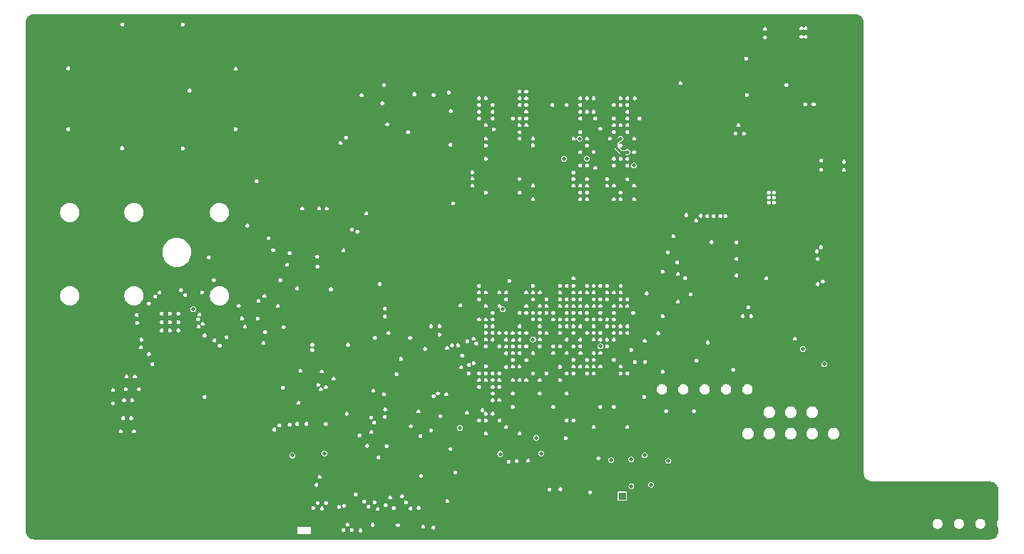
<source format=gbr>
G04 #@! TF.GenerationSoftware,KiCad,Pcbnew,8.0.6-8.0.6-0~ubuntu24.04.1*
G04 #@! TF.CreationDate,2025-03-07T13:19:26+05:30*
G04 #@! TF.ProjectId,DFTBoard,44465442-6f61-4726-942e-6b696361645f,rev?*
G04 #@! TF.SameCoordinates,Original*
G04 #@! TF.FileFunction,Copper,L4,Inr*
G04 #@! TF.FilePolarity,Positive*
%FSLAX46Y46*%
G04 Gerber Fmt 4.6, Leading zero omitted, Abs format (unit mm)*
G04 Created by KiCad (PCBNEW 8.0.6-8.0.6-0~ubuntu24.04.1) date 2025-03-07 13:19:26*
%MOMM*%
%LPD*%
G01*
G04 APERTURE LIST*
G04 #@! TA.AperFunction,ComponentPad*
%ADD10C,2.000000*%
G04 #@! TD*
G04 #@! TA.AperFunction,ComponentPad*
%ADD11C,1.778000*%
G04 #@! TD*
G04 #@! TA.AperFunction,ComponentPad*
%ADD12R,0.850000X0.850000*%
G04 #@! TD*
G04 #@! TA.AperFunction,ComponentPad*
%ADD13O,0.850000X0.850000*%
G04 #@! TD*
G04 #@! TA.AperFunction,ViaPad*
%ADD14C,0.480000*%
G04 #@! TD*
G04 #@! TA.AperFunction,Conductor*
%ADD15C,0.300000*%
G04 #@! TD*
G04 APERTURE END LIST*
D10*
X185744134Y-144856525D03*
X195904134Y-144856525D03*
D11*
X188224134Y-142126525D03*
D12*
X170820000Y-154830000D03*
D13*
X170820000Y-155830000D03*
D14*
X135460000Y-149750000D03*
X156624134Y-132626525D03*
X174260000Y-153490000D03*
X160610000Y-147890000D03*
X176290000Y-150660000D03*
X151570000Y-146730000D03*
X169520000Y-150550000D03*
X171860000Y-150470000D03*
X131640000Y-149990000D03*
X171900000Y-153670000D03*
X173450000Y-149970000D03*
X158624134Y-144226525D03*
X161824134Y-133826525D03*
X163424134Y-141826525D03*
X164224134Y-137026525D03*
X160224134Y-135426525D03*
X169024134Y-141026525D03*
X165824134Y-142626525D03*
X168224134Y-143426525D03*
X167424134Y-145826525D03*
X165024134Y-141026525D03*
X160224134Y-142626525D03*
X170624134Y-144226525D03*
X165024134Y-145026525D03*
X168224134Y-134626525D03*
X163424134Y-137826525D03*
X164224134Y-138626525D03*
X165824134Y-138626525D03*
X164224134Y-141026525D03*
X161824134Y-141026525D03*
X163424134Y-140226525D03*
X164224134Y-139426525D03*
X162624134Y-139426525D03*
X170624134Y-136226525D03*
X169024134Y-138626525D03*
X167424134Y-137026525D03*
X166624134Y-137026525D03*
X154624134Y-141826525D03*
X156224134Y-145026525D03*
X159424134Y-145826525D03*
X170624134Y-146626525D03*
X161824134Y-144226525D03*
X157024134Y-142626525D03*
X160224134Y-141026525D03*
X157824134Y-140226525D03*
X158624134Y-140226525D03*
X159424134Y-140226525D03*
X161024134Y-140226525D03*
X161824134Y-139426525D03*
X161024134Y-139426525D03*
X160224134Y-139426525D03*
X163424134Y-136226525D03*
X161824134Y-137026525D03*
X161824134Y-137826525D03*
X161024134Y-137826525D03*
X159424134Y-137826525D03*
X155424134Y-139426525D03*
X156224134Y-136226525D03*
X153430000Y-135540000D03*
X157024134Y-133792266D03*
X160224134Y-137026525D03*
X159424134Y-136226525D03*
X162624134Y-136226525D03*
X164224134Y-135426525D03*
X165824134Y-135426525D03*
X165024134Y-136226525D03*
X166624134Y-136226525D03*
X163424134Y-133026525D03*
X165824134Y-133826525D03*
X169024134Y-133026525D03*
X170624134Y-133826525D03*
X166624134Y-131426525D03*
X157824134Y-131426525D03*
X160224134Y-132226525D03*
X161024134Y-129826525D03*
X164224134Y-130626525D03*
X154624134Y-133026525D03*
X155424134Y-130626525D03*
X153024134Y-109126525D03*
X153824134Y-114726525D03*
X153024134Y-114726525D03*
X153024134Y-118726525D03*
X153024134Y-115526525D03*
X153824134Y-113126525D03*
X160224134Y-118726525D03*
X172224134Y-118726525D03*
X172224134Y-110726525D03*
X165824134Y-117126525D03*
X165024134Y-109926525D03*
X172224134Y-106726525D03*
X165024134Y-119526525D03*
X171424134Y-113126525D03*
X165824134Y-114726525D03*
X165824134Y-116326525D03*
X165824134Y-113126525D03*
X171424134Y-116326525D03*
X172224134Y-114726525D03*
X172224134Y-109126525D03*
X172224134Y-116326525D03*
X165024134Y-118726525D03*
X164256671Y-107559672D03*
X172224134Y-117126525D03*
X160224134Y-106726525D03*
X169824134Y-118726525D03*
X160224134Y-116326525D03*
X148024134Y-109026525D03*
X147024134Y-109026525D03*
X147024134Y-110626525D03*
X148024134Y-110626525D03*
X155424134Y-147426525D03*
X168224134Y-138626525D03*
X184809134Y-108076525D03*
X186089134Y-108076525D03*
X186874134Y-135876525D03*
X186874134Y-137876525D03*
X184874134Y-137876525D03*
X184874134Y-135876525D03*
X185024134Y-115626525D03*
X185874134Y-114626525D03*
X184124134Y-114626525D03*
X184124134Y-116626525D03*
X185874134Y-116626525D03*
X158624134Y-142626525D03*
X155424134Y-137026525D03*
X159424134Y-134626525D03*
X194140000Y-110160000D03*
X195140000Y-110160000D03*
X193543475Y-110224134D03*
X194140000Y-111160000D03*
X192543475Y-109224134D03*
X193543475Y-109224134D03*
X155424134Y-144226525D03*
X164224134Y-145026525D03*
X157024134Y-138626525D03*
X158624134Y-133826525D03*
X190510000Y-106640000D03*
X153900000Y-116330000D03*
X191824134Y-125726525D03*
X159403648Y-115732131D03*
X176024134Y-147481525D03*
X143824134Y-139326525D03*
X120824134Y-135184525D03*
X150424134Y-114614025D03*
X161824134Y-145826525D03*
X191500000Y-115780000D03*
X144424134Y-113514025D03*
X169024134Y-146626525D03*
X160224134Y-108325482D03*
X157824134Y-118726525D03*
X153024134Y-107526525D03*
X148524134Y-123311525D03*
X135524134Y-127426525D03*
X194310000Y-98950000D03*
X160939134Y-122476525D03*
X165031124Y-114722512D03*
X150464134Y-110624025D03*
X153824134Y-110726525D03*
X142724134Y-129241525D03*
X137224134Y-140026525D03*
X182224134Y-132426525D03*
X137924134Y-146226525D03*
X145507132Y-131126525D03*
X180609134Y-138726525D03*
X127924134Y-147926525D03*
X191024134Y-130276525D03*
X113704134Y-106700000D03*
X190624134Y-140611525D03*
X165000000Y-108333525D03*
X150089134Y-111826525D03*
X178284124Y-127674525D03*
X122424134Y-145026525D03*
X150024134Y-138226525D03*
X139624134Y-138442704D03*
X149124134Y-116826525D03*
X142624134Y-131589025D03*
X152724134Y-142626525D03*
X186609134Y-120126525D03*
X185624134Y-131326525D03*
X150343282Y-148007377D03*
X169024134Y-141826525D03*
X147724134Y-115926525D03*
X153024134Y-122564025D03*
X139674134Y-143226525D03*
X186759134Y-132376525D03*
X145764134Y-113521525D03*
X126124134Y-127726525D03*
X197624134Y-139611525D03*
X155524134Y-127826525D03*
X192424134Y-118841525D03*
X147036634Y-114326525D03*
X128624134Y-123626525D03*
X145374134Y-120876525D03*
X147464134Y-109836525D03*
X179324134Y-147526525D03*
X125174134Y-106700000D03*
X136574134Y-138326525D03*
X192709134Y-131626525D03*
X181224134Y-118041525D03*
X181574134Y-140376525D03*
X183639134Y-110719525D03*
X171424134Y-141826525D03*
X187024134Y-127626525D03*
X146024134Y-138026525D03*
X162524134Y-104926525D03*
X147036634Y-112826525D03*
X138424134Y-135114025D03*
X134424134Y-146226525D03*
X147324134Y-118826525D03*
X150024134Y-135026525D03*
X188220000Y-113410000D03*
X191324134Y-135126525D03*
X156224134Y-139426525D03*
X174224134Y-104926525D03*
X147109134Y-107026525D03*
X160324134Y-114126525D03*
X134939134Y-133426525D03*
X190890000Y-112680000D03*
X191324134Y-134126525D03*
X135274134Y-132126525D03*
X148511634Y-125126525D03*
X188930000Y-110470000D03*
X113534134Y-114330000D03*
X125494134Y-114920000D03*
X175324134Y-136212526D03*
X186824134Y-131326525D03*
X189624134Y-139641525D03*
X131324134Y-131026525D03*
X182224134Y-128326525D03*
X153824134Y-143426525D03*
X160223872Y-109919535D03*
X176924134Y-133311525D03*
X153109282Y-119548307D03*
X185874134Y-136876525D03*
X173924134Y-135412526D03*
X189824134Y-108426525D03*
X159423080Y-112319535D03*
X160823742Y-123321132D03*
X121724134Y-128226525D03*
X128509134Y-133726525D03*
X164224134Y-146626525D03*
X163424134Y-138626525D03*
X148524134Y-117126525D03*
X145779134Y-152361525D03*
X143024134Y-140426525D03*
X174939134Y-137826525D03*
X142849134Y-138351525D03*
X169806124Y-129824450D03*
X126124134Y-141626525D03*
X113884134Y-115820000D03*
X150724134Y-142626525D03*
X117254134Y-106590000D03*
X145124134Y-135726525D03*
X136324134Y-120326525D03*
X137224134Y-126341525D03*
X177724134Y-108526525D03*
X177474142Y-135320731D03*
X150224134Y-107811525D03*
X144624134Y-131026525D03*
X145724134Y-149326525D03*
X185790000Y-140190000D03*
X122309161Y-134667354D03*
X140124134Y-125126525D03*
X120924134Y-131571525D03*
X165024134Y-115521015D03*
X160217376Y-117152392D03*
X193980000Y-119010000D03*
X160965428Y-124352712D03*
X144936634Y-151126525D03*
X161109134Y-105721492D03*
X120011634Y-129326525D03*
X166630000Y-114700000D03*
X170624134Y-112326525D03*
X171424134Y-113926525D03*
X172224134Y-115526525D03*
X163940000Y-114730000D03*
X165735664Y-112326526D03*
X119860000Y-132600000D03*
X160224134Y-136226525D03*
X161204903Y-149750526D03*
X156336256Y-149826256D03*
X168258393Y-137026525D03*
X194840000Y-139130000D03*
X192260000Y-137340000D03*
D15*
X170624134Y-112326525D02*
X170132133Y-112818526D01*
X170132133Y-112818526D02*
X170132133Y-113362686D01*
X170695972Y-113926525D02*
X171424134Y-113926525D01*
X170132133Y-113362686D02*
X170695972Y-113926525D01*
G04 #@! TA.AperFunction,Conductor*
G36*
X198493825Y-97520717D02*
G01*
X198681528Y-97539200D01*
X198691134Y-97541110D01*
X198869272Y-97595136D01*
X198878321Y-97598883D01*
X199042503Y-97686617D01*
X199050650Y-97692060D01*
X199194558Y-97810128D01*
X199201488Y-97817056D01*
X199319605Y-97960925D01*
X199325051Y-97969072D01*
X199412837Y-98133213D01*
X199416590Y-98142266D01*
X199470673Y-98320380D01*
X199472588Y-98329990D01*
X199491136Y-98517695D01*
X199491378Y-98522595D01*
X199509658Y-152110330D01*
X199528932Y-152305385D01*
X199528933Y-152305388D01*
X199585878Y-152492924D01*
X199585882Y-152492931D01*
X199678305Y-152665742D01*
X199678308Y-152665747D01*
X199802673Y-152817227D01*
X199954195Y-152941541D01*
X200127054Y-153033912D01*
X200281656Y-153080800D01*
X200314606Y-153090793D01*
X200314607Y-153090793D01*
X200314610Y-153090794D01*
X200314613Y-153090794D01*
X200314617Y-153090795D01*
X200509652Y-153110000D01*
X200509659Y-153110000D01*
X214503071Y-153110000D01*
X214507987Y-153110242D01*
X214696309Y-153128847D01*
X214705949Y-153130771D01*
X214884619Y-153185148D01*
X214893699Y-153188922D01*
X215038215Y-153266451D01*
X215058269Y-153277209D01*
X215066434Y-153282686D01*
X215210550Y-153401472D01*
X215217485Y-153408441D01*
X215335567Y-153553130D01*
X215341005Y-153561322D01*
X215428493Y-153726324D01*
X215432222Y-153735421D01*
X215485728Y-153914351D01*
X215487605Y-153924002D01*
X215505296Y-154112412D01*
X215505514Y-154117329D01*
X215488292Y-157659174D01*
X215473649Y-157694286D01*
X215397877Y-157770058D01*
X215318559Y-157907442D01*
X215277500Y-158060677D01*
X215277500Y-158219322D01*
X215318559Y-158372557D01*
X215397877Y-158509941D01*
X215397879Y-158509943D01*
X215397880Y-158509944D01*
X215468992Y-158581056D01*
X215483637Y-158616411D01*
X215483636Y-158616654D01*
X215481760Y-159002412D01*
X215481497Y-159007297D01*
X215462210Y-159194377D01*
X215460263Y-159203952D01*
X215405682Y-159381356D01*
X215401910Y-159390370D01*
X215313867Y-159553771D01*
X215308414Y-159561879D01*
X215190270Y-159705038D01*
X215183343Y-159711931D01*
X215039616Y-159829373D01*
X215031482Y-159834787D01*
X214867652Y-159922037D01*
X214858620Y-159925765D01*
X214680956Y-159979482D01*
X214671371Y-159981383D01*
X214484195Y-159999761D01*
X214479309Y-160000000D01*
X101002369Y-160000000D01*
X100997468Y-159999759D01*
X100809734Y-159981269D01*
X100800122Y-159979357D01*
X100621967Y-159925318D01*
X100612911Y-159921568D01*
X100448712Y-159833807D01*
X100440563Y-159828362D01*
X100296643Y-159710259D01*
X100289712Y-159703328D01*
X100171600Y-159559421D01*
X100166154Y-159551272D01*
X100078381Y-159387084D01*
X100074630Y-159378030D01*
X100060057Y-159330000D01*
X132240000Y-159330000D01*
X133840000Y-159330000D01*
X133840000Y-158865000D01*
X137483043Y-158865000D01*
X137500700Y-158953766D01*
X137550982Y-159029018D01*
X137626234Y-159079300D01*
X137700271Y-159094027D01*
X137714999Y-159096957D01*
X137715000Y-159096957D01*
X137715001Y-159096957D01*
X137727632Y-159094444D01*
X137803766Y-159079300D01*
X137879018Y-159029018D01*
X137929300Y-158953766D01*
X137946957Y-158865000D01*
X138473043Y-158865000D01*
X138490700Y-158953766D01*
X138540982Y-159029018D01*
X138616234Y-159079300D01*
X138690271Y-159094027D01*
X138704999Y-159096957D01*
X138705000Y-159096957D01*
X138705001Y-159096957D01*
X138717632Y-159094444D01*
X138793766Y-159079300D01*
X138869018Y-159029018D01*
X138919300Y-158953766D01*
X138928006Y-158910000D01*
X139503043Y-158910000D01*
X139520700Y-158998766D01*
X139570982Y-159074018D01*
X139646234Y-159124300D01*
X139720271Y-159139027D01*
X139734999Y-159141957D01*
X139735000Y-159141957D01*
X139735001Y-159141957D01*
X139747632Y-159139444D01*
X139823766Y-159124300D01*
X139899018Y-159074018D01*
X139949300Y-158998766D01*
X139966957Y-158910000D01*
X139949300Y-158821234D01*
X139899018Y-158745982D01*
X139823766Y-158695700D01*
X139779383Y-158686871D01*
X139735001Y-158678043D01*
X139734999Y-158678043D01*
X139646234Y-158695700D01*
X139646233Y-158695700D01*
X139570982Y-158745982D01*
X139520700Y-158821233D01*
X139520700Y-158821234D01*
X139511995Y-158864998D01*
X139503043Y-158910000D01*
X138928006Y-158910000D01*
X138936957Y-158865000D01*
X138919300Y-158776234D01*
X138869018Y-158700982D01*
X138793766Y-158650700D01*
X138709897Y-158634017D01*
X138705001Y-158633043D01*
X138704999Y-158633043D01*
X138616234Y-158650700D01*
X138616233Y-158650700D01*
X138540982Y-158700982D01*
X138490700Y-158776233D01*
X138490700Y-158776234D01*
X138487107Y-158794299D01*
X138473043Y-158865000D01*
X137946957Y-158865000D01*
X137929300Y-158776234D01*
X137879018Y-158700982D01*
X137803766Y-158650700D01*
X137719897Y-158634017D01*
X137715001Y-158633043D01*
X137714999Y-158633043D01*
X137626234Y-158650700D01*
X137626233Y-158650700D01*
X137550982Y-158700982D01*
X137500700Y-158776233D01*
X137500700Y-158776234D01*
X137497107Y-158794299D01*
X137483043Y-158865000D01*
X133840000Y-158865000D01*
X133840000Y-158530000D01*
X132240000Y-158530000D01*
X132240000Y-159330000D01*
X100060057Y-159330000D01*
X100020571Y-159199867D01*
X100018661Y-159190271D01*
X100000154Y-159002512D01*
X99999914Y-158997642D01*
X99999847Y-158214998D01*
X137963043Y-158214998D01*
X137963043Y-158215001D01*
X137963903Y-158219322D01*
X137980700Y-158303766D01*
X138030982Y-158379018D01*
X138106234Y-158429300D01*
X138180271Y-158444027D01*
X138194999Y-158446957D01*
X138195000Y-158446957D01*
X138195001Y-158446957D01*
X138207632Y-158444444D01*
X138283766Y-158429300D01*
X138359018Y-158379018D01*
X138409300Y-158303766D01*
X138420989Y-158245000D01*
X140943043Y-158245000D01*
X140960700Y-158333766D01*
X141010982Y-158409018D01*
X141086234Y-158459300D01*
X141160271Y-158474027D01*
X141174999Y-158476957D01*
X141175000Y-158476957D01*
X141175001Y-158476957D01*
X141187632Y-158474444D01*
X141263766Y-158459300D01*
X141339018Y-158409018D01*
X141389300Y-158333766D01*
X141398006Y-158290000D01*
X143953043Y-158290000D01*
X143970700Y-158378766D01*
X144020982Y-158454018D01*
X144096234Y-158504300D01*
X144170271Y-158519027D01*
X144184999Y-158521957D01*
X144185000Y-158521957D01*
X144185001Y-158521957D01*
X144197632Y-158519444D01*
X144273766Y-158504300D01*
X144325102Y-158469998D01*
X146953043Y-158469998D01*
X146953043Y-158470001D01*
X146960989Y-158509948D01*
X146970700Y-158558766D01*
X147020982Y-158634018D01*
X147096234Y-158684300D01*
X147170271Y-158699027D01*
X147184999Y-158701957D01*
X147185000Y-158701957D01*
X147185001Y-158701957D01*
X147197632Y-158699444D01*
X147273766Y-158684300D01*
X147349018Y-158634018D01*
X147385112Y-158580000D01*
X148148043Y-158580000D01*
X148165700Y-158668766D01*
X148215982Y-158744018D01*
X148291234Y-158794300D01*
X148365271Y-158809027D01*
X148379999Y-158811957D01*
X148380000Y-158811957D01*
X148380001Y-158811957D01*
X148392632Y-158809444D01*
X148468766Y-158794300D01*
X148544018Y-158744018D01*
X148594300Y-158668766D01*
X148611957Y-158580000D01*
X148594300Y-158491234D01*
X148544018Y-158415982D01*
X148468766Y-158365700D01*
X148424383Y-158356871D01*
X148380001Y-158348043D01*
X148379999Y-158348043D01*
X148291234Y-158365700D01*
X148291233Y-158365700D01*
X148215982Y-158415982D01*
X148165700Y-158491233D01*
X148165700Y-158491234D01*
X148152267Y-158558766D01*
X148148043Y-158580000D01*
X147385112Y-158580000D01*
X147399300Y-158558766D01*
X147416957Y-158470000D01*
X147414828Y-158459299D01*
X147408861Y-158429299D01*
X147399300Y-158381234D01*
X147349018Y-158305982D01*
X147273766Y-158255700D01*
X147219975Y-158245000D01*
X147185001Y-158238043D01*
X147184999Y-158238043D01*
X147096234Y-158255700D01*
X147096233Y-158255700D01*
X147020982Y-158305982D01*
X146970700Y-158381233D01*
X146970700Y-158381234D01*
X146953043Y-158469998D01*
X144325102Y-158469998D01*
X144349018Y-158454018D01*
X144399300Y-158378766D01*
X144416957Y-158290000D01*
X144399300Y-158201234D01*
X144349018Y-158125982D01*
X144273766Y-158075700D01*
X144229383Y-158066871D01*
X144198243Y-158060677D01*
X207657500Y-158060677D01*
X207657500Y-158219322D01*
X207698559Y-158372557D01*
X207777877Y-158509941D01*
X207777883Y-158509948D01*
X207890051Y-158622116D01*
X207890058Y-158622122D01*
X208017500Y-158695700D01*
X208027444Y-158701441D01*
X208180679Y-158742500D01*
X208180683Y-158742500D01*
X208339317Y-158742500D01*
X208339321Y-158742500D01*
X208492556Y-158701441D01*
X208629944Y-158622120D01*
X208742120Y-158509944D01*
X208821441Y-158372556D01*
X208862500Y-158219321D01*
X208862500Y-158060679D01*
X208862499Y-158060677D01*
X210197500Y-158060677D01*
X210197500Y-158219322D01*
X210238559Y-158372557D01*
X210317877Y-158509941D01*
X210317883Y-158509948D01*
X210430051Y-158622116D01*
X210430058Y-158622122D01*
X210557500Y-158695700D01*
X210567444Y-158701441D01*
X210720679Y-158742500D01*
X210720683Y-158742500D01*
X210879317Y-158742500D01*
X210879321Y-158742500D01*
X211032556Y-158701441D01*
X211169944Y-158622120D01*
X211282120Y-158509944D01*
X211361441Y-158372556D01*
X211402500Y-158219321D01*
X211402500Y-158060679D01*
X211402499Y-158060677D01*
X212737500Y-158060677D01*
X212737500Y-158219322D01*
X212778559Y-158372557D01*
X212857877Y-158509941D01*
X212857883Y-158509948D01*
X212970051Y-158622116D01*
X212970058Y-158622122D01*
X213097500Y-158695700D01*
X213107444Y-158701441D01*
X213260679Y-158742500D01*
X213260683Y-158742500D01*
X213419317Y-158742500D01*
X213419321Y-158742500D01*
X213572556Y-158701441D01*
X213709944Y-158622120D01*
X213822120Y-158509944D01*
X213901441Y-158372556D01*
X213942500Y-158219321D01*
X213942500Y-158060679D01*
X213901441Y-157907444D01*
X213901440Y-157907442D01*
X213822122Y-157770058D01*
X213822116Y-157770051D01*
X213709948Y-157657883D01*
X213709941Y-157657877D01*
X213572557Y-157578559D01*
X213419322Y-157537500D01*
X213419321Y-157537500D01*
X213260679Y-157537500D01*
X213260677Y-157537500D01*
X213107442Y-157578559D01*
X212970058Y-157657877D01*
X212970051Y-157657883D01*
X212857883Y-157770051D01*
X212857877Y-157770058D01*
X212778559Y-157907442D01*
X212737500Y-158060677D01*
X211402499Y-158060677D01*
X211361441Y-157907444D01*
X211361440Y-157907442D01*
X211282122Y-157770058D01*
X211282116Y-157770051D01*
X211169948Y-157657883D01*
X211169941Y-157657877D01*
X211032557Y-157578559D01*
X210879322Y-157537500D01*
X210879321Y-157537500D01*
X210720679Y-157537500D01*
X210720677Y-157537500D01*
X210567442Y-157578559D01*
X210430058Y-157657877D01*
X210430051Y-157657883D01*
X210317883Y-157770051D01*
X210317877Y-157770058D01*
X210238559Y-157907442D01*
X210197500Y-158060677D01*
X208862499Y-158060677D01*
X208821441Y-157907444D01*
X208821440Y-157907442D01*
X208742122Y-157770058D01*
X208742116Y-157770051D01*
X208629948Y-157657883D01*
X208629941Y-157657877D01*
X208492557Y-157578559D01*
X208339322Y-157537500D01*
X208339321Y-157537500D01*
X208180679Y-157537500D01*
X208180677Y-157537500D01*
X208027442Y-157578559D01*
X207890058Y-157657877D01*
X207890051Y-157657883D01*
X207777883Y-157770051D01*
X207777877Y-157770058D01*
X207698559Y-157907442D01*
X207657500Y-158060677D01*
X144198243Y-158060677D01*
X144185001Y-158058043D01*
X144184999Y-158058043D01*
X144096234Y-158075700D01*
X144096233Y-158075700D01*
X144020982Y-158125982D01*
X143970700Y-158201233D01*
X143970700Y-158201234D01*
X143961995Y-158244998D01*
X143953043Y-158290000D01*
X141398006Y-158290000D01*
X141406957Y-158245000D01*
X141389300Y-158156234D01*
X141339018Y-158080982D01*
X141263766Y-158030700D01*
X141219383Y-158021871D01*
X141175001Y-158013043D01*
X141174999Y-158013043D01*
X141086234Y-158030700D01*
X141086233Y-158030700D01*
X141010982Y-158080982D01*
X140960700Y-158156233D01*
X140960700Y-158156234D01*
X140944427Y-158238043D01*
X140943043Y-158245000D01*
X138420989Y-158245000D01*
X138426097Y-158219322D01*
X138426957Y-158215001D01*
X138426957Y-158214998D01*
X138415267Y-158156233D01*
X138409300Y-158126234D01*
X138359018Y-158050982D01*
X138283766Y-158000700D01*
X138239383Y-157991871D01*
X138195001Y-157983043D01*
X138194999Y-157983043D01*
X138106234Y-158000700D01*
X138106233Y-158000700D01*
X138030982Y-158050982D01*
X137980700Y-158126233D01*
X137980700Y-158126234D01*
X137963043Y-158214998D01*
X99999847Y-158214998D01*
X99999680Y-156250000D01*
X133903043Y-156250000D01*
X133920700Y-156338766D01*
X133970982Y-156414018D01*
X134046234Y-156464300D01*
X134120271Y-156479027D01*
X134134999Y-156481957D01*
X134135000Y-156481957D01*
X134135001Y-156481957D01*
X134147632Y-156479444D01*
X134223766Y-156464300D01*
X134299018Y-156414018D01*
X134349300Y-156338766D01*
X134358006Y-156294998D01*
X134933043Y-156294998D01*
X134933043Y-156295001D01*
X134934787Y-156303766D01*
X134950700Y-156383766D01*
X135000982Y-156459018D01*
X135076234Y-156509300D01*
X135150271Y-156524027D01*
X135164999Y-156526957D01*
X135165000Y-156526957D01*
X135165001Y-156526957D01*
X135177632Y-156524444D01*
X135253766Y-156509300D01*
X135329018Y-156459018D01*
X135379300Y-156383766D01*
X135385563Y-156352282D01*
X141546043Y-156352282D01*
X141546043Y-156352285D01*
X141552405Y-156384266D01*
X141563700Y-156441050D01*
X141613982Y-156516302D01*
X141689234Y-156566584D01*
X141763271Y-156581311D01*
X141777999Y-156584241D01*
X141778000Y-156584241D01*
X141778001Y-156584241D01*
X141790632Y-156581728D01*
X141866766Y-156566584D01*
X141942018Y-156516302D01*
X141992300Y-156441050D01*
X142009957Y-156352284D01*
X142008897Y-156346957D01*
X142000306Y-156303766D01*
X141992300Y-156263518D01*
X141983268Y-156250000D01*
X143458043Y-156250000D01*
X143475700Y-156338766D01*
X143525982Y-156414018D01*
X143601234Y-156464300D01*
X143675271Y-156479027D01*
X143689999Y-156481957D01*
X143690000Y-156481957D01*
X143690001Y-156481957D01*
X143702632Y-156479444D01*
X143778766Y-156464300D01*
X143854018Y-156414018D01*
X143904300Y-156338766D01*
X143912906Y-156295500D01*
X145453043Y-156295500D01*
X145470700Y-156384266D01*
X145520982Y-156459518D01*
X145596234Y-156509800D01*
X145670271Y-156524527D01*
X145684999Y-156527457D01*
X145685000Y-156527457D01*
X145685001Y-156527457D01*
X145697632Y-156524944D01*
X145773766Y-156509800D01*
X145849018Y-156459518D01*
X145899300Y-156384266D01*
X145916957Y-156295500D01*
X145916857Y-156294998D01*
X145910595Y-156263517D01*
X145900944Y-156215000D01*
X146413043Y-156215000D01*
X146430700Y-156303766D01*
X146480982Y-156379018D01*
X146556234Y-156429300D01*
X146630271Y-156444027D01*
X146644999Y-156446957D01*
X146645000Y-156446957D01*
X146645001Y-156446957D01*
X146657632Y-156444444D01*
X146733766Y-156429300D01*
X146809018Y-156379018D01*
X146859300Y-156303766D01*
X146876957Y-156215000D01*
X146875213Y-156206234D01*
X146871639Y-156188266D01*
X146859300Y-156126234D01*
X146809018Y-156050982D01*
X146733766Y-156000700D01*
X146689383Y-155991871D01*
X146645001Y-155983043D01*
X146644999Y-155983043D01*
X146556234Y-156000700D01*
X146556233Y-156000700D01*
X146480982Y-156050982D01*
X146430700Y-156126233D01*
X146430700Y-156126234D01*
X146414787Y-156206234D01*
X146413043Y-156215000D01*
X145900944Y-156215000D01*
X145899300Y-156206734D01*
X145849018Y-156131482D01*
X145773766Y-156081200D01*
X145717451Y-156069998D01*
X145685001Y-156063543D01*
X145684999Y-156063543D01*
X145596234Y-156081200D01*
X145596233Y-156081200D01*
X145520982Y-156131482D01*
X145470700Y-156206733D01*
X145470700Y-156206734D01*
X145453143Y-156294998D01*
X145453043Y-156295500D01*
X143912906Y-156295500D01*
X143921957Y-156250000D01*
X143904300Y-156161234D01*
X143854018Y-156085982D01*
X143778766Y-156035700D01*
X143731173Y-156026233D01*
X143690001Y-156018043D01*
X143689999Y-156018043D01*
X143601234Y-156035700D01*
X143601233Y-156035700D01*
X143525982Y-156085982D01*
X143475700Y-156161233D01*
X143475700Y-156161234D01*
X143465145Y-156214299D01*
X143458043Y-156250000D01*
X141983268Y-156250000D01*
X141942018Y-156188266D01*
X141866766Y-156137984D01*
X141807691Y-156126233D01*
X141778001Y-156120327D01*
X141777999Y-156120327D01*
X141689234Y-156137984D01*
X141689233Y-156137984D01*
X141613982Y-156188266D01*
X141563700Y-156263517D01*
X141563700Y-156263518D01*
X141546043Y-156352282D01*
X135385563Y-156352282D01*
X135395213Y-156303766D01*
X135396957Y-156295001D01*
X135396957Y-156294998D01*
X135390695Y-156263518D01*
X135379300Y-156206234D01*
X135329018Y-156130982D01*
X135305096Y-156114998D01*
X136953043Y-156114998D01*
X136953043Y-156115001D01*
X136957615Y-156137984D01*
X136970700Y-156203766D01*
X137020982Y-156279018D01*
X137096234Y-156329300D01*
X137170271Y-156344027D01*
X137184999Y-156346957D01*
X137185000Y-156346957D01*
X137185001Y-156346957D01*
X137197632Y-156344444D01*
X137273766Y-156329300D01*
X137349018Y-156279018D01*
X137399300Y-156203766D01*
X137416957Y-156115000D01*
X137414828Y-156104299D01*
X137411185Y-156085982D01*
X137399300Y-156026234D01*
X137381771Y-156000000D01*
X137558043Y-156000000D01*
X137575700Y-156088766D01*
X137625982Y-156164018D01*
X137701234Y-156214300D01*
X137775271Y-156229027D01*
X137789999Y-156231957D01*
X137790000Y-156231957D01*
X137790001Y-156231957D01*
X137802632Y-156229444D01*
X137878766Y-156214300D01*
X137954018Y-156164018D01*
X138004300Y-156088766D01*
X138008033Y-156070000D01*
X140458043Y-156070000D01*
X140475700Y-156158766D01*
X140525982Y-156234018D01*
X140601234Y-156284300D01*
X140675271Y-156299027D01*
X140689999Y-156301957D01*
X140690000Y-156301957D01*
X140690001Y-156301957D01*
X140702632Y-156299444D01*
X140778766Y-156284300D01*
X140854018Y-156234018D01*
X140904300Y-156158766D01*
X140921957Y-156070000D01*
X140904300Y-155981234D01*
X140854018Y-155905982D01*
X140830096Y-155889998D01*
X142498043Y-155889998D01*
X142498043Y-155890001D01*
X142502267Y-155911234D01*
X142515700Y-155978766D01*
X142565982Y-156054018D01*
X142641234Y-156104300D01*
X142715271Y-156119027D01*
X142729999Y-156121957D01*
X142730000Y-156121957D01*
X142730001Y-156121957D01*
X142742632Y-156119444D01*
X142818766Y-156104300D01*
X142894018Y-156054018D01*
X142944300Y-155978766D01*
X142961957Y-155890000D01*
X142944300Y-155801234D01*
X142894018Y-155725982D01*
X142818766Y-155675700D01*
X142749677Y-155661957D01*
X142730001Y-155658043D01*
X142729999Y-155658043D01*
X142641234Y-155675700D01*
X142641233Y-155675700D01*
X142565982Y-155725982D01*
X142515700Y-155801233D01*
X142515700Y-155801234D01*
X142498043Y-155889998D01*
X140830096Y-155889998D01*
X140778766Y-155855700D01*
X140734383Y-155846871D01*
X140690001Y-155838043D01*
X140689999Y-155838043D01*
X140601234Y-155855700D01*
X140601233Y-155855700D01*
X140525982Y-155905982D01*
X140475700Y-155981233D01*
X140475700Y-155981234D01*
X140459427Y-156063043D01*
X140458043Y-156070000D01*
X138008033Y-156070000D01*
X138021957Y-156000000D01*
X138004300Y-155911234D01*
X137954018Y-155835982D01*
X137878766Y-155785700D01*
X137834383Y-155776871D01*
X137790001Y-155768043D01*
X137789999Y-155768043D01*
X137701234Y-155785700D01*
X137701233Y-155785700D01*
X137625982Y-155835982D01*
X137575700Y-155911233D01*
X137575700Y-155911234D01*
X137562267Y-155978766D01*
X137558043Y-156000000D01*
X137381771Y-156000000D01*
X137349018Y-155950982D01*
X137273766Y-155900700D01*
X137219975Y-155890000D01*
X137185001Y-155883043D01*
X137184999Y-155883043D01*
X137096234Y-155900700D01*
X137096233Y-155900700D01*
X137020982Y-155950982D01*
X136970700Y-156026233D01*
X136970700Y-156026234D01*
X136953043Y-156114998D01*
X135305096Y-156114998D01*
X135253766Y-156080700D01*
X135199975Y-156070000D01*
X135165001Y-156063043D01*
X135164999Y-156063043D01*
X135076234Y-156080700D01*
X135076233Y-156080700D01*
X135000982Y-156130982D01*
X134950700Y-156206233D01*
X134950700Y-156206234D01*
X134933043Y-156294998D01*
X134358006Y-156294998D01*
X134366957Y-156250000D01*
X134349300Y-156161234D01*
X134299018Y-156085982D01*
X134223766Y-156035700D01*
X134176173Y-156026233D01*
X134135001Y-156018043D01*
X134134999Y-156018043D01*
X134046234Y-156035700D01*
X134046233Y-156035700D01*
X133970982Y-156085982D01*
X133920700Y-156161233D01*
X133920700Y-156161234D01*
X133910145Y-156214299D01*
X133903043Y-156250000D01*
X99999680Y-156250000D01*
X99999629Y-155644998D01*
X134423043Y-155644998D01*
X134423043Y-155645001D01*
X134424787Y-155653766D01*
X134440700Y-155733766D01*
X134490982Y-155809018D01*
X134566234Y-155859300D01*
X134640271Y-155874027D01*
X134654999Y-155876957D01*
X134655000Y-155876957D01*
X134655001Y-155876957D01*
X134667632Y-155874444D01*
X134743766Y-155859300D01*
X134819018Y-155809018D01*
X134869300Y-155733766D01*
X134885213Y-155653766D01*
X134886957Y-155645001D01*
X134886957Y-155644998D01*
X135413043Y-155644998D01*
X135413043Y-155645001D01*
X135414787Y-155653766D01*
X135430700Y-155733766D01*
X135480982Y-155809018D01*
X135556234Y-155859300D01*
X135630271Y-155874027D01*
X135644999Y-155876957D01*
X135645000Y-155876957D01*
X135645001Y-155876957D01*
X135657632Y-155874444D01*
X135733766Y-155859300D01*
X135809018Y-155809018D01*
X135859300Y-155733766D01*
X135875213Y-155653766D01*
X135876957Y-155645001D01*
X135876957Y-155644998D01*
X135871931Y-155619735D01*
X135859300Y-155556234D01*
X135809018Y-155480982D01*
X135792582Y-155470000D01*
X139958043Y-155470000D01*
X139975700Y-155558766D01*
X140025982Y-155634018D01*
X140101234Y-155684300D01*
X140175271Y-155699027D01*
X140189999Y-155701957D01*
X140190000Y-155701957D01*
X140190001Y-155701957D01*
X140202632Y-155699444D01*
X140278766Y-155684300D01*
X140354018Y-155634018D01*
X140404300Y-155558766D01*
X140406044Y-155549998D01*
X141185043Y-155549998D01*
X141185043Y-155550001D01*
X141186787Y-155558766D01*
X141202700Y-155638766D01*
X141252982Y-155714018D01*
X141328234Y-155764300D01*
X141402271Y-155779027D01*
X141416999Y-155781957D01*
X141417000Y-155781957D01*
X141417001Y-155781957D01*
X141430362Y-155779299D01*
X141505766Y-155764300D01*
X141581018Y-155714018D01*
X141631300Y-155638766D01*
X141645973Y-155565000D01*
X144913043Y-155565000D01*
X144930700Y-155653766D01*
X144980982Y-155729018D01*
X145056234Y-155779300D01*
X145130271Y-155794027D01*
X145144999Y-155796957D01*
X145145000Y-155796957D01*
X145145001Y-155796957D01*
X145157632Y-155794444D01*
X145233766Y-155779300D01*
X145309018Y-155729018D01*
X145359300Y-155653766D01*
X145376957Y-155565000D01*
X145375213Y-155556234D01*
X145360244Y-155480982D01*
X145359300Y-155476234D01*
X145328407Y-155430000D01*
X149828043Y-155430000D01*
X149845700Y-155518766D01*
X149895982Y-155594018D01*
X149971234Y-155644300D01*
X150045271Y-155659027D01*
X150059999Y-155661957D01*
X150060000Y-155661957D01*
X150060001Y-155661957D01*
X150072632Y-155659444D01*
X150148766Y-155644300D01*
X150224018Y-155594018D01*
X150274300Y-155518766D01*
X150291957Y-155430000D01*
X150274300Y-155341234D01*
X150224018Y-155265982D01*
X150148766Y-155215700D01*
X150104383Y-155206871D01*
X150060001Y-155198043D01*
X150059999Y-155198043D01*
X149971234Y-155215700D01*
X149971233Y-155215700D01*
X149895982Y-155265982D01*
X149845700Y-155341233D01*
X149845700Y-155341234D01*
X149837744Y-155381233D01*
X149828043Y-155430000D01*
X145328407Y-155430000D01*
X145309018Y-155400982D01*
X145233766Y-155350700D01*
X145186173Y-155341233D01*
X145145001Y-155333043D01*
X145144999Y-155333043D01*
X145056234Y-155350700D01*
X145056233Y-155350700D01*
X144980982Y-155400982D01*
X144930700Y-155476233D01*
X144930700Y-155476234D01*
X144914787Y-155556234D01*
X144913043Y-155565000D01*
X141645973Y-155565000D01*
X141647213Y-155558766D01*
X141648957Y-155550001D01*
X141648957Y-155549998D01*
X141635228Y-155480982D01*
X141631300Y-155461234D01*
X141581018Y-155385982D01*
X141505766Y-155335700D01*
X141461383Y-155326871D01*
X141417001Y-155318043D01*
X141416999Y-155318043D01*
X141328234Y-155335700D01*
X141328233Y-155335700D01*
X141252982Y-155385982D01*
X141202700Y-155461233D01*
X141202700Y-155461234D01*
X141185043Y-155549998D01*
X140406044Y-155549998D01*
X140421957Y-155470000D01*
X140420213Y-155461234D01*
X140416931Y-155444735D01*
X140404300Y-155381234D01*
X140354018Y-155305982D01*
X140278766Y-155255700D01*
X140234383Y-155246871D01*
X140190001Y-155238043D01*
X140189999Y-155238043D01*
X140101234Y-155255700D01*
X140101233Y-155255700D01*
X140025982Y-155305982D01*
X139975700Y-155381233D01*
X139975700Y-155381234D01*
X139959787Y-155461234D01*
X139958043Y-155470000D01*
X135792582Y-155470000D01*
X135733766Y-155430700D01*
X135689383Y-155421871D01*
X135645001Y-155413043D01*
X135644999Y-155413043D01*
X135556234Y-155430700D01*
X135556233Y-155430700D01*
X135480982Y-155480982D01*
X135430700Y-155556233D01*
X135430700Y-155556234D01*
X135413043Y-155644998D01*
X134886957Y-155644998D01*
X134881931Y-155619735D01*
X134869300Y-155556234D01*
X134819018Y-155480982D01*
X134743766Y-155430700D01*
X134699383Y-155421871D01*
X134655001Y-155413043D01*
X134654999Y-155413043D01*
X134566234Y-155430700D01*
X134566233Y-155430700D01*
X134490982Y-155480982D01*
X134440700Y-155556233D01*
X134440700Y-155556234D01*
X134423043Y-155644998D01*
X99999629Y-155644998D01*
X99999574Y-155000000D01*
X143038043Y-155000000D01*
X143055700Y-155088766D01*
X143105982Y-155164018D01*
X143181234Y-155214300D01*
X143255271Y-155229027D01*
X143269999Y-155231957D01*
X143270000Y-155231957D01*
X143270001Y-155231957D01*
X143282632Y-155229444D01*
X143358766Y-155214300D01*
X143434018Y-155164018D01*
X143484300Y-155088766D01*
X143501957Y-155000000D01*
X143484300Y-154911234D01*
X143443385Y-154850000D01*
X144448043Y-154850000D01*
X144465700Y-154938766D01*
X144515982Y-155014018D01*
X144591234Y-155064300D01*
X144665271Y-155079027D01*
X144679999Y-155081957D01*
X144680000Y-155081957D01*
X144680001Y-155081957D01*
X144692632Y-155079444D01*
X144768766Y-155064300D01*
X144844018Y-155014018D01*
X144894300Y-154938766D01*
X144911957Y-154850000D01*
X144909828Y-154839299D01*
X144906931Y-154824735D01*
X144894300Y-154761234D01*
X144844018Y-154685982D01*
X144768766Y-154635700D01*
X144714975Y-154625000D01*
X144680001Y-154618043D01*
X144679999Y-154618043D01*
X144591234Y-154635700D01*
X144591233Y-154635700D01*
X144515982Y-154685982D01*
X144465700Y-154761233D01*
X144465700Y-154761234D01*
X144450172Y-154839299D01*
X144448043Y-154850000D01*
X143443385Y-154850000D01*
X143434018Y-154835982D01*
X143358766Y-154785700D01*
X143314383Y-154776871D01*
X143270001Y-154768043D01*
X143269999Y-154768043D01*
X143181234Y-154785700D01*
X143181233Y-154785700D01*
X143105982Y-154835982D01*
X143055700Y-154911233D01*
X143055700Y-154911234D01*
X143038043Y-155000000D01*
X99999574Y-155000000D01*
X99999542Y-154625000D01*
X138953043Y-154625000D01*
X138970700Y-154713766D01*
X139020982Y-154789018D01*
X139096234Y-154839300D01*
X139170271Y-154854027D01*
X139184999Y-154856957D01*
X139185000Y-154856957D01*
X139185001Y-154856957D01*
X139197632Y-154854444D01*
X139273766Y-154839300D01*
X139349018Y-154789018D01*
X139399300Y-154713766D01*
X139416957Y-154625000D01*
X139399300Y-154536234D01*
X139349018Y-154460982D01*
X139273766Y-154410700D01*
X139229383Y-154401871D01*
X139185001Y-154393043D01*
X139184999Y-154393043D01*
X139096234Y-154410700D01*
X139096233Y-154410700D01*
X139020982Y-154460982D01*
X138970700Y-154536233D01*
X138970700Y-154536234D01*
X138954427Y-154618043D01*
X138953043Y-154625000D01*
X99999542Y-154625000D01*
X99999519Y-154360000D01*
X166768043Y-154360000D01*
X166785700Y-154448766D01*
X166835982Y-154524018D01*
X166911234Y-154574300D01*
X166985271Y-154589027D01*
X166999999Y-154591957D01*
X167000000Y-154591957D01*
X167000001Y-154591957D01*
X167012632Y-154589444D01*
X167088766Y-154574300D01*
X167164018Y-154524018D01*
X167214300Y-154448766D01*
X167225014Y-154394905D01*
X170292500Y-154394905D01*
X170292500Y-154394906D01*
X170292500Y-154394908D01*
X170292500Y-155265091D01*
X170292501Y-155265095D01*
X170298447Y-155294992D01*
X170298447Y-155294993D01*
X170321102Y-155328898D01*
X170355007Y-155351553D01*
X170384905Y-155357500D01*
X171255094Y-155357499D01*
X171284993Y-155351553D01*
X171318898Y-155328898D01*
X171341553Y-155294993D01*
X171347500Y-155265095D01*
X171347499Y-154394906D01*
X171341553Y-154365007D01*
X171318898Y-154331102D01*
X171284993Y-154308447D01*
X171255095Y-154302500D01*
X171255090Y-154302500D01*
X170384908Y-154302500D01*
X170384904Y-154302501D01*
X170355006Y-154308447D01*
X170332351Y-154323585D01*
X170321102Y-154331102D01*
X170298447Y-154365007D01*
X170292500Y-154394905D01*
X167225014Y-154394905D01*
X167231957Y-154360000D01*
X167214300Y-154271234D01*
X167164018Y-154195982D01*
X167088766Y-154145700D01*
X167044383Y-154136871D01*
X167000001Y-154128043D01*
X166999999Y-154128043D01*
X166911234Y-154145700D01*
X166911233Y-154145700D01*
X166835982Y-154195982D01*
X166785700Y-154271233D01*
X166785700Y-154271234D01*
X166768043Y-154360000D01*
X99999519Y-154360000D01*
X99999492Y-154040000D01*
X161948043Y-154040000D01*
X161965700Y-154128766D01*
X162015982Y-154204018D01*
X162091234Y-154254300D01*
X162165271Y-154269027D01*
X162179999Y-154271957D01*
X162180000Y-154271957D01*
X162180001Y-154271957D01*
X162192632Y-154269444D01*
X162268766Y-154254300D01*
X162344018Y-154204018D01*
X162394300Y-154128766D01*
X162411957Y-154040000D01*
X162404000Y-154000000D01*
X163248043Y-154000000D01*
X163265700Y-154088766D01*
X163315982Y-154164018D01*
X163391234Y-154214300D01*
X163465271Y-154229027D01*
X163479999Y-154231957D01*
X163480000Y-154231957D01*
X163480001Y-154231957D01*
X163492632Y-154229444D01*
X163568766Y-154214300D01*
X163644018Y-154164018D01*
X163694300Y-154088766D01*
X163711957Y-154000000D01*
X163694300Y-153911234D01*
X163644018Y-153835982D01*
X163568766Y-153785700D01*
X163524383Y-153776871D01*
X163480001Y-153768043D01*
X163479999Y-153768043D01*
X163391234Y-153785700D01*
X163391233Y-153785700D01*
X163315982Y-153835982D01*
X163265700Y-153911233D01*
X163265700Y-153911234D01*
X163257744Y-153951233D01*
X163248043Y-154000000D01*
X162404000Y-154000000D01*
X162394300Y-153951234D01*
X162344018Y-153875982D01*
X162268766Y-153825700D01*
X162224383Y-153816871D01*
X162180001Y-153808043D01*
X162179999Y-153808043D01*
X162091234Y-153825700D01*
X162091233Y-153825700D01*
X162015982Y-153875982D01*
X161965700Y-153951233D01*
X161965700Y-153951234D01*
X161956000Y-154000000D01*
X161948043Y-154040000D01*
X99999492Y-154040000D01*
X99999446Y-153500000D01*
X134268043Y-153500000D01*
X134285700Y-153588766D01*
X134335982Y-153664018D01*
X134411234Y-153714300D01*
X134471682Y-153726324D01*
X134499999Y-153731957D01*
X134500000Y-153731957D01*
X134500001Y-153731957D01*
X134512632Y-153729444D01*
X134588766Y-153714300D01*
X134655070Y-153669997D01*
X171552216Y-153669997D01*
X171552216Y-153670002D01*
X171573188Y-153788944D01*
X171573190Y-153788950D01*
X171633580Y-153893548D01*
X171633582Y-153893551D01*
X171726108Y-153971190D01*
X171839608Y-154012500D01*
X171839610Y-154012500D01*
X171960390Y-154012500D01*
X171960392Y-154012500D01*
X172073892Y-153971190D01*
X172166418Y-153893551D01*
X172226810Y-153788949D01*
X172230496Y-153768043D01*
X172247784Y-153670002D01*
X172247784Y-153669997D01*
X172226811Y-153551055D01*
X172226809Y-153551049D01*
X172191560Y-153489997D01*
X173912216Y-153489997D01*
X173912216Y-153490002D01*
X173933188Y-153608944D01*
X173933190Y-153608950D01*
X173968439Y-153670002D01*
X173993582Y-153713551D01*
X174086108Y-153791190D01*
X174199608Y-153832500D01*
X174199610Y-153832500D01*
X174320390Y-153832500D01*
X174320392Y-153832500D01*
X174433892Y-153791190D01*
X174526418Y-153713551D01*
X174586810Y-153608949D01*
X174595208Y-153561322D01*
X174607784Y-153490002D01*
X174607784Y-153489997D01*
X174586811Y-153371055D01*
X174586809Y-153371049D01*
X174556614Y-153318750D01*
X174526418Y-153266449D01*
X174433892Y-153188810D01*
X174433890Y-153188809D01*
X174320392Y-153147500D01*
X174199608Y-153147500D01*
X174199607Y-153147500D01*
X174086109Y-153188809D01*
X173993581Y-153266450D01*
X173993580Y-153266451D01*
X173933190Y-153371049D01*
X173933188Y-153371055D01*
X173912216Y-153489997D01*
X172191560Y-153489997D01*
X172166419Y-153446451D01*
X172166418Y-153446449D01*
X172073892Y-153368810D01*
X172073890Y-153368809D01*
X171960392Y-153327500D01*
X171839608Y-153327500D01*
X171839607Y-153327500D01*
X171726109Y-153368809D01*
X171633581Y-153446450D01*
X171633580Y-153446451D01*
X171573190Y-153551049D01*
X171573188Y-153551055D01*
X171552216Y-153669997D01*
X134655070Y-153669997D01*
X134664018Y-153664018D01*
X134714300Y-153588766D01*
X134731957Y-153500000D01*
X134714300Y-153411234D01*
X134664018Y-153335982D01*
X134588766Y-153285700D01*
X134544383Y-153276871D01*
X134500001Y-153268043D01*
X134499999Y-153268043D01*
X134411234Y-153285700D01*
X134411233Y-153285700D01*
X134335982Y-153335982D01*
X134285700Y-153411233D01*
X134285700Y-153411234D01*
X134270032Y-153490002D01*
X134268043Y-153500000D01*
X99999446Y-153500000D01*
X99999365Y-152550000D01*
X134668043Y-152550000D01*
X134685700Y-152638766D01*
X134735982Y-152714018D01*
X134811234Y-152764300D01*
X134885271Y-152779027D01*
X134899999Y-152781957D01*
X134900000Y-152781957D01*
X134900001Y-152781957D01*
X134912632Y-152779444D01*
X134988766Y-152764300D01*
X135064018Y-152714018D01*
X135114300Y-152638766D01*
X135131957Y-152550000D01*
X135114300Y-152461234D01*
X135079749Y-152409525D01*
X146708043Y-152409525D01*
X146725700Y-152498291D01*
X146775982Y-152573543D01*
X146851234Y-152623825D01*
X146925271Y-152638552D01*
X146939999Y-152641482D01*
X146940000Y-152641482D01*
X146940001Y-152641482D01*
X146953659Y-152638765D01*
X147028766Y-152623825D01*
X147104018Y-152573543D01*
X147154300Y-152498291D01*
X147171957Y-152409525D01*
X147154300Y-152320759D01*
X147104018Y-152245507D01*
X147028766Y-152195225D01*
X146984383Y-152186396D01*
X146940001Y-152177568D01*
X146939999Y-152177568D01*
X146851234Y-152195225D01*
X146851233Y-152195225D01*
X146775982Y-152245507D01*
X146725700Y-152320758D01*
X146725700Y-152320759D01*
X146708043Y-152409525D01*
X135079749Y-152409525D01*
X135064018Y-152385982D01*
X134988766Y-152335700D01*
X134944383Y-152326871D01*
X134900001Y-152318043D01*
X134899999Y-152318043D01*
X134811234Y-152335700D01*
X134811233Y-152335700D01*
X134735982Y-152385982D01*
X134685700Y-152461233D01*
X134685700Y-152461234D01*
X134668043Y-152550000D01*
X99999365Y-152550000D01*
X99999318Y-152000000D01*
X150768043Y-152000000D01*
X150785700Y-152088766D01*
X150835982Y-152164018D01*
X150911234Y-152214300D01*
X150985271Y-152229027D01*
X150999999Y-152231957D01*
X151000000Y-152231957D01*
X151000001Y-152231957D01*
X151012632Y-152229444D01*
X151088766Y-152214300D01*
X151164018Y-152164018D01*
X151214300Y-152088766D01*
X151231957Y-152000000D01*
X151214300Y-151911234D01*
X151164018Y-151835982D01*
X151088766Y-151785700D01*
X151044383Y-151776871D01*
X151000001Y-151768043D01*
X150999999Y-151768043D01*
X150911234Y-151785700D01*
X150911233Y-151785700D01*
X150835982Y-151835982D01*
X150785700Y-151911233D01*
X150785700Y-151911234D01*
X150768043Y-152000000D01*
X99999318Y-152000000D01*
X99999210Y-150720000D01*
X157108043Y-150720000D01*
X157125700Y-150808766D01*
X157175982Y-150884018D01*
X157251234Y-150934300D01*
X157325271Y-150949027D01*
X157339999Y-150951957D01*
X157340000Y-150951957D01*
X157340001Y-150951957D01*
X157352632Y-150949444D01*
X157428766Y-150934300D01*
X157504018Y-150884018D01*
X157554300Y-150808766D01*
X157571957Y-150720000D01*
X157562011Y-150670000D01*
X158048043Y-150670000D01*
X158065700Y-150758766D01*
X158115982Y-150834018D01*
X158191234Y-150884300D01*
X158265271Y-150899027D01*
X158279999Y-150901957D01*
X158280000Y-150901957D01*
X158280001Y-150901957D01*
X158292632Y-150899444D01*
X158368766Y-150884300D01*
X158444018Y-150834018D01*
X158494300Y-150758766D01*
X158511957Y-150670000D01*
X158511748Y-150668950D01*
X158504246Y-150631234D01*
X158498033Y-150600000D01*
X159408043Y-150600000D01*
X159425700Y-150688766D01*
X159475982Y-150764018D01*
X159551234Y-150814300D01*
X159625271Y-150829027D01*
X159639999Y-150831957D01*
X159640000Y-150831957D01*
X159640001Y-150831957D01*
X159652632Y-150829444D01*
X159728766Y-150814300D01*
X159804018Y-150764018D01*
X159854300Y-150688766D01*
X159871957Y-150600000D01*
X159854300Y-150511234D01*
X159804018Y-150435982D01*
X159728766Y-150385700D01*
X159670033Y-150374017D01*
X159640001Y-150368043D01*
X159639999Y-150368043D01*
X159551234Y-150385700D01*
X159551233Y-150385700D01*
X159475982Y-150435982D01*
X159425700Y-150511233D01*
X159425700Y-150511234D01*
X159419123Y-150544300D01*
X159408043Y-150600000D01*
X158498033Y-150600000D01*
X158494300Y-150581234D01*
X158444018Y-150505982D01*
X158368766Y-150455700D01*
X158299677Y-150441957D01*
X158280001Y-150438043D01*
X158279999Y-150438043D01*
X158191234Y-150455700D01*
X158191233Y-150455700D01*
X158115982Y-150505982D01*
X158065700Y-150581233D01*
X158065700Y-150581234D01*
X158048252Y-150668950D01*
X158048043Y-150670000D01*
X157562011Y-150670000D01*
X157554300Y-150631234D01*
X157504018Y-150555982D01*
X157428766Y-150505700D01*
X157370033Y-150494017D01*
X157340001Y-150488043D01*
X157339999Y-150488043D01*
X157251234Y-150505700D01*
X157251233Y-150505700D01*
X157175982Y-150555982D01*
X157125700Y-150631233D01*
X157125700Y-150631234D01*
X157113305Y-150693549D01*
X157108043Y-150720000D01*
X99999210Y-150720000D01*
X99999148Y-149989997D01*
X131292216Y-149989997D01*
X131292216Y-149990002D01*
X131313188Y-150108944D01*
X131313190Y-150108950D01*
X131371532Y-150210000D01*
X131373582Y-150213551D01*
X131466108Y-150291190D01*
X131579608Y-150332500D01*
X131579610Y-150332500D01*
X131700390Y-150332500D01*
X131700392Y-150332500D01*
X131813892Y-150291190D01*
X131906418Y-150213551D01*
X131908468Y-150210000D01*
X141638043Y-150210000D01*
X141655700Y-150298766D01*
X141705982Y-150374018D01*
X141781234Y-150424300D01*
X141855271Y-150439027D01*
X141869999Y-150441957D01*
X141870000Y-150441957D01*
X141870001Y-150441957D01*
X141882632Y-150439444D01*
X141958766Y-150424300D01*
X142034018Y-150374018D01*
X142063430Y-150330000D01*
X167758043Y-150330000D01*
X167775700Y-150418766D01*
X167825982Y-150494018D01*
X167901234Y-150544300D01*
X167975271Y-150559027D01*
X167989999Y-150561957D01*
X167990000Y-150561957D01*
X167990001Y-150561957D01*
X168002632Y-150559444D01*
X168050125Y-150549997D01*
X169172216Y-150549997D01*
X169172216Y-150550002D01*
X169193188Y-150668944D01*
X169193190Y-150668950D01*
X169248078Y-150764018D01*
X169253582Y-150773551D01*
X169346108Y-150851190D01*
X169459608Y-150892500D01*
X169459610Y-150892500D01*
X169580390Y-150892500D01*
X169580392Y-150892500D01*
X169693892Y-150851190D01*
X169786418Y-150773551D01*
X169846810Y-150668949D01*
X169848388Y-150660000D01*
X169867784Y-150550002D01*
X169867784Y-150549997D01*
X169853678Y-150469997D01*
X171512216Y-150469997D01*
X171512216Y-150470002D01*
X171533188Y-150588944D01*
X171533190Y-150588950D01*
X171579985Y-150670001D01*
X171593582Y-150693551D01*
X171686108Y-150771190D01*
X171799608Y-150812500D01*
X171799610Y-150812500D01*
X171920390Y-150812500D01*
X171920392Y-150812500D01*
X172033892Y-150771190D01*
X172126418Y-150693551D01*
X172145790Y-150659997D01*
X175942216Y-150659997D01*
X175942216Y-150660002D01*
X175963188Y-150778944D01*
X175963190Y-150778950D01*
X175994984Y-150834018D01*
X176023582Y-150883551D01*
X176116108Y-150961190D01*
X176229608Y-151002500D01*
X176229610Y-151002500D01*
X176350390Y-151002500D01*
X176350392Y-151002500D01*
X176463892Y-150961190D01*
X176556418Y-150883551D01*
X176616810Y-150778949D01*
X176627204Y-150720001D01*
X176637784Y-150660002D01*
X176637784Y-150659997D01*
X176616811Y-150541055D01*
X176616809Y-150541049D01*
X176575787Y-150469997D01*
X176556418Y-150436449D01*
X176463892Y-150358810D01*
X176463890Y-150358809D01*
X176350392Y-150317500D01*
X176229608Y-150317500D01*
X176229607Y-150317500D01*
X176116109Y-150358809D01*
X176097985Y-150374017D01*
X176030018Y-150431049D01*
X176023581Y-150436450D01*
X176023580Y-150436451D01*
X175963190Y-150541049D01*
X175963188Y-150541055D01*
X175942216Y-150659997D01*
X172145790Y-150659997D01*
X172186810Y-150588949D01*
X172186811Y-150588944D01*
X172207784Y-150470002D01*
X172207784Y-150469997D01*
X172186811Y-150351055D01*
X172186809Y-150351049D01*
X172127781Y-150248810D01*
X172126418Y-150246449D01*
X172033892Y-150168810D01*
X172033890Y-150168809D01*
X171920392Y-150127500D01*
X171799608Y-150127500D01*
X171799607Y-150127500D01*
X171686109Y-150168809D01*
X171593581Y-150246450D01*
X171593580Y-150246451D01*
X171533190Y-150351049D01*
X171533188Y-150351055D01*
X171512216Y-150469997D01*
X169853678Y-150469997D01*
X169846811Y-150431055D01*
X169846809Y-150431049D01*
X169800621Y-150351049D01*
X169786418Y-150326449D01*
X169693892Y-150248810D01*
X169693890Y-150248809D01*
X169580392Y-150207500D01*
X169459608Y-150207500D01*
X169459607Y-150207500D01*
X169346109Y-150248809D01*
X169253581Y-150326450D01*
X169253580Y-150326451D01*
X169193190Y-150431049D01*
X169193188Y-150431055D01*
X169172216Y-150549997D01*
X168050125Y-150549997D01*
X168078766Y-150544300D01*
X168154018Y-150494018D01*
X168204300Y-150418766D01*
X168221957Y-150330000D01*
X168204300Y-150241234D01*
X168154018Y-150165982D01*
X168078766Y-150115700D01*
X168034383Y-150106871D01*
X167990001Y-150098043D01*
X167989999Y-150098043D01*
X167901234Y-150115700D01*
X167901233Y-150115700D01*
X167825982Y-150165982D01*
X167775700Y-150241233D01*
X167775700Y-150241234D01*
X167758043Y-150330000D01*
X142063430Y-150330000D01*
X142084300Y-150298766D01*
X142101957Y-150210000D01*
X142098684Y-150193548D01*
X142096931Y-150184735D01*
X142084300Y-150121234D01*
X142034018Y-150045982D01*
X141958766Y-149995700D01*
X141914383Y-149986871D01*
X141870001Y-149978043D01*
X141869999Y-149978043D01*
X141781234Y-149995700D01*
X141781233Y-149995700D01*
X141705982Y-150045982D01*
X141655700Y-150121233D01*
X141655700Y-150121234D01*
X141641316Y-150193548D01*
X141638043Y-150210000D01*
X131908468Y-150210000D01*
X131966810Y-150108949D01*
X131969618Y-150093025D01*
X131987784Y-149990002D01*
X131987784Y-149989997D01*
X131966811Y-149871055D01*
X131966809Y-149871049D01*
X131906419Y-149766451D01*
X131906418Y-149766449D01*
X131886811Y-149749997D01*
X135112216Y-149749997D01*
X135112216Y-149750002D01*
X135133188Y-149868944D01*
X135133190Y-149868950D01*
X135177216Y-149945205D01*
X135193582Y-149973551D01*
X135286108Y-150051190D01*
X135399608Y-150092500D01*
X135399610Y-150092500D01*
X135520390Y-150092500D01*
X135520392Y-150092500D01*
X135633892Y-150051190D01*
X135726418Y-149973551D01*
X135786810Y-149868949D01*
X135794338Y-149826256D01*
X135794339Y-149826253D01*
X155988472Y-149826253D01*
X155988472Y-149826258D01*
X156009444Y-149945200D01*
X156009446Y-149945206D01*
X156069836Y-150049804D01*
X156069838Y-150049807D01*
X156162364Y-150127446D01*
X156275864Y-150168756D01*
X156275866Y-150168756D01*
X156396646Y-150168756D01*
X156396648Y-150168756D01*
X156510148Y-150127446D01*
X156602674Y-150049807D01*
X156663066Y-149945205D01*
X156676141Y-149871055D01*
X156684040Y-149826258D01*
X156684040Y-149826253D01*
X156670687Y-149750523D01*
X160857119Y-149750523D01*
X160857119Y-149750528D01*
X160878091Y-149869470D01*
X160878093Y-149869476D01*
X160938180Y-149973549D01*
X160938485Y-149974077D01*
X161031011Y-150051716D01*
X161144511Y-150093026D01*
X161144513Y-150093026D01*
X161265293Y-150093026D01*
X161265295Y-150093026D01*
X161378795Y-150051716D01*
X161471321Y-149974077D01*
X161473677Y-149969997D01*
X173102216Y-149969997D01*
X173102216Y-149970002D01*
X173123188Y-150088944D01*
X173123190Y-150088950D01*
X173183580Y-150193548D01*
X173183582Y-150193551D01*
X173276108Y-150271190D01*
X173389608Y-150312500D01*
X173389610Y-150312500D01*
X173510390Y-150312500D01*
X173510392Y-150312500D01*
X173623892Y-150271190D01*
X173716418Y-150193551D01*
X173776810Y-150088949D01*
X173783712Y-150049805D01*
X173797784Y-149970002D01*
X173797784Y-149969997D01*
X173776811Y-149851055D01*
X173776809Y-149851049D01*
X173727966Y-149766451D01*
X173716418Y-149746449D01*
X173623892Y-149668810D01*
X173623890Y-149668809D01*
X173510392Y-149627500D01*
X173389608Y-149627500D01*
X173389607Y-149627500D01*
X173276109Y-149668809D01*
X173183581Y-149746450D01*
X173183580Y-149746451D01*
X173123190Y-149851049D01*
X173123188Y-149851055D01*
X173102216Y-149969997D01*
X161473677Y-149969997D01*
X161531713Y-149869475D01*
X161534962Y-149851049D01*
X161552687Y-149750528D01*
X161552687Y-149750523D01*
X161531714Y-149631581D01*
X161531712Y-149631575D01*
X161471322Y-149526977D01*
X161471321Y-149526975D01*
X161378795Y-149449336D01*
X161378793Y-149449335D01*
X161265295Y-149408026D01*
X161144511Y-149408026D01*
X161144510Y-149408026D01*
X161031012Y-149449335D01*
X161031011Y-149449336D01*
X160939110Y-149526451D01*
X160938484Y-149526976D01*
X160938483Y-149526977D01*
X160878093Y-149631575D01*
X160878091Y-149631581D01*
X160857119Y-149750523D01*
X156670687Y-149750523D01*
X156663067Y-149707311D01*
X156663065Y-149707305D01*
X156628536Y-149647500D01*
X156602674Y-149602705D01*
X156510148Y-149525066D01*
X156510146Y-149525065D01*
X156396648Y-149483756D01*
X156275864Y-149483756D01*
X156275863Y-149483756D01*
X156162365Y-149525065D01*
X156069837Y-149602706D01*
X156069836Y-149602707D01*
X156009446Y-149707305D01*
X156009444Y-149707311D01*
X155988472Y-149826253D01*
X135794339Y-149826253D01*
X135807784Y-149750002D01*
X135807784Y-149749997D01*
X135786811Y-149631055D01*
X135786809Y-149631049D01*
X135726419Y-149526451D01*
X135726418Y-149526449D01*
X135633892Y-149448810D01*
X135633890Y-149448809D01*
X135520392Y-149407500D01*
X135399608Y-149407500D01*
X135399607Y-149407500D01*
X135286109Y-149448809D01*
X135286108Y-149448810D01*
X135195232Y-149525065D01*
X135193581Y-149526450D01*
X135193580Y-149526451D01*
X135133190Y-149631049D01*
X135133188Y-149631055D01*
X135112216Y-149749997D01*
X131886811Y-149749997D01*
X131813892Y-149688810D01*
X131813890Y-149688809D01*
X131700392Y-149647500D01*
X131579608Y-149647500D01*
X131579607Y-149647500D01*
X131466109Y-149688809D01*
X131373581Y-149766450D01*
X131373580Y-149766451D01*
X131313190Y-149871049D01*
X131313188Y-149871055D01*
X131292216Y-149989997D01*
X99999148Y-149989997D01*
X99999083Y-149226525D01*
X150192177Y-149226525D01*
X150209834Y-149315291D01*
X150260116Y-149390543D01*
X150335368Y-149440825D01*
X150409405Y-149455552D01*
X150424133Y-149458482D01*
X150424134Y-149458482D01*
X150424135Y-149458482D01*
X150436766Y-149455969D01*
X150512900Y-149440825D01*
X150588152Y-149390543D01*
X150638434Y-149315291D01*
X150656091Y-149226525D01*
X150638434Y-149137759D01*
X150588152Y-149062507D01*
X150512900Y-149012225D01*
X150468517Y-149003396D01*
X150424135Y-148994568D01*
X150424133Y-148994568D01*
X150335368Y-149012225D01*
X150335367Y-149012225D01*
X150260116Y-149062507D01*
X150209834Y-149137758D01*
X150209834Y-149137759D01*
X150192177Y-149226525D01*
X99999083Y-149226525D01*
X99999050Y-148840000D01*
X140298043Y-148840000D01*
X140315700Y-148928766D01*
X140365982Y-149004018D01*
X140441234Y-149054300D01*
X140515271Y-149069027D01*
X140529999Y-149071957D01*
X140530000Y-149071957D01*
X140530001Y-149071957D01*
X140542632Y-149069444D01*
X140618766Y-149054300D01*
X140694018Y-149004018D01*
X140744300Y-148928766D01*
X140755990Y-148870000D01*
X142608043Y-148870000D01*
X142625700Y-148958766D01*
X142675982Y-149034018D01*
X142751234Y-149084300D01*
X142825271Y-149099027D01*
X142839999Y-149101957D01*
X142840000Y-149101957D01*
X142840001Y-149101957D01*
X142852632Y-149099444D01*
X142928766Y-149084300D01*
X143004018Y-149034018D01*
X143054300Y-148958766D01*
X143071957Y-148870000D01*
X143054300Y-148781234D01*
X143004018Y-148705982D01*
X142928766Y-148655700D01*
X142884383Y-148646871D01*
X142840001Y-148638043D01*
X142839999Y-148638043D01*
X142751234Y-148655700D01*
X142751233Y-148655700D01*
X142675982Y-148705982D01*
X142625700Y-148781233D01*
X142625700Y-148781234D01*
X142608043Y-148870000D01*
X140755990Y-148870000D01*
X140761957Y-148840000D01*
X140744300Y-148751234D01*
X140694018Y-148675982D01*
X140618766Y-148625700D01*
X140574383Y-148616871D01*
X140530001Y-148608043D01*
X140529999Y-148608043D01*
X140441234Y-148625700D01*
X140441233Y-148625700D01*
X140365982Y-148675982D01*
X140315700Y-148751233D01*
X140315700Y-148751234D01*
X140309733Y-148781234D01*
X140298043Y-148840000D01*
X99999050Y-148840000D01*
X99998946Y-147612791D01*
X139390836Y-147612791D01*
X139390836Y-147612794D01*
X139399664Y-147657176D01*
X139408493Y-147701559D01*
X139458775Y-147776811D01*
X139534027Y-147827093D01*
X139608064Y-147841820D01*
X139622792Y-147844750D01*
X139622793Y-147844750D01*
X139622794Y-147844750D01*
X139635425Y-147842237D01*
X139711559Y-147827093D01*
X139786811Y-147776811D01*
X139837093Y-147701559D01*
X139841381Y-147680000D01*
X146638043Y-147680000D01*
X146655700Y-147768766D01*
X146705982Y-147844018D01*
X146781234Y-147894300D01*
X146855271Y-147909027D01*
X146869999Y-147911957D01*
X146870000Y-147911957D01*
X146870001Y-147911957D01*
X146882632Y-147909444D01*
X146958766Y-147894300D01*
X146965206Y-147889997D01*
X160262216Y-147889997D01*
X160262216Y-147890002D01*
X160283188Y-148008944D01*
X160283190Y-148008950D01*
X160338078Y-148104018D01*
X160343582Y-148113551D01*
X160436108Y-148191190D01*
X160549608Y-148232500D01*
X160549610Y-148232500D01*
X160670390Y-148232500D01*
X160670392Y-148232500D01*
X160783892Y-148191190D01*
X160876418Y-148113551D01*
X160936810Y-148008949D01*
X160948581Y-147942192D01*
X160948968Y-147940000D01*
X163878043Y-147940000D01*
X163895700Y-148028766D01*
X163945982Y-148104018D01*
X164021234Y-148154300D01*
X164095271Y-148169027D01*
X164109999Y-148171957D01*
X164110000Y-148171957D01*
X164110001Y-148171957D01*
X164122632Y-148169444D01*
X164198766Y-148154300D01*
X164274018Y-148104018D01*
X164324300Y-148028766D01*
X164341957Y-147940000D01*
X164324300Y-147851234D01*
X164274018Y-147775982D01*
X164198766Y-147725700D01*
X164154383Y-147716871D01*
X164110001Y-147708043D01*
X164109999Y-147708043D01*
X164021234Y-147725700D01*
X164021233Y-147725700D01*
X163945982Y-147775982D01*
X163895700Y-147851233D01*
X163895700Y-147851234D01*
X163887134Y-147894299D01*
X163878043Y-147940000D01*
X160948968Y-147940000D01*
X160957784Y-147890002D01*
X160957784Y-147889997D01*
X160936811Y-147771055D01*
X160936809Y-147771049D01*
X160884242Y-147680000D01*
X160876418Y-147666449D01*
X160783892Y-147588810D01*
X160783890Y-147588809D01*
X160670392Y-147547500D01*
X160549608Y-147547500D01*
X160549607Y-147547500D01*
X160436109Y-147588809D01*
X160343581Y-147666450D01*
X160343580Y-147666451D01*
X160283190Y-147771049D01*
X160283188Y-147771055D01*
X160262216Y-147889997D01*
X146965206Y-147889997D01*
X147034018Y-147844018D01*
X147084300Y-147768766D01*
X147101957Y-147680000D01*
X147099261Y-147666449D01*
X147090862Y-147624223D01*
X147084300Y-147591234D01*
X147034018Y-147515982D01*
X146958766Y-147465700D01*
X146889677Y-147451957D01*
X146870001Y-147448043D01*
X146869999Y-147448043D01*
X146781234Y-147465700D01*
X146781233Y-147465700D01*
X146705982Y-147515982D01*
X146655700Y-147591233D01*
X146655700Y-147591234D01*
X146640739Y-147666449D01*
X146638043Y-147680000D01*
X139841381Y-147680000D01*
X139854750Y-147612793D01*
X139853511Y-147606566D01*
X139841762Y-147547500D01*
X139837093Y-147524027D01*
X139786811Y-147448775D01*
X139711559Y-147398493D01*
X139638785Y-147384017D01*
X139622794Y-147380836D01*
X139622792Y-147380836D01*
X139534027Y-147398493D01*
X139534026Y-147398493D01*
X139458775Y-147448775D01*
X139408493Y-147524026D01*
X139408493Y-147524027D01*
X139390836Y-147612791D01*
X99998946Y-147612791D01*
X99998905Y-147126525D01*
X111037177Y-147126525D01*
X111054834Y-147215291D01*
X111105116Y-147290543D01*
X111180368Y-147340825D01*
X111254405Y-147355552D01*
X111269133Y-147358482D01*
X111269134Y-147358482D01*
X111269135Y-147358482D01*
X111281766Y-147355969D01*
X111357900Y-147340825D01*
X111433152Y-147290543D01*
X111483434Y-147215291D01*
X111501091Y-147126525D01*
X112612177Y-147126525D01*
X112629834Y-147215291D01*
X112680116Y-147290543D01*
X112755368Y-147340825D01*
X112829405Y-147355552D01*
X112844133Y-147358482D01*
X112844134Y-147358482D01*
X112844135Y-147358482D01*
X112856766Y-147355969D01*
X112932900Y-147340825D01*
X113008152Y-147290543D01*
X113055289Y-147219998D01*
X140788043Y-147219998D01*
X140788043Y-147220001D01*
X140794400Y-147251957D01*
X140805700Y-147308766D01*
X140855982Y-147384018D01*
X140931234Y-147434300D01*
X141004003Y-147448775D01*
X141019999Y-147451957D01*
X141020000Y-147451957D01*
X141020001Y-147451957D01*
X141032632Y-147449444D01*
X141108766Y-147434300D01*
X141171677Y-147392264D01*
X154392177Y-147392264D01*
X154392177Y-147392267D01*
X154400538Y-147434299D01*
X154409834Y-147481032D01*
X154460116Y-147556284D01*
X154535368Y-147606566D01*
X154609405Y-147621293D01*
X154624133Y-147624223D01*
X154624134Y-147624223D01*
X154624135Y-147624223D01*
X154636766Y-147621710D01*
X154712900Y-147606566D01*
X154788152Y-147556284D01*
X154838434Y-147481032D01*
X154856091Y-147392266D01*
X154856091Y-147392265D01*
X158392176Y-147392265D01*
X158409833Y-147481031D01*
X158460115Y-147556283D01*
X158535367Y-147606565D01*
X158609404Y-147621292D01*
X158624132Y-147624222D01*
X158624133Y-147624222D01*
X158624134Y-147624222D01*
X158636765Y-147621709D01*
X158712899Y-147606565D01*
X158788151Y-147556283D01*
X158838433Y-147481031D01*
X158856090Y-147392265D01*
X158854449Y-147384017D01*
X158849370Y-147358482D01*
X158843174Y-147327331D01*
X185041634Y-147327331D01*
X185041634Y-147465718D01*
X185068630Y-147601434D01*
X185068630Y-147601436D01*
X185110103Y-147701559D01*
X185121587Y-147729283D01*
X185198467Y-147844343D01*
X185296316Y-147942192D01*
X185411376Y-148019072D01*
X185539222Y-148072028D01*
X185674944Y-148099025D01*
X185674950Y-148099025D01*
X185813318Y-148099025D01*
X185813324Y-148099025D01*
X185949046Y-148072028D01*
X186076892Y-148019072D01*
X186191952Y-147942192D01*
X186289801Y-147844343D01*
X186366681Y-147729283D01*
X186419637Y-147601437D01*
X186446634Y-147465715D01*
X186446634Y-147327335D01*
X186446633Y-147327331D01*
X187581634Y-147327331D01*
X187581634Y-147465718D01*
X187608630Y-147601434D01*
X187608630Y-147601436D01*
X187650103Y-147701559D01*
X187661587Y-147729283D01*
X187738467Y-147844343D01*
X187836316Y-147942192D01*
X187951376Y-148019072D01*
X188079222Y-148072028D01*
X188214944Y-148099025D01*
X188214950Y-148099025D01*
X188353318Y-148099025D01*
X188353324Y-148099025D01*
X188489046Y-148072028D01*
X188616892Y-148019072D01*
X188731952Y-147942192D01*
X188829801Y-147844343D01*
X188906681Y-147729283D01*
X188959637Y-147601437D01*
X188986634Y-147465715D01*
X188986634Y-147327335D01*
X188986633Y-147327331D01*
X190121634Y-147327331D01*
X190121634Y-147465718D01*
X190148630Y-147601434D01*
X190148630Y-147601436D01*
X190190103Y-147701559D01*
X190201587Y-147729283D01*
X190278467Y-147844343D01*
X190376316Y-147942192D01*
X190491376Y-148019072D01*
X190619222Y-148072028D01*
X190754944Y-148099025D01*
X190754950Y-148099025D01*
X190893318Y-148099025D01*
X190893324Y-148099025D01*
X191029046Y-148072028D01*
X191156892Y-148019072D01*
X191271952Y-147942192D01*
X191369801Y-147844343D01*
X191446681Y-147729283D01*
X191499637Y-147601437D01*
X191526634Y-147465715D01*
X191526634Y-147327335D01*
X191526633Y-147327331D01*
X192661634Y-147327331D01*
X192661634Y-147465718D01*
X192688630Y-147601434D01*
X192688630Y-147601436D01*
X192730103Y-147701559D01*
X192741587Y-147729283D01*
X192818467Y-147844343D01*
X192916316Y-147942192D01*
X193031376Y-148019072D01*
X193159222Y-148072028D01*
X193294944Y-148099025D01*
X193294950Y-148099025D01*
X193433318Y-148099025D01*
X193433324Y-148099025D01*
X193569046Y-148072028D01*
X193696892Y-148019072D01*
X193811952Y-147942192D01*
X193909801Y-147844343D01*
X193986681Y-147729283D01*
X194039637Y-147601437D01*
X194066634Y-147465715D01*
X194066634Y-147327335D01*
X194066633Y-147327331D01*
X195201634Y-147327331D01*
X195201634Y-147465718D01*
X195228630Y-147601434D01*
X195228630Y-147601436D01*
X195270103Y-147701559D01*
X195281587Y-147729283D01*
X195358467Y-147844343D01*
X195456316Y-147942192D01*
X195571376Y-148019072D01*
X195699222Y-148072028D01*
X195834944Y-148099025D01*
X195834950Y-148099025D01*
X195973318Y-148099025D01*
X195973324Y-148099025D01*
X196109046Y-148072028D01*
X196236892Y-148019072D01*
X196351952Y-147942192D01*
X196449801Y-147844343D01*
X196526681Y-147729283D01*
X196579637Y-147601437D01*
X196606634Y-147465715D01*
X196606634Y-147327335D01*
X196579637Y-147191613D01*
X196526681Y-147063767D01*
X196449801Y-146948707D01*
X196351952Y-146850858D01*
X196349096Y-146848950D01*
X196257942Y-146788043D01*
X196236892Y-146773978D01*
X196236890Y-146773977D01*
X196236888Y-146773976D01*
X196109044Y-146721021D01*
X195973327Y-146694025D01*
X195973324Y-146694025D01*
X195834944Y-146694025D01*
X195834940Y-146694025D01*
X195699224Y-146721021D01*
X195699222Y-146721021D01*
X195571379Y-146773976D01*
X195571377Y-146773977D01*
X195456316Y-146850857D01*
X195358466Y-146948707D01*
X195281586Y-147063768D01*
X195281585Y-147063770D01*
X195228630Y-147191613D01*
X195228630Y-147191615D01*
X195201634Y-147327331D01*
X194066633Y-147327331D01*
X194039637Y-147191613D01*
X193986681Y-147063767D01*
X193909801Y-146948707D01*
X193811952Y-146850858D01*
X193809096Y-146848950D01*
X193717942Y-146788043D01*
X193696892Y-146773978D01*
X193696890Y-146773977D01*
X193696888Y-146773976D01*
X193569044Y-146721021D01*
X193433327Y-146694025D01*
X193433324Y-146694025D01*
X193294944Y-146694025D01*
X193294940Y-146694025D01*
X193159224Y-146721021D01*
X193159222Y-146721021D01*
X193031379Y-146773976D01*
X193031377Y-146773977D01*
X192916316Y-146850857D01*
X192818466Y-146948707D01*
X192741586Y-147063768D01*
X192741585Y-147063770D01*
X192688630Y-147191613D01*
X192688630Y-147191615D01*
X192661634Y-147327331D01*
X191526633Y-147327331D01*
X191499637Y-147191613D01*
X191446681Y-147063767D01*
X191369801Y-146948707D01*
X191271952Y-146850858D01*
X191269096Y-146848950D01*
X191177942Y-146788043D01*
X191156892Y-146773978D01*
X191156890Y-146773977D01*
X191156888Y-146773976D01*
X191029044Y-146721021D01*
X190893327Y-146694025D01*
X190893324Y-146694025D01*
X190754944Y-146694025D01*
X190754940Y-146694025D01*
X190619224Y-146721021D01*
X190619222Y-146721021D01*
X190491379Y-146773976D01*
X190491377Y-146773977D01*
X190376316Y-146850857D01*
X190278466Y-146948707D01*
X190201586Y-147063768D01*
X190201585Y-147063770D01*
X190148630Y-147191613D01*
X190148630Y-147191615D01*
X190121634Y-147327331D01*
X188986633Y-147327331D01*
X188959637Y-147191613D01*
X188906681Y-147063767D01*
X188829801Y-146948707D01*
X188731952Y-146850858D01*
X188729096Y-146848950D01*
X188637942Y-146788043D01*
X188616892Y-146773978D01*
X188616890Y-146773977D01*
X188616888Y-146773976D01*
X188489044Y-146721021D01*
X188353327Y-146694025D01*
X188353324Y-146694025D01*
X188214944Y-146694025D01*
X188214940Y-146694025D01*
X188079224Y-146721021D01*
X188079222Y-146721021D01*
X187951379Y-146773976D01*
X187951377Y-146773977D01*
X187836316Y-146850857D01*
X187738466Y-146948707D01*
X187661586Y-147063768D01*
X187661585Y-147063770D01*
X187608630Y-147191613D01*
X187608630Y-147191615D01*
X187581634Y-147327331D01*
X186446633Y-147327331D01*
X186419637Y-147191613D01*
X186366681Y-147063767D01*
X186289801Y-146948707D01*
X186191952Y-146850858D01*
X186189096Y-146848950D01*
X186097942Y-146788043D01*
X186076892Y-146773978D01*
X186076890Y-146773977D01*
X186076888Y-146773976D01*
X185949044Y-146721021D01*
X185813327Y-146694025D01*
X185813324Y-146694025D01*
X185674944Y-146694025D01*
X185674940Y-146694025D01*
X185539224Y-146721021D01*
X185539222Y-146721021D01*
X185411379Y-146773976D01*
X185411377Y-146773977D01*
X185296316Y-146850857D01*
X185198466Y-146948707D01*
X185121586Y-147063768D01*
X185121585Y-147063770D01*
X185068630Y-147191613D01*
X185068630Y-147191615D01*
X185041634Y-147327331D01*
X158843174Y-147327331D01*
X158838433Y-147303499D01*
X158788151Y-147228247D01*
X158712899Y-147177965D01*
X158668516Y-147169136D01*
X158624134Y-147160308D01*
X158624132Y-147160308D01*
X158535367Y-147177965D01*
X158535366Y-147177965D01*
X158460115Y-147228247D01*
X158409833Y-147303498D01*
X158409833Y-147303499D01*
X158393817Y-147384017D01*
X158392176Y-147392265D01*
X154856091Y-147392265D01*
X154856090Y-147392263D01*
X154849371Y-147358482D01*
X154838434Y-147303500D01*
X154788152Y-147228248D01*
X154712900Y-147177966D01*
X154668517Y-147169137D01*
X154624135Y-147160309D01*
X154624133Y-147160309D01*
X154535368Y-147177966D01*
X154535367Y-147177966D01*
X154460116Y-147228248D01*
X154409834Y-147303499D01*
X154409834Y-147303500D01*
X154392177Y-147392264D01*
X141171677Y-147392264D01*
X141184018Y-147384018D01*
X141234300Y-147308766D01*
X141251957Y-147220000D01*
X141251020Y-147215291D01*
X141246310Y-147191613D01*
X141234300Y-147131234D01*
X141184018Y-147055982D01*
X141130164Y-147019998D01*
X147888043Y-147019998D01*
X147888043Y-147020001D01*
X147895200Y-147055982D01*
X147905700Y-147108766D01*
X147955982Y-147184018D01*
X148031234Y-147234300D01*
X148105271Y-147249027D01*
X148119999Y-147251957D01*
X148120000Y-147251957D01*
X148120001Y-147251957D01*
X148132632Y-147249444D01*
X148208766Y-147234300D01*
X148284018Y-147184018D01*
X148334300Y-147108766D01*
X148351957Y-147020000D01*
X148349112Y-147005700D01*
X148345600Y-146988043D01*
X148334300Y-146931234D01*
X148284018Y-146855982D01*
X148208766Y-146805700D01*
X148164383Y-146796871D01*
X148120001Y-146788043D01*
X148119999Y-146788043D01*
X148031234Y-146805700D01*
X148031233Y-146805700D01*
X147955982Y-146855982D01*
X147905700Y-146931233D01*
X147905700Y-146931234D01*
X147888043Y-147019998D01*
X141130164Y-147019998D01*
X141108766Y-147005700D01*
X141030085Y-146990049D01*
X141020001Y-146988043D01*
X141019999Y-146988043D01*
X140931234Y-147005700D01*
X140931233Y-147005700D01*
X140855982Y-147055982D01*
X140805700Y-147131233D01*
X140805700Y-147131234D01*
X140788043Y-147219998D01*
X113055289Y-147219998D01*
X113058434Y-147215291D01*
X113076091Y-147126525D01*
X113073914Y-147115583D01*
X113071065Y-147101260D01*
X113058434Y-147037759D01*
X113008152Y-146962507D01*
X112932900Y-146912225D01*
X112877887Y-146901282D01*
X129278409Y-146901282D01*
X129278409Y-146901285D01*
X129287237Y-146945667D01*
X129296066Y-146990050D01*
X129346348Y-147065302D01*
X129421600Y-147115584D01*
X129495637Y-147130311D01*
X129510365Y-147133241D01*
X129510366Y-147133241D01*
X129510367Y-147133241D01*
X129522998Y-147130728D01*
X129599132Y-147115584D01*
X129674384Y-147065302D01*
X129724666Y-146990050D01*
X129742323Y-146901284D01*
X129724666Y-146812518D01*
X129674384Y-146737266D01*
X129599132Y-146686984D01*
X129554749Y-146678155D01*
X129510367Y-146669327D01*
X129510365Y-146669327D01*
X129421600Y-146686984D01*
X129421599Y-146686984D01*
X129346348Y-146737266D01*
X129296066Y-146812517D01*
X129296066Y-146812518D01*
X129278409Y-146901282D01*
X112877887Y-146901282D01*
X112844135Y-146894568D01*
X112844133Y-146894568D01*
X112755368Y-146912225D01*
X112755367Y-146912225D01*
X112680116Y-146962507D01*
X112629834Y-147037758D01*
X112629834Y-147037759D01*
X112614354Y-147115583D01*
X112612177Y-147126525D01*
X111501091Y-147126525D01*
X111498914Y-147115583D01*
X111496065Y-147101260D01*
X111483434Y-147037759D01*
X111433152Y-146962507D01*
X111357900Y-146912225D01*
X111302887Y-146901282D01*
X111269135Y-146894568D01*
X111269133Y-146894568D01*
X111180368Y-146912225D01*
X111180367Y-146912225D01*
X111105116Y-146962507D01*
X111054834Y-147037758D01*
X111054834Y-147037759D01*
X111039354Y-147115583D01*
X111037177Y-147126525D01*
X99998905Y-147126525D01*
X99998846Y-146426523D01*
X129892177Y-146426523D01*
X129892177Y-146426526D01*
X129896414Y-146447824D01*
X129909834Y-146515291D01*
X129960116Y-146590543D01*
X130035368Y-146640825D01*
X130109405Y-146655552D01*
X130124133Y-146658482D01*
X130124134Y-146658482D01*
X130124135Y-146658482D01*
X130136766Y-146655969D01*
X130212900Y-146640825D01*
X130288152Y-146590543D01*
X130338434Y-146515291D01*
X130353857Y-146437758D01*
X130356091Y-146426526D01*
X130356091Y-146426523D01*
X130349734Y-146394568D01*
X130338434Y-146337759D01*
X130330926Y-146326523D01*
X131092177Y-146326523D01*
X131092177Y-146326526D01*
X131099334Y-146362507D01*
X131109834Y-146415291D01*
X131160116Y-146490543D01*
X131235368Y-146540825D01*
X131309405Y-146555552D01*
X131324133Y-146558482D01*
X131324134Y-146558482D01*
X131324135Y-146558482D01*
X131336766Y-146555969D01*
X131412900Y-146540825D01*
X131434304Y-146526523D01*
X145492177Y-146526523D01*
X145492177Y-146526526D01*
X145498534Y-146558482D01*
X145509834Y-146615291D01*
X145560116Y-146690543D01*
X145635368Y-146740825D01*
X145709405Y-146755552D01*
X145724133Y-146758482D01*
X145724134Y-146758482D01*
X145724135Y-146758482D01*
X145736766Y-146755969D01*
X145812900Y-146740825D01*
X145829105Y-146729997D01*
X151222216Y-146729997D01*
X151222216Y-146730002D01*
X151243188Y-146848944D01*
X151243190Y-146848950D01*
X151290697Y-146931234D01*
X151303582Y-146953551D01*
X151396108Y-147031190D01*
X151509608Y-147072500D01*
X151509610Y-147072500D01*
X151630390Y-147072500D01*
X151630392Y-147072500D01*
X151743892Y-147031190D01*
X151836418Y-146953551D01*
X151896810Y-146848949D01*
X151896811Y-146848944D01*
X151917784Y-146730002D01*
X151917784Y-146729997D01*
X151899538Y-146626523D01*
X156792177Y-146626523D01*
X156792177Y-146626526D01*
X156798534Y-146658482D01*
X156809834Y-146715291D01*
X156860116Y-146790543D01*
X156935368Y-146840825D01*
X157009405Y-146855552D01*
X157024133Y-146858482D01*
X157024134Y-146858482D01*
X157024135Y-146858482D01*
X157036766Y-146855969D01*
X157112900Y-146840825D01*
X157188152Y-146790543D01*
X157238434Y-146715291D01*
X157256091Y-146626525D01*
X157256091Y-146626523D01*
X167192177Y-146626523D01*
X167192177Y-146626526D01*
X167198534Y-146658482D01*
X167209834Y-146715291D01*
X167260116Y-146790543D01*
X167335368Y-146840825D01*
X167409405Y-146855552D01*
X167424133Y-146858482D01*
X167424134Y-146858482D01*
X167424135Y-146858482D01*
X167436766Y-146855969D01*
X167512900Y-146840825D01*
X167588152Y-146790543D01*
X167638434Y-146715291D01*
X167656091Y-146626525D01*
X167656091Y-146626523D01*
X171192177Y-146626523D01*
X171192177Y-146626526D01*
X171198534Y-146658482D01*
X171209834Y-146715291D01*
X171260116Y-146790543D01*
X171335368Y-146840825D01*
X171409405Y-146855552D01*
X171424133Y-146858482D01*
X171424134Y-146858482D01*
X171424135Y-146858482D01*
X171436766Y-146855969D01*
X171512900Y-146840825D01*
X171588152Y-146790543D01*
X171638434Y-146715291D01*
X171656091Y-146626525D01*
X171653856Y-146615291D01*
X171651065Y-146601260D01*
X171638434Y-146537759D01*
X171588152Y-146462507D01*
X171512900Y-146412225D01*
X171468517Y-146403396D01*
X171424135Y-146394568D01*
X171424133Y-146394568D01*
X171335368Y-146412225D01*
X171335367Y-146412225D01*
X171260116Y-146462507D01*
X171209834Y-146537758D01*
X171209834Y-146537759D01*
X171192177Y-146626523D01*
X167656091Y-146626523D01*
X167653856Y-146615291D01*
X167651065Y-146601260D01*
X167638434Y-146537759D01*
X167588152Y-146462507D01*
X167512900Y-146412225D01*
X167468517Y-146403396D01*
X167424135Y-146394568D01*
X167424133Y-146394568D01*
X167335368Y-146412225D01*
X167335367Y-146412225D01*
X167260116Y-146462507D01*
X167209834Y-146537758D01*
X167209834Y-146537759D01*
X167192177Y-146626523D01*
X157256091Y-146626523D01*
X157253856Y-146615291D01*
X157251065Y-146601260D01*
X157238434Y-146537759D01*
X157188152Y-146462507D01*
X157112900Y-146412225D01*
X157068517Y-146403396D01*
X157024135Y-146394568D01*
X157024133Y-146394568D01*
X156935368Y-146412225D01*
X156935367Y-146412225D01*
X156860116Y-146462507D01*
X156809834Y-146537758D01*
X156809834Y-146537759D01*
X156792177Y-146626523D01*
X151899538Y-146626523D01*
X151896811Y-146611055D01*
X151896809Y-146611049D01*
X151836419Y-146506451D01*
X151836418Y-146506449D01*
X151743892Y-146428810D01*
X151743890Y-146428809D01*
X151630392Y-146387500D01*
X151509608Y-146387500D01*
X151509607Y-146387500D01*
X151396109Y-146428809D01*
X151303581Y-146506450D01*
X151303580Y-146506451D01*
X151243190Y-146611049D01*
X151243188Y-146611055D01*
X151222216Y-146729997D01*
X145829105Y-146729997D01*
X145888152Y-146690543D01*
X145938434Y-146615291D01*
X145956091Y-146526525D01*
X145953856Y-146515291D01*
X145951065Y-146501260D01*
X145938434Y-146437759D01*
X145888152Y-146362507D01*
X145812900Y-146312225D01*
X145768517Y-146303396D01*
X145724135Y-146294568D01*
X145724133Y-146294568D01*
X145635368Y-146312225D01*
X145635367Y-146312225D01*
X145560116Y-146362507D01*
X145509834Y-146437758D01*
X145509834Y-146437759D01*
X145492177Y-146526523D01*
X131434304Y-146526523D01*
X131488152Y-146490543D01*
X131538434Y-146415291D01*
X131556091Y-146326525D01*
X131553856Y-146315291D01*
X131549424Y-146293007D01*
X131538434Y-146237759D01*
X131530926Y-146226523D01*
X131992177Y-146226523D01*
X131992177Y-146226526D01*
X131995399Y-146242724D01*
X132009834Y-146315291D01*
X132060116Y-146390543D01*
X132135368Y-146440825D01*
X132209405Y-146455552D01*
X132224133Y-146458482D01*
X132224134Y-146458482D01*
X132224135Y-146458482D01*
X132236766Y-146455969D01*
X132312900Y-146440825D01*
X132388152Y-146390543D01*
X132438434Y-146315291D01*
X132456091Y-146226525D01*
X132456091Y-146226523D01*
X133092177Y-146226523D01*
X133092177Y-146226526D01*
X133095399Y-146242724D01*
X133109834Y-146315291D01*
X133160116Y-146390543D01*
X133235368Y-146440825D01*
X133309405Y-146455552D01*
X133324133Y-146458482D01*
X133324134Y-146458482D01*
X133324135Y-146458482D01*
X133336766Y-146455969D01*
X133412900Y-146440825D01*
X133488152Y-146390543D01*
X133538434Y-146315291D01*
X133554699Y-146233525D01*
X135392177Y-146233525D01*
X135409834Y-146322291D01*
X135460116Y-146397543D01*
X135535368Y-146447825D01*
X135609178Y-146462507D01*
X135624133Y-146465482D01*
X135624134Y-146465482D01*
X135624135Y-146465482D01*
X135639090Y-146462507D01*
X135712900Y-146447825D01*
X135788152Y-146397543D01*
X135838434Y-146322291D01*
X135856091Y-146233525D01*
X135838434Y-146144759D01*
X135794299Y-146078707D01*
X141126750Y-146078707D01*
X141144407Y-146167473D01*
X141194689Y-146242725D01*
X141269941Y-146293007D01*
X141343978Y-146307734D01*
X141358706Y-146310664D01*
X141358707Y-146310664D01*
X141358708Y-146310664D01*
X141371339Y-146308151D01*
X141447473Y-146293007D01*
X141522725Y-146242725D01*
X141573007Y-146167473D01*
X141590664Y-146078707D01*
X141573007Y-145989941D01*
X141522725Y-145914689D01*
X141447473Y-145864407D01*
X141403090Y-145855578D01*
X141358708Y-145846750D01*
X141358706Y-145846750D01*
X141269941Y-145864407D01*
X141269940Y-145864407D01*
X141194689Y-145914689D01*
X141144407Y-145989940D01*
X141144407Y-145989941D01*
X141134286Y-146040824D01*
X141126750Y-146078707D01*
X135794299Y-146078707D01*
X135788152Y-146069507D01*
X135712900Y-146019225D01*
X135668517Y-146010396D01*
X135624135Y-146001568D01*
X135624133Y-146001568D01*
X135535368Y-146019225D01*
X135535367Y-146019225D01*
X135460116Y-146069507D01*
X135409834Y-146144758D01*
X135409834Y-146144759D01*
X135393570Y-146226523D01*
X135392177Y-146233525D01*
X133554699Y-146233525D01*
X133556091Y-146226525D01*
X133553246Y-146212225D01*
X133549734Y-146194568D01*
X133538434Y-146137759D01*
X133488152Y-146062507D01*
X133412900Y-146012225D01*
X133359325Y-146001568D01*
X133324135Y-145994568D01*
X133324133Y-145994568D01*
X133235368Y-146012225D01*
X133235367Y-146012225D01*
X133160116Y-146062507D01*
X133109834Y-146137758D01*
X133109834Y-146137759D01*
X133092177Y-146226523D01*
X132456091Y-146226523D01*
X132453246Y-146212225D01*
X132449734Y-146194568D01*
X132438434Y-146137759D01*
X132388152Y-146062507D01*
X132312900Y-146012225D01*
X132259325Y-146001568D01*
X132224135Y-145994568D01*
X132224133Y-145994568D01*
X132135368Y-146012225D01*
X132135367Y-146012225D01*
X132060116Y-146062507D01*
X132009834Y-146137758D01*
X132009834Y-146137759D01*
X131992177Y-146226523D01*
X131530926Y-146226523D01*
X131488152Y-146162507D01*
X131412900Y-146112225D01*
X131368517Y-146103396D01*
X131324135Y-146094568D01*
X131324133Y-146094568D01*
X131235368Y-146112225D01*
X131235367Y-146112225D01*
X131160116Y-146162507D01*
X131109834Y-146237758D01*
X131109834Y-146237759D01*
X131092177Y-146326523D01*
X130330926Y-146326523D01*
X130288152Y-146262507D01*
X130212900Y-146212225D01*
X130168517Y-146203396D01*
X130124135Y-146194568D01*
X130124133Y-146194568D01*
X130035368Y-146212225D01*
X130035367Y-146212225D01*
X129960116Y-146262507D01*
X129909834Y-146337758D01*
X129909834Y-146337759D01*
X129892177Y-146426523D01*
X99998846Y-146426523D01*
X99998795Y-145826525D01*
X153592177Y-145826525D01*
X153609834Y-145915291D01*
X153660116Y-145990543D01*
X153735368Y-146040825D01*
X153809405Y-146055552D01*
X153824133Y-146058482D01*
X153824134Y-146058482D01*
X153824135Y-146058482D01*
X153836766Y-146055969D01*
X153912900Y-146040825D01*
X153988152Y-145990543D01*
X154038434Y-145915291D01*
X154056091Y-145826525D01*
X154392177Y-145826525D01*
X154409834Y-145915291D01*
X154460116Y-145990543D01*
X154535368Y-146040825D01*
X154609405Y-146055552D01*
X154624133Y-146058482D01*
X154624134Y-146058482D01*
X154624135Y-146058482D01*
X154636766Y-146055969D01*
X154712900Y-146040825D01*
X154788152Y-145990543D01*
X154838434Y-145915291D01*
X154855400Y-145830000D01*
X156018043Y-145830000D01*
X156035700Y-145918766D01*
X156085982Y-145994018D01*
X156161234Y-146044300D01*
X156235271Y-146059027D01*
X156249999Y-146061957D01*
X156250000Y-146061957D01*
X156250001Y-146061957D01*
X156262632Y-146059444D01*
X156338766Y-146044300D01*
X156414018Y-145994018D01*
X156464300Y-145918766D01*
X156481957Y-145830000D01*
X156481265Y-145826525D01*
X163992177Y-145826525D01*
X164009834Y-145915291D01*
X164060116Y-145990543D01*
X164135368Y-146040825D01*
X164209405Y-146055552D01*
X164224133Y-146058482D01*
X164224134Y-146058482D01*
X164224135Y-146058482D01*
X164236766Y-146055969D01*
X164312900Y-146040825D01*
X164388152Y-145990543D01*
X164438434Y-145915291D01*
X164456091Y-145826525D01*
X164792177Y-145826525D01*
X164809834Y-145915291D01*
X164860116Y-145990543D01*
X164935368Y-146040825D01*
X165009405Y-146055552D01*
X165024133Y-146058482D01*
X165024134Y-146058482D01*
X165024135Y-146058482D01*
X165036766Y-146055969D01*
X165112900Y-146040825D01*
X165188152Y-145990543D01*
X165238434Y-145915291D01*
X165256091Y-145826525D01*
X165238434Y-145737759D01*
X165188152Y-145662507D01*
X165112900Y-145612225D01*
X165041604Y-145598043D01*
X165024135Y-145594568D01*
X165024133Y-145594568D01*
X164935368Y-145612225D01*
X164935367Y-145612225D01*
X164860116Y-145662507D01*
X164809834Y-145737758D01*
X164809834Y-145737759D01*
X164801734Y-145778482D01*
X164792177Y-145826525D01*
X164456091Y-145826525D01*
X164438434Y-145737759D01*
X164388152Y-145662507D01*
X164312900Y-145612225D01*
X164241604Y-145598043D01*
X164224135Y-145594568D01*
X164224133Y-145594568D01*
X164135368Y-145612225D01*
X164135367Y-145612225D01*
X164060116Y-145662507D01*
X164009834Y-145737758D01*
X164009834Y-145737759D01*
X164001734Y-145778482D01*
X163992177Y-145826525D01*
X156481265Y-145826525D01*
X156481265Y-145826523D01*
X156471709Y-145778482D01*
X156464300Y-145741234D01*
X156414018Y-145665982D01*
X156338766Y-145615700D01*
X156294383Y-145606871D01*
X156250001Y-145598043D01*
X156249999Y-145598043D01*
X156161234Y-145615700D01*
X156161233Y-145615700D01*
X156085982Y-145665982D01*
X156035700Y-145741233D01*
X156035700Y-145741234D01*
X156018735Y-145826523D01*
X156018043Y-145830000D01*
X154855400Y-145830000D01*
X154856091Y-145826525D01*
X154838434Y-145737759D01*
X154788152Y-145662507D01*
X154712900Y-145612225D01*
X154641604Y-145598043D01*
X154624135Y-145594568D01*
X154624133Y-145594568D01*
X154535368Y-145612225D01*
X154535367Y-145612225D01*
X154460116Y-145662507D01*
X154409834Y-145737758D01*
X154409834Y-145737759D01*
X154401734Y-145778482D01*
X154392177Y-145826525D01*
X154056091Y-145826525D01*
X154038434Y-145737759D01*
X153988152Y-145662507D01*
X153912900Y-145612225D01*
X153841604Y-145598043D01*
X153824135Y-145594568D01*
X153824133Y-145594568D01*
X153735368Y-145612225D01*
X153735367Y-145612225D01*
X153660116Y-145662507D01*
X153609834Y-145737758D01*
X153609834Y-145737759D01*
X153601734Y-145778482D01*
X153592177Y-145826525D01*
X99998795Y-145826525D01*
X99998771Y-145546525D01*
X111322177Y-145546525D01*
X111339834Y-145635291D01*
X111390116Y-145710543D01*
X111465368Y-145760825D01*
X111539405Y-145775552D01*
X111554133Y-145778482D01*
X111554134Y-145778482D01*
X111554135Y-145778482D01*
X111566766Y-145775969D01*
X111642900Y-145760825D01*
X111718152Y-145710543D01*
X111768434Y-145635291D01*
X111786091Y-145546525D01*
X112292177Y-145546525D01*
X112309834Y-145635291D01*
X112360116Y-145710543D01*
X112435368Y-145760825D01*
X112509405Y-145775552D01*
X112524133Y-145778482D01*
X112524134Y-145778482D01*
X112524135Y-145778482D01*
X112536766Y-145775969D01*
X112612900Y-145760825D01*
X112688152Y-145710543D01*
X112738434Y-145635291D01*
X112756091Y-145546525D01*
X112745403Y-145492793D01*
X140770836Y-145492793D01*
X140788493Y-145581559D01*
X140838775Y-145656811D01*
X140914027Y-145707093D01*
X140988064Y-145721820D01*
X141002792Y-145724750D01*
X141002793Y-145724750D01*
X141002794Y-145724750D01*
X141015425Y-145722237D01*
X141091559Y-145707093D01*
X141166811Y-145656811D01*
X141217093Y-145581559D01*
X141234750Y-145492793D01*
X141234302Y-145490543D01*
X141227781Y-145457758D01*
X141217093Y-145404027D01*
X141203042Y-145382998D01*
X142398043Y-145382998D01*
X142398043Y-145383001D01*
X142402225Y-145404026D01*
X142415700Y-145471766D01*
X142465982Y-145547018D01*
X142541234Y-145597300D01*
X142615271Y-145612027D01*
X142629999Y-145614957D01*
X142630000Y-145614957D01*
X142630001Y-145614957D01*
X142643734Y-145612225D01*
X142718766Y-145597300D01*
X142794018Y-145547018D01*
X142844300Y-145471766D01*
X142861957Y-145383000D01*
X142850723Y-145326523D01*
X148992177Y-145326523D01*
X148992177Y-145326526D01*
X148993311Y-145332225D01*
X149009834Y-145415291D01*
X149060116Y-145490543D01*
X149135368Y-145540825D01*
X149209405Y-145555552D01*
X149224133Y-145558482D01*
X149224134Y-145558482D01*
X149224135Y-145558482D01*
X149236766Y-145555969D01*
X149312900Y-145540825D01*
X149388152Y-145490543D01*
X149438434Y-145415291D01*
X149454957Y-145332225D01*
X149456091Y-145326526D01*
X149456091Y-145326523D01*
X149449668Y-145294234D01*
X149438434Y-145237759D01*
X149388152Y-145162507D01*
X149312900Y-145112225D01*
X149268517Y-145103396D01*
X149224135Y-145094568D01*
X149224133Y-145094568D01*
X149135368Y-145112225D01*
X149135367Y-145112225D01*
X149060116Y-145162507D01*
X149009834Y-145237758D01*
X149009834Y-145237759D01*
X148992177Y-145326523D01*
X142850723Y-145326523D01*
X142844300Y-145294234D01*
X142794018Y-145218982D01*
X142718766Y-145168700D01*
X142674383Y-145159871D01*
X142630001Y-145151043D01*
X142629999Y-145151043D01*
X142541234Y-145168700D01*
X142541233Y-145168700D01*
X142465982Y-145218982D01*
X142415700Y-145294233D01*
X142415700Y-145294234D01*
X142398043Y-145382998D01*
X141203042Y-145382998D01*
X141166811Y-145328775D01*
X141091559Y-145278493D01*
X141047176Y-145269664D01*
X141002794Y-145260836D01*
X141002792Y-145260836D01*
X140914027Y-145278493D01*
X140914026Y-145278493D01*
X140838775Y-145328775D01*
X140788493Y-145404026D01*
X140788493Y-145404027D01*
X140771284Y-145490543D01*
X140770836Y-145492793D01*
X112745403Y-145492793D01*
X112738434Y-145457759D01*
X112688152Y-145382507D01*
X112612900Y-145332225D01*
X112568517Y-145323396D01*
X112524135Y-145314568D01*
X112524133Y-145314568D01*
X112435368Y-145332225D01*
X112435367Y-145332225D01*
X112360116Y-145382507D01*
X112309834Y-145457758D01*
X112309834Y-145457759D01*
X112293311Y-145540825D01*
X112292177Y-145546525D01*
X111786091Y-145546525D01*
X111768434Y-145457759D01*
X111718152Y-145382507D01*
X111642900Y-145332225D01*
X111598517Y-145323396D01*
X111554135Y-145314568D01*
X111554133Y-145314568D01*
X111465368Y-145332225D01*
X111465367Y-145332225D01*
X111390116Y-145382507D01*
X111339834Y-145457758D01*
X111339834Y-145457759D01*
X111323311Y-145540825D01*
X111322177Y-145546525D01*
X99998771Y-145546525D01*
X99998727Y-145026525D01*
X137892177Y-145026525D01*
X137909834Y-145115291D01*
X137960116Y-145190543D01*
X138035368Y-145240825D01*
X138109405Y-145255552D01*
X138124133Y-145258482D01*
X138124134Y-145258482D01*
X138124135Y-145258482D01*
X138136766Y-145255969D01*
X138212900Y-145240825D01*
X138288152Y-145190543D01*
X138338434Y-145115291D01*
X138356091Y-145026525D01*
X138354547Y-145018765D01*
X138351065Y-145001260D01*
X138338434Y-144937759D01*
X138288152Y-144862507D01*
X138212900Y-144812225D01*
X138168517Y-144803396D01*
X138124135Y-144794568D01*
X138124133Y-144794568D01*
X138035368Y-144812225D01*
X138035367Y-144812225D01*
X137960116Y-144862507D01*
X137909834Y-144937758D01*
X137909834Y-144937759D01*
X137893721Y-145018765D01*
X137892177Y-145026525D01*
X99998727Y-145026525D01*
X99998705Y-144764023D01*
X146392177Y-144764023D01*
X146392177Y-144764026D01*
X146395157Y-144779005D01*
X146409834Y-144852791D01*
X146460116Y-144928043D01*
X146535368Y-144978325D01*
X146609405Y-144993052D01*
X146624133Y-144995982D01*
X146624134Y-144995982D01*
X146624135Y-144995982D01*
X146636766Y-144993469D01*
X146712900Y-144978325D01*
X146785226Y-144929998D01*
X152148043Y-144929998D01*
X152148043Y-144930001D01*
X152156871Y-144974383D01*
X152165700Y-145018766D01*
X152215982Y-145094018D01*
X152291234Y-145144300D01*
X152365271Y-145159027D01*
X152379999Y-145161957D01*
X152380000Y-145161957D01*
X152380001Y-145161957D01*
X152392632Y-145159444D01*
X152468766Y-145144300D01*
X152544018Y-145094018D01*
X152589116Y-145026525D01*
X154392177Y-145026525D01*
X154409834Y-145115291D01*
X154460116Y-145190543D01*
X154535368Y-145240825D01*
X154609405Y-145255552D01*
X154624133Y-145258482D01*
X154624134Y-145258482D01*
X154624135Y-145258482D01*
X154636766Y-145255969D01*
X154712900Y-145240825D01*
X154788152Y-145190543D01*
X154838434Y-145115291D01*
X154856091Y-145026525D01*
X155192177Y-145026525D01*
X155209834Y-145115291D01*
X155260116Y-145190543D01*
X155335368Y-145240825D01*
X155409405Y-145255552D01*
X155424133Y-145258482D01*
X155424134Y-145258482D01*
X155424135Y-145258482D01*
X155436766Y-145255969D01*
X155512900Y-145240825D01*
X155588152Y-145190543D01*
X155638434Y-145115291D01*
X155656091Y-145026525D01*
X155654547Y-145018765D01*
X155651065Y-145001260D01*
X155638434Y-144937759D01*
X155588152Y-144862507D01*
X155512900Y-144812225D01*
X155468517Y-144803396D01*
X155424135Y-144794568D01*
X155424133Y-144794568D01*
X155335368Y-144812225D01*
X155335367Y-144812225D01*
X155260116Y-144862507D01*
X155209834Y-144937758D01*
X155209834Y-144937759D01*
X155193721Y-145018765D01*
X155192177Y-145026525D01*
X154856091Y-145026525D01*
X154854547Y-145018765D01*
X154851065Y-145001260D01*
X154838434Y-144937759D01*
X154788152Y-144862507D01*
X154712900Y-144812225D01*
X154668517Y-144803396D01*
X154624135Y-144794568D01*
X154624133Y-144794568D01*
X154535368Y-144812225D01*
X154535367Y-144812225D01*
X154460116Y-144862507D01*
X154409834Y-144937758D01*
X154409834Y-144937759D01*
X154393721Y-145018765D01*
X154392177Y-145026525D01*
X152589116Y-145026525D01*
X152594300Y-145018766D01*
X152611957Y-144930000D01*
X152611105Y-144925718D01*
X152604108Y-144890542D01*
X152594300Y-144841234D01*
X152544018Y-144765982D01*
X152468766Y-144715700D01*
X152408701Y-144703752D01*
X152380001Y-144698043D01*
X152379999Y-144698043D01*
X152291234Y-144715700D01*
X152291233Y-144715700D01*
X152215982Y-144765982D01*
X152165700Y-144841233D01*
X152165700Y-144841234D01*
X152148043Y-144929998D01*
X146785226Y-144929998D01*
X146788152Y-144928043D01*
X146838434Y-144852791D01*
X146856091Y-144764025D01*
X146853690Y-144751957D01*
X146848632Y-144726526D01*
X146838434Y-144675259D01*
X146798160Y-144614985D01*
X153980639Y-144614985D01*
X153980639Y-144614988D01*
X153987925Y-144651615D01*
X153998296Y-144703753D01*
X154048578Y-144779005D01*
X154123830Y-144829287D01*
X154197867Y-144844014D01*
X154212595Y-144846944D01*
X154212596Y-144846944D01*
X154212597Y-144846944D01*
X154225228Y-144844431D01*
X154301362Y-144829287D01*
X154376614Y-144779005D01*
X154411682Y-144726523D01*
X175792177Y-144726523D01*
X175792177Y-144726526D01*
X175797236Y-144751957D01*
X175809834Y-144815291D01*
X175860116Y-144890543D01*
X175935368Y-144940825D01*
X176009405Y-144955552D01*
X176024133Y-144958482D01*
X176024134Y-144958482D01*
X176024135Y-144958482D01*
X176036766Y-144955969D01*
X176112900Y-144940825D01*
X176188152Y-144890543D01*
X176238434Y-144815291D01*
X176253578Y-144739157D01*
X176256091Y-144726526D01*
X176256091Y-144726523D01*
X179092177Y-144726523D01*
X179092177Y-144726526D01*
X179097236Y-144751957D01*
X179109834Y-144815291D01*
X179160116Y-144890543D01*
X179235368Y-144940825D01*
X179309405Y-144955552D01*
X179324133Y-144958482D01*
X179324134Y-144958482D01*
X179324135Y-144958482D01*
X179336766Y-144955969D01*
X179412900Y-144940825D01*
X179488152Y-144890543D01*
X179538434Y-144815291D01*
X179543996Y-144787331D01*
X187581634Y-144787331D01*
X187581634Y-144925718D01*
X187608630Y-145061434D01*
X187608630Y-145061436D01*
X187642954Y-145144300D01*
X187661587Y-145189283D01*
X187662429Y-145190543D01*
X187731711Y-145294233D01*
X187738467Y-145304343D01*
X187836316Y-145402192D01*
X187951376Y-145479072D01*
X188079222Y-145532028D01*
X188214944Y-145559025D01*
X188214950Y-145559025D01*
X188353318Y-145559025D01*
X188353324Y-145559025D01*
X188489046Y-145532028D01*
X188616892Y-145479072D01*
X188731952Y-145402192D01*
X188829801Y-145304343D01*
X188906681Y-145189283D01*
X188959637Y-145061437D01*
X188986634Y-144925715D01*
X188986634Y-144787335D01*
X188986633Y-144787331D01*
X190121634Y-144787331D01*
X190121634Y-144925718D01*
X190148630Y-145061434D01*
X190148630Y-145061436D01*
X190182954Y-145144300D01*
X190201587Y-145189283D01*
X190202429Y-145190543D01*
X190271711Y-145294233D01*
X190278467Y-145304343D01*
X190376316Y-145402192D01*
X190491376Y-145479072D01*
X190619222Y-145532028D01*
X190754944Y-145559025D01*
X190754950Y-145559025D01*
X190893318Y-145559025D01*
X190893324Y-145559025D01*
X191029046Y-145532028D01*
X191156892Y-145479072D01*
X191271952Y-145402192D01*
X191369801Y-145304343D01*
X191446681Y-145189283D01*
X191499637Y-145061437D01*
X191526634Y-144925715D01*
X191526634Y-144787335D01*
X191526633Y-144787331D01*
X192661634Y-144787331D01*
X192661634Y-144925718D01*
X192688630Y-145061434D01*
X192688630Y-145061436D01*
X192722954Y-145144300D01*
X192741587Y-145189283D01*
X192742429Y-145190543D01*
X192811711Y-145294233D01*
X192818467Y-145304343D01*
X192916316Y-145402192D01*
X193031376Y-145479072D01*
X193159222Y-145532028D01*
X193294944Y-145559025D01*
X193294950Y-145559025D01*
X193433318Y-145559025D01*
X193433324Y-145559025D01*
X193569046Y-145532028D01*
X193696892Y-145479072D01*
X193811952Y-145402192D01*
X193909801Y-145304343D01*
X193986681Y-145189283D01*
X194039637Y-145061437D01*
X194066634Y-144925715D01*
X194066634Y-144787335D01*
X194039637Y-144651613D01*
X193986681Y-144523767D01*
X193909801Y-144408707D01*
X193811952Y-144310858D01*
X193804232Y-144305700D01*
X193754809Y-144272677D01*
X193696892Y-144233978D01*
X193696890Y-144233977D01*
X193696888Y-144233976D01*
X193569044Y-144181021D01*
X193433327Y-144154025D01*
X193433324Y-144154025D01*
X193294944Y-144154025D01*
X193294940Y-144154025D01*
X193159224Y-144181021D01*
X193159222Y-144181021D01*
X193031379Y-144233976D01*
X193031377Y-144233977D01*
X192916316Y-144310857D01*
X192818466Y-144408707D01*
X192741586Y-144523768D01*
X192741585Y-144523770D01*
X192688630Y-144651613D01*
X192688630Y-144651615D01*
X192661634Y-144787331D01*
X191526633Y-144787331D01*
X191499637Y-144651613D01*
X191446681Y-144523767D01*
X191369801Y-144408707D01*
X191271952Y-144310858D01*
X191264232Y-144305700D01*
X191214809Y-144272677D01*
X191156892Y-144233978D01*
X191156890Y-144233977D01*
X191156888Y-144233976D01*
X191029044Y-144181021D01*
X190893327Y-144154025D01*
X190893324Y-144154025D01*
X190754944Y-144154025D01*
X190754940Y-144154025D01*
X190619224Y-144181021D01*
X190619222Y-144181021D01*
X190491379Y-144233976D01*
X190491377Y-144233977D01*
X190376316Y-144310857D01*
X190278466Y-144408707D01*
X190201586Y-144523768D01*
X190201585Y-144523770D01*
X190148630Y-144651613D01*
X190148630Y-144651615D01*
X190121634Y-144787331D01*
X188986633Y-144787331D01*
X188959637Y-144651613D01*
X188906681Y-144523767D01*
X188829801Y-144408707D01*
X188731952Y-144310858D01*
X188724232Y-144305700D01*
X188674809Y-144272677D01*
X188616892Y-144233978D01*
X188616890Y-144233977D01*
X188616888Y-144233976D01*
X188489044Y-144181021D01*
X188353327Y-144154025D01*
X188353324Y-144154025D01*
X188214944Y-144154025D01*
X188214940Y-144154025D01*
X188079224Y-144181021D01*
X188079222Y-144181021D01*
X187951379Y-144233976D01*
X187951377Y-144233977D01*
X187836316Y-144310857D01*
X187738466Y-144408707D01*
X187661586Y-144523768D01*
X187661585Y-144523770D01*
X187608630Y-144651613D01*
X187608630Y-144651615D01*
X187581634Y-144787331D01*
X179543996Y-144787331D01*
X179553578Y-144739157D01*
X179556091Y-144726526D01*
X179556091Y-144726523D01*
X179550425Y-144698043D01*
X179538434Y-144637759D01*
X179488152Y-144562507D01*
X179412900Y-144512225D01*
X179368517Y-144503396D01*
X179324135Y-144494568D01*
X179324133Y-144494568D01*
X179235368Y-144512225D01*
X179235367Y-144512225D01*
X179160116Y-144562507D01*
X179109834Y-144637758D01*
X179109834Y-144637759D01*
X179092177Y-144726523D01*
X176256091Y-144726523D01*
X176250425Y-144698043D01*
X176238434Y-144637759D01*
X176188152Y-144562507D01*
X176112900Y-144512225D01*
X176068517Y-144503396D01*
X176024135Y-144494568D01*
X176024133Y-144494568D01*
X175935368Y-144512225D01*
X175935367Y-144512225D01*
X175860116Y-144562507D01*
X175809834Y-144637758D01*
X175809834Y-144637759D01*
X175792177Y-144726523D01*
X154411682Y-144726523D01*
X154426896Y-144703753D01*
X154444553Y-144614987D01*
X154443315Y-144608765D01*
X154439527Y-144589722D01*
X154426896Y-144526221D01*
X154376614Y-144450969D01*
X154301362Y-144400687D01*
X154250361Y-144390542D01*
X154212597Y-144383030D01*
X154212595Y-144383030D01*
X154123830Y-144400687D01*
X154123829Y-144400687D01*
X154048578Y-144450969D01*
X153998296Y-144526220D01*
X153998296Y-144526221D01*
X153980639Y-144614985D01*
X146798160Y-144614985D01*
X146788152Y-144600007D01*
X146712900Y-144549725D01*
X146668517Y-144540896D01*
X146624135Y-144532068D01*
X146624133Y-144532068D01*
X146535368Y-144549725D01*
X146535367Y-144549725D01*
X146460116Y-144600007D01*
X146409834Y-144675258D01*
X146409834Y-144675259D01*
X146392177Y-144764023D01*
X99998705Y-144764023D01*
X99998684Y-144519998D01*
X142438043Y-144519998D01*
X142438043Y-144520001D01*
X142443956Y-144549725D01*
X142455700Y-144608766D01*
X142505982Y-144684018D01*
X142581234Y-144734300D01*
X142655271Y-144749027D01*
X142669999Y-144751957D01*
X142670000Y-144751957D01*
X142670001Y-144751957D01*
X142682632Y-144749444D01*
X142758766Y-144734300D01*
X142834018Y-144684018D01*
X142884300Y-144608766D01*
X142901207Y-144523770D01*
X142901957Y-144520001D01*
X142901957Y-144519998D01*
X142896898Y-144494568D01*
X142884300Y-144431234D01*
X142834018Y-144355982D01*
X142758766Y-144305700D01*
X142714383Y-144296871D01*
X142670001Y-144288043D01*
X142669999Y-144288043D01*
X142581234Y-144305700D01*
X142581233Y-144305700D01*
X142505982Y-144355982D01*
X142455700Y-144431233D01*
X142455700Y-144431234D01*
X142438043Y-144519998D01*
X99998684Y-144519998D01*
X99998659Y-144226523D01*
X157592177Y-144226523D01*
X157592177Y-144226526D01*
X157601005Y-144270908D01*
X157609834Y-144315291D01*
X157660116Y-144390543D01*
X157735368Y-144440825D01*
X157809405Y-144455552D01*
X157824133Y-144458482D01*
X157824134Y-144458482D01*
X157824135Y-144458482D01*
X157836766Y-144455969D01*
X157912900Y-144440825D01*
X157988152Y-144390543D01*
X158038434Y-144315291D01*
X158053578Y-144239157D01*
X158056091Y-144226526D01*
X158056091Y-144226523D01*
X162392177Y-144226523D01*
X162392177Y-144226526D01*
X162401005Y-144270908D01*
X162409834Y-144315291D01*
X162460116Y-144390543D01*
X162535368Y-144440825D01*
X162609405Y-144455552D01*
X162624133Y-144458482D01*
X162624134Y-144458482D01*
X162624135Y-144458482D01*
X162636766Y-144455969D01*
X162712900Y-144440825D01*
X162788152Y-144390543D01*
X162838434Y-144315291D01*
X162853578Y-144239157D01*
X162856091Y-144226526D01*
X162856091Y-144226523D01*
X167992177Y-144226523D01*
X167992177Y-144226526D01*
X168001005Y-144270908D01*
X168009834Y-144315291D01*
X168060116Y-144390543D01*
X168135368Y-144440825D01*
X168209405Y-144455552D01*
X168224133Y-144458482D01*
X168224134Y-144458482D01*
X168224135Y-144458482D01*
X168236766Y-144455969D01*
X168312900Y-144440825D01*
X168388152Y-144390543D01*
X168438434Y-144315291D01*
X168453578Y-144239157D01*
X168456091Y-144226526D01*
X168456091Y-144226523D01*
X169592177Y-144226523D01*
X169592177Y-144226526D01*
X169601005Y-144270908D01*
X169609834Y-144315291D01*
X169660116Y-144390543D01*
X169735368Y-144440825D01*
X169809405Y-144455552D01*
X169824133Y-144458482D01*
X169824134Y-144458482D01*
X169824135Y-144458482D01*
X169836766Y-144455969D01*
X169912900Y-144440825D01*
X169988152Y-144390543D01*
X170038434Y-144315291D01*
X170053578Y-144239157D01*
X170056091Y-144226526D01*
X170056091Y-144226523D01*
X170051065Y-144201260D01*
X170038434Y-144137759D01*
X169988152Y-144062507D01*
X169912900Y-144012225D01*
X169868517Y-144003396D01*
X169824135Y-143994568D01*
X169824133Y-143994568D01*
X169735368Y-144012225D01*
X169735367Y-144012225D01*
X169660116Y-144062507D01*
X169609834Y-144137758D01*
X169609834Y-144137759D01*
X169592177Y-144226523D01*
X168456091Y-144226523D01*
X168451065Y-144201260D01*
X168438434Y-144137759D01*
X168388152Y-144062507D01*
X168312900Y-144012225D01*
X168268517Y-144003396D01*
X168224135Y-143994568D01*
X168224133Y-143994568D01*
X168135368Y-144012225D01*
X168135367Y-144012225D01*
X168060116Y-144062507D01*
X168009834Y-144137758D01*
X168009834Y-144137759D01*
X167992177Y-144226523D01*
X162856091Y-144226523D01*
X162851065Y-144201260D01*
X162838434Y-144137759D01*
X162788152Y-144062507D01*
X162712900Y-144012225D01*
X162668517Y-144003396D01*
X162624135Y-143994568D01*
X162624133Y-143994568D01*
X162535368Y-144012225D01*
X162535367Y-144012225D01*
X162460116Y-144062507D01*
X162409834Y-144137758D01*
X162409834Y-144137759D01*
X162392177Y-144226523D01*
X158056091Y-144226523D01*
X158051065Y-144201260D01*
X158038434Y-144137759D01*
X157988152Y-144062507D01*
X157912900Y-144012225D01*
X157868517Y-144003396D01*
X157824135Y-143994568D01*
X157824133Y-143994568D01*
X157735368Y-144012225D01*
X157735367Y-144012225D01*
X157660116Y-144062507D01*
X157609834Y-144137758D01*
X157609834Y-144137759D01*
X157592177Y-144226523D01*
X99998659Y-144226523D01*
X99998623Y-143804025D01*
X110122177Y-143804025D01*
X110139834Y-143892791D01*
X110190116Y-143968043D01*
X110265368Y-144018325D01*
X110339405Y-144033052D01*
X110354133Y-144035982D01*
X110354134Y-144035982D01*
X110354135Y-144035982D01*
X110366766Y-144033469D01*
X110442900Y-144018325D01*
X110518152Y-143968043D01*
X110568434Y-143892791D01*
X110586091Y-143804025D01*
X110572882Y-143737622D01*
X132159060Y-143737622D01*
X132176717Y-143826388D01*
X132226999Y-143901640D01*
X132302251Y-143951922D01*
X132376288Y-143966649D01*
X132391016Y-143969579D01*
X132391017Y-143969579D01*
X132391018Y-143969579D01*
X132403649Y-143967066D01*
X132479783Y-143951922D01*
X132555035Y-143901640D01*
X132605317Y-143826388D01*
X132622974Y-143737622D01*
X132605317Y-143648856D01*
X132555035Y-143573604D01*
X132479783Y-143523322D01*
X132435400Y-143514493D01*
X132391018Y-143505665D01*
X132391016Y-143505665D01*
X132302251Y-143523322D01*
X132302250Y-143523322D01*
X132226999Y-143573604D01*
X132176717Y-143648855D01*
X132176717Y-143648856D01*
X132163509Y-143715258D01*
X132159060Y-143737622D01*
X110572882Y-143737622D01*
X110568434Y-143715259D01*
X110518152Y-143640007D01*
X110442900Y-143589725D01*
X110396735Y-143580542D01*
X110354135Y-143572068D01*
X110354133Y-143572068D01*
X110265368Y-143589725D01*
X110265367Y-143589725D01*
X110190116Y-143640007D01*
X110139834Y-143715258D01*
X110139834Y-143715259D01*
X110122177Y-143804025D01*
X99998623Y-143804025D01*
X99998590Y-143416525D01*
X111437177Y-143416525D01*
X111454834Y-143505291D01*
X111505116Y-143580543D01*
X111580368Y-143630825D01*
X111654405Y-143645552D01*
X111669133Y-143648482D01*
X111669134Y-143648482D01*
X111669135Y-143648482D01*
X111681766Y-143645969D01*
X111757900Y-143630825D01*
X111833152Y-143580543D01*
X111883434Y-143505291D01*
X111901091Y-143416525D01*
X112407177Y-143416525D01*
X112424834Y-143505291D01*
X112475116Y-143580543D01*
X112550368Y-143630825D01*
X112624405Y-143645552D01*
X112639133Y-143648482D01*
X112639134Y-143648482D01*
X112639135Y-143648482D01*
X112651766Y-143645969D01*
X112727900Y-143630825D01*
X112803152Y-143580543D01*
X112853434Y-143505291D01*
X112869102Y-143426525D01*
X155192177Y-143426525D01*
X155209834Y-143515291D01*
X155260116Y-143590543D01*
X155335368Y-143640825D01*
X155409405Y-143655552D01*
X155424133Y-143658482D01*
X155424134Y-143658482D01*
X155424135Y-143658482D01*
X155436766Y-143655969D01*
X155512900Y-143640825D01*
X155588152Y-143590543D01*
X155638434Y-143515291D01*
X155656091Y-143426525D01*
X155654101Y-143416523D01*
X155650814Y-143400000D01*
X155988043Y-143400000D01*
X156005700Y-143488766D01*
X156055982Y-143564018D01*
X156131234Y-143614300D01*
X156205271Y-143629027D01*
X156219999Y-143631957D01*
X156220000Y-143631957D01*
X156220001Y-143631957D01*
X156232632Y-143629444D01*
X156308766Y-143614300D01*
X156384018Y-143564018D01*
X156434300Y-143488766D01*
X156451957Y-143400000D01*
X156434300Y-143311234D01*
X156384018Y-143235982D01*
X156308766Y-143185700D01*
X156264383Y-143176871D01*
X156220001Y-143168043D01*
X156219999Y-143168043D01*
X156131234Y-143185700D01*
X156131233Y-143185700D01*
X156055982Y-143235982D01*
X156005700Y-143311233D01*
X156005700Y-143311234D01*
X155988043Y-143400000D01*
X155650814Y-143400000D01*
X155650814Y-143399998D01*
X155638434Y-143337759D01*
X155588152Y-143262507D01*
X155512900Y-143212225D01*
X155462628Y-143202225D01*
X155424135Y-143194568D01*
X155424133Y-143194568D01*
X155335368Y-143212225D01*
X155335367Y-143212225D01*
X155260116Y-143262507D01*
X155209834Y-143337758D01*
X155209834Y-143337759D01*
X155194167Y-143416523D01*
X155192177Y-143426525D01*
X112869102Y-143426525D01*
X112871091Y-143416525D01*
X112853434Y-143327759D01*
X112803152Y-143252507D01*
X112727900Y-143202225D01*
X112658072Y-143188335D01*
X112639135Y-143184568D01*
X112639133Y-143184568D01*
X112550368Y-143202225D01*
X112550367Y-143202225D01*
X112475116Y-143252507D01*
X112424834Y-143327758D01*
X112424834Y-143327759D01*
X112407177Y-143416525D01*
X111901091Y-143416525D01*
X111883434Y-143327759D01*
X111833152Y-143252507D01*
X111757900Y-143202225D01*
X111688072Y-143188335D01*
X111669135Y-143184568D01*
X111669133Y-143184568D01*
X111580368Y-143202225D01*
X111580367Y-143202225D01*
X111505116Y-143252507D01*
X111454834Y-143327758D01*
X111454834Y-143327759D01*
X111437177Y-143416525D01*
X99998590Y-143416525D01*
X99998557Y-143026525D01*
X120992177Y-143026525D01*
X121009834Y-143115291D01*
X121060116Y-143190543D01*
X121135368Y-143240825D01*
X121209405Y-143255552D01*
X121224133Y-143258482D01*
X121224134Y-143258482D01*
X121224135Y-143258482D01*
X121236766Y-143255969D01*
X121312900Y-143240825D01*
X121388152Y-143190543D01*
X121438434Y-143115291D01*
X121456091Y-143026525D01*
X121455652Y-143024319D01*
X121451065Y-143001260D01*
X121442674Y-142959077D01*
X148197122Y-142959077D01*
X148197122Y-142959080D01*
X148205950Y-143003462D01*
X148214779Y-143047845D01*
X148265061Y-143123097D01*
X148340313Y-143173379D01*
X148402254Y-143185700D01*
X148429078Y-143191036D01*
X148429079Y-143191036D01*
X148429080Y-143191036D01*
X148441711Y-143188523D01*
X148517845Y-143173379D01*
X148593097Y-143123097D01*
X148643379Y-143047845D01*
X148648059Y-143024316D01*
X173197977Y-143024316D01*
X173197977Y-143024319D01*
X173198416Y-143026525D01*
X173215634Y-143113084D01*
X173265916Y-143188336D01*
X173341168Y-143238618D01*
X173415205Y-143253345D01*
X173429933Y-143256275D01*
X173429934Y-143256275D01*
X173429935Y-143256275D01*
X173442566Y-143253762D01*
X173518700Y-143238618D01*
X173593952Y-143188336D01*
X173644234Y-143113084D01*
X173661452Y-143026525D01*
X173661891Y-143024319D01*
X173661891Y-143024316D01*
X173656865Y-142999053D01*
X173644234Y-142935552D01*
X173593952Y-142860300D01*
X173518700Y-142810018D01*
X173443508Y-142795061D01*
X173429935Y-142792361D01*
X173429933Y-142792361D01*
X173341168Y-142810018D01*
X173341167Y-142810018D01*
X173265916Y-142860300D01*
X173215634Y-142935551D01*
X173215634Y-142935552D01*
X173197977Y-143024316D01*
X148648059Y-143024316D01*
X148661036Y-142959079D01*
X148660917Y-142958482D01*
X148648795Y-142897542D01*
X148643379Y-142870313D01*
X148593097Y-142795061D01*
X148517845Y-142744779D01*
X148473462Y-142735950D01*
X148429080Y-142727122D01*
X148429078Y-142727122D01*
X148340313Y-142744779D01*
X148340312Y-142744779D01*
X148265061Y-142795061D01*
X148214779Y-142870312D01*
X148214779Y-142870313D01*
X148197122Y-142959077D01*
X121442674Y-142959077D01*
X121438434Y-142937759D01*
X121388152Y-142862507D01*
X121312900Y-142812225D01*
X121268517Y-142803396D01*
X121224135Y-142794568D01*
X121224133Y-142794568D01*
X121135368Y-142812225D01*
X121135367Y-142812225D01*
X121060116Y-142862507D01*
X121009834Y-142937758D01*
X121009834Y-142937759D01*
X120992616Y-143024319D01*
X120992177Y-143026525D01*
X99998557Y-143026525D01*
X99998531Y-142726523D01*
X142292177Y-142726523D01*
X142292177Y-142726526D01*
X142295808Y-142744779D01*
X142309834Y-142815291D01*
X142360116Y-142890543D01*
X142435368Y-142940825D01*
X142509405Y-142955552D01*
X142524133Y-142958482D01*
X142524134Y-142958482D01*
X142524135Y-142958482D01*
X142536766Y-142955969D01*
X142612900Y-142940825D01*
X142688152Y-142890543D01*
X142738434Y-142815291D01*
X142756091Y-142726525D01*
X142754547Y-142718765D01*
X142751065Y-142701260D01*
X142738434Y-142637759D01*
X142730926Y-142626523D01*
X148692177Y-142626523D01*
X148692177Y-142626526D01*
X148695804Y-142644758D01*
X148709834Y-142715291D01*
X148760116Y-142790543D01*
X148835368Y-142840825D01*
X148909405Y-142855552D01*
X148924133Y-142858482D01*
X148924134Y-142858482D01*
X148924135Y-142858482D01*
X148936766Y-142855969D01*
X149012900Y-142840825D01*
X149088152Y-142790543D01*
X149126252Y-142733523D01*
X149692177Y-142733523D01*
X149692177Y-142733526D01*
X149701005Y-142777908D01*
X149709834Y-142822291D01*
X149760116Y-142897543D01*
X149835368Y-142947825D01*
X149909405Y-142962552D01*
X149924133Y-142965482D01*
X149924134Y-142965482D01*
X149924135Y-142965482D01*
X149936766Y-142962969D01*
X150012900Y-142947825D01*
X150088152Y-142897543D01*
X150138434Y-142822291D01*
X150156091Y-142733525D01*
X150154817Y-142727122D01*
X150142966Y-142667544D01*
X150138434Y-142644759D01*
X150128571Y-142629998D01*
X155208043Y-142629998D01*
X155208043Y-142630001D01*
X155210979Y-142644759D01*
X155225700Y-142718766D01*
X155275982Y-142794018D01*
X155351234Y-142844300D01*
X155425271Y-142859027D01*
X155439999Y-142861957D01*
X155440000Y-142861957D01*
X155440001Y-142861957D01*
X155452632Y-142859444D01*
X155528766Y-142844300D01*
X155604018Y-142794018D01*
X155654300Y-142718766D01*
X155671957Y-142630000D01*
X155671265Y-142626523D01*
X157592177Y-142626523D01*
X157592177Y-142626526D01*
X157595804Y-142644758D01*
X157609834Y-142715291D01*
X157660116Y-142790543D01*
X157735368Y-142840825D01*
X157809405Y-142855552D01*
X157824133Y-142858482D01*
X157824134Y-142858482D01*
X157824135Y-142858482D01*
X157836766Y-142855969D01*
X157912900Y-142840825D01*
X157988152Y-142790543D01*
X158038434Y-142715291D01*
X158056091Y-142626525D01*
X158056091Y-142626523D01*
X160792177Y-142626523D01*
X160792177Y-142626526D01*
X160795804Y-142644758D01*
X160809834Y-142715291D01*
X160860116Y-142790543D01*
X160935368Y-142840825D01*
X161009405Y-142855552D01*
X161024133Y-142858482D01*
X161024134Y-142858482D01*
X161024135Y-142858482D01*
X161036766Y-142855969D01*
X161112900Y-142840825D01*
X161188152Y-142790543D01*
X161238434Y-142715291D01*
X161256091Y-142626525D01*
X161256091Y-142626523D01*
X163992177Y-142626523D01*
X163992177Y-142626526D01*
X163995804Y-142644758D01*
X164009834Y-142715291D01*
X164060116Y-142790543D01*
X164135368Y-142840825D01*
X164209405Y-142855552D01*
X164224133Y-142858482D01*
X164224134Y-142858482D01*
X164224135Y-142858482D01*
X164236766Y-142855969D01*
X164312900Y-142840825D01*
X164388152Y-142790543D01*
X164438434Y-142715291D01*
X164456091Y-142626525D01*
X164438434Y-142537759D01*
X164388152Y-142462507D01*
X164312900Y-142412225D01*
X164268517Y-142403396D01*
X164224135Y-142394568D01*
X164224133Y-142394568D01*
X164135368Y-142412225D01*
X164135367Y-142412225D01*
X164060116Y-142462507D01*
X164009834Y-142537758D01*
X164009834Y-142537759D01*
X163992177Y-142626523D01*
X161256091Y-142626523D01*
X161238434Y-142537759D01*
X161188152Y-142462507D01*
X161112900Y-142412225D01*
X161068517Y-142403396D01*
X161024135Y-142394568D01*
X161024133Y-142394568D01*
X160935368Y-142412225D01*
X160935367Y-142412225D01*
X160860116Y-142462507D01*
X160809834Y-142537758D01*
X160809834Y-142537759D01*
X160792177Y-142626523D01*
X158056091Y-142626523D01*
X158038434Y-142537759D01*
X157988152Y-142462507D01*
X157912900Y-142412225D01*
X157868517Y-142403396D01*
X157824135Y-142394568D01*
X157824133Y-142394568D01*
X157735368Y-142412225D01*
X157735367Y-142412225D01*
X157660116Y-142462507D01*
X157609834Y-142537758D01*
X157609834Y-142537759D01*
X157592177Y-142626523D01*
X155671265Y-142626523D01*
X155666135Y-142600731D01*
X155654300Y-142541234D01*
X155604018Y-142465982D01*
X155528766Y-142415700D01*
X155484383Y-142406871D01*
X155440001Y-142398043D01*
X155439999Y-142398043D01*
X155351234Y-142415700D01*
X155351233Y-142415700D01*
X155275982Y-142465982D01*
X155225700Y-142541233D01*
X155225700Y-142541234D01*
X155208043Y-142629998D01*
X150128571Y-142629998D01*
X150088152Y-142569507D01*
X150012900Y-142519225D01*
X149968517Y-142510396D01*
X149924135Y-142501568D01*
X149924133Y-142501568D01*
X149835368Y-142519225D01*
X149835367Y-142519225D01*
X149760116Y-142569507D01*
X149709834Y-142644758D01*
X149709834Y-142644759D01*
X149692177Y-142733523D01*
X149126252Y-142733523D01*
X149138434Y-142715291D01*
X149156091Y-142626525D01*
X149138434Y-142537759D01*
X149088152Y-142462507D01*
X149012900Y-142412225D01*
X148968517Y-142403396D01*
X148924135Y-142394568D01*
X148924133Y-142394568D01*
X148835368Y-142412225D01*
X148835367Y-142412225D01*
X148760116Y-142462507D01*
X148709834Y-142537758D01*
X148709834Y-142537759D01*
X148692177Y-142626523D01*
X142730926Y-142626523D01*
X142688152Y-142562507D01*
X142612900Y-142512225D01*
X142559325Y-142501568D01*
X142524135Y-142494568D01*
X142524133Y-142494568D01*
X142435368Y-142512225D01*
X142435367Y-142512225D01*
X142360116Y-142562507D01*
X142309834Y-142637758D01*
X142309834Y-142637759D01*
X142292177Y-142726523D01*
X99998531Y-142726523D01*
X99998489Y-142229025D01*
X110122177Y-142229025D01*
X110139834Y-142317791D01*
X110190116Y-142393043D01*
X110265368Y-142443325D01*
X110339405Y-142458052D01*
X110354133Y-142460982D01*
X110354134Y-142460982D01*
X110354135Y-142460982D01*
X110366766Y-142458469D01*
X110442900Y-142443325D01*
X110518152Y-142393043D01*
X110568434Y-142317791D01*
X110586091Y-142229025D01*
X110584541Y-142221234D01*
X110577663Y-142186657D01*
X110568434Y-142140259D01*
X110552575Y-142116525D01*
X111634677Y-142116525D01*
X111652334Y-142205291D01*
X111702616Y-142280543D01*
X111777868Y-142330825D01*
X111851905Y-142345552D01*
X111866633Y-142348482D01*
X111866634Y-142348482D01*
X111866635Y-142348482D01*
X111879266Y-142345969D01*
X111955400Y-142330825D01*
X112030652Y-142280543D01*
X112080934Y-142205291D01*
X112098591Y-142116525D01*
X113209677Y-142116525D01*
X113227334Y-142205291D01*
X113277616Y-142280543D01*
X113352868Y-142330825D01*
X113426905Y-142345552D01*
X113441633Y-142348482D01*
X113441634Y-142348482D01*
X113441635Y-142348482D01*
X113454266Y-142345969D01*
X113530400Y-142330825D01*
X113605652Y-142280543D01*
X113655934Y-142205291D01*
X113673591Y-142116525D01*
X113655934Y-142027759D01*
X113605652Y-141952507D01*
X113577241Y-141933523D01*
X130316454Y-141933523D01*
X130316454Y-141933526D01*
X130319423Y-141948451D01*
X130334111Y-142022291D01*
X130384393Y-142097543D01*
X130459645Y-142147825D01*
X130533682Y-142162552D01*
X130548410Y-142165482D01*
X130548411Y-142165482D01*
X130548412Y-142165482D01*
X130561043Y-142162969D01*
X130637177Y-142147825D01*
X130669055Y-142126525D01*
X134792177Y-142126525D01*
X134809834Y-142215291D01*
X134860116Y-142290543D01*
X134935368Y-142340825D01*
X135009405Y-142355552D01*
X135024133Y-142358482D01*
X135024134Y-142358482D01*
X135024135Y-142358482D01*
X135036766Y-142355969D01*
X135112900Y-142340825D01*
X135159036Y-142309998D01*
X141028043Y-142309998D01*
X141028043Y-142310001D01*
X141029593Y-142317791D01*
X141045700Y-142398766D01*
X141095982Y-142474018D01*
X141171234Y-142524300D01*
X141238891Y-142537758D01*
X141259999Y-142541957D01*
X141260000Y-142541957D01*
X141260001Y-142541957D01*
X141281109Y-142537758D01*
X141348766Y-142524300D01*
X141424018Y-142474018D01*
X141474300Y-142398766D01*
X141490407Y-142317791D01*
X141491957Y-142310001D01*
X141491957Y-142309998D01*
X141486931Y-142284735D01*
X141474300Y-142221234D01*
X141424018Y-142145982D01*
X141348766Y-142095700D01*
X141304383Y-142086871D01*
X141260001Y-142078043D01*
X141259999Y-142078043D01*
X141171234Y-142095700D01*
X141171233Y-142095700D01*
X141095982Y-142145982D01*
X141045700Y-142221233D01*
X141045700Y-142221234D01*
X141028043Y-142309998D01*
X135159036Y-142309998D01*
X135188152Y-142290543D01*
X135238434Y-142215291D01*
X135256091Y-142126525D01*
X135254101Y-142116523D01*
X135244130Y-142066396D01*
X135238434Y-142037759D01*
X135188152Y-141962507D01*
X135112900Y-141912225D01*
X135062628Y-141902225D01*
X135024135Y-141894568D01*
X135024133Y-141894568D01*
X134935368Y-141912225D01*
X134935367Y-141912225D01*
X134860116Y-141962507D01*
X134809834Y-142037758D01*
X134809834Y-142037759D01*
X134794167Y-142116523D01*
X134792177Y-142126525D01*
X130669055Y-142126525D01*
X130712429Y-142097543D01*
X130762711Y-142022291D01*
X130780368Y-141933525D01*
X130769030Y-141876525D01*
X135392177Y-141876525D01*
X135409834Y-141965291D01*
X135460116Y-142040543D01*
X135535368Y-142090825D01*
X135609405Y-142105552D01*
X135624133Y-142108482D01*
X135624134Y-142108482D01*
X135624135Y-142108482D01*
X135636766Y-142105969D01*
X135712900Y-142090825D01*
X135749466Y-142066392D01*
X174913634Y-142066392D01*
X174913634Y-142186657D01*
X174937094Y-142304598D01*
X174937094Y-142304600D01*
X174983114Y-142415700D01*
X174983116Y-142415705D01*
X175016710Y-142465982D01*
X175047608Y-142512225D01*
X175049928Y-142515696D01*
X175134963Y-142600731D01*
X175234954Y-142667543D01*
X175346058Y-142713564D01*
X175464005Y-142737025D01*
X175464011Y-142737025D01*
X175584257Y-142737025D01*
X175584263Y-142737025D01*
X175702210Y-142713564D01*
X175813314Y-142667543D01*
X175913305Y-142600731D01*
X175998340Y-142515696D01*
X176065152Y-142415705D01*
X176111173Y-142304601D01*
X176134634Y-142186654D01*
X176134634Y-142066396D01*
X176134633Y-142066392D01*
X177453634Y-142066392D01*
X177453634Y-142186657D01*
X177477094Y-142304598D01*
X177477094Y-142304600D01*
X177523114Y-142415700D01*
X177523116Y-142415705D01*
X177556710Y-142465982D01*
X177587608Y-142512225D01*
X177589928Y-142515696D01*
X177674963Y-142600731D01*
X177774954Y-142667543D01*
X177886058Y-142713564D01*
X178004005Y-142737025D01*
X178004011Y-142737025D01*
X178124257Y-142737025D01*
X178124263Y-142737025D01*
X178242210Y-142713564D01*
X178353314Y-142667543D01*
X178453305Y-142600731D01*
X178538340Y-142515696D01*
X178605152Y-142415705D01*
X178651173Y-142304601D01*
X178674634Y-142186654D01*
X178674634Y-142066396D01*
X178674633Y-142066392D01*
X179993634Y-142066392D01*
X179993634Y-142186657D01*
X180017094Y-142304598D01*
X180017094Y-142304600D01*
X180063114Y-142415700D01*
X180063116Y-142415705D01*
X180096710Y-142465982D01*
X180127608Y-142512225D01*
X180129928Y-142515696D01*
X180214963Y-142600731D01*
X180314954Y-142667543D01*
X180426058Y-142713564D01*
X180544005Y-142737025D01*
X180544011Y-142737025D01*
X180664257Y-142737025D01*
X180664263Y-142737025D01*
X180782210Y-142713564D01*
X180893314Y-142667543D01*
X180993305Y-142600731D01*
X181078340Y-142515696D01*
X181145152Y-142415705D01*
X181191173Y-142304601D01*
X181214634Y-142186654D01*
X181214634Y-142066396D01*
X181214633Y-142066392D01*
X182533634Y-142066392D01*
X182533634Y-142186657D01*
X182557094Y-142304598D01*
X182557094Y-142304600D01*
X182603114Y-142415700D01*
X182603116Y-142415705D01*
X182636710Y-142465982D01*
X182667608Y-142512225D01*
X182669928Y-142515696D01*
X182754963Y-142600731D01*
X182854954Y-142667543D01*
X182966058Y-142713564D01*
X183084005Y-142737025D01*
X183084011Y-142737025D01*
X183204257Y-142737025D01*
X183204263Y-142737025D01*
X183322210Y-142713564D01*
X183433314Y-142667543D01*
X183533305Y-142600731D01*
X183618340Y-142515696D01*
X183685152Y-142415705D01*
X183731173Y-142304601D01*
X183754634Y-142186654D01*
X183754634Y-142066396D01*
X183754633Y-142066392D01*
X185073634Y-142066392D01*
X185073634Y-142186657D01*
X185097094Y-142304598D01*
X185097094Y-142304600D01*
X185143114Y-142415700D01*
X185143116Y-142415705D01*
X185176710Y-142465982D01*
X185207608Y-142512225D01*
X185209928Y-142515696D01*
X185294963Y-142600731D01*
X185394954Y-142667543D01*
X185506058Y-142713564D01*
X185624005Y-142737025D01*
X185624011Y-142737025D01*
X185744257Y-142737025D01*
X185744263Y-142737025D01*
X185862210Y-142713564D01*
X185973314Y-142667543D01*
X186073305Y-142600731D01*
X186158340Y-142515696D01*
X186225152Y-142415705D01*
X186271173Y-142304601D01*
X186294634Y-142186654D01*
X186294634Y-142066396D01*
X186271173Y-141948449D01*
X186225152Y-141837345D01*
X186158340Y-141737354D01*
X186073305Y-141652319D01*
X185973314Y-141585507D01*
X185973310Y-141585505D01*
X185862208Y-141539485D01*
X185744266Y-141516025D01*
X185744263Y-141516025D01*
X185624005Y-141516025D01*
X185624001Y-141516025D01*
X185506060Y-141539485D01*
X185506058Y-141539485D01*
X185394957Y-141585505D01*
X185394955Y-141585506D01*
X185394954Y-141585507D01*
X185369787Y-141602322D01*
X185294963Y-141652318D01*
X185209927Y-141737354D01*
X185143115Y-141837347D01*
X185143114Y-141837348D01*
X185097094Y-141948449D01*
X185097094Y-141948451D01*
X185073634Y-142066392D01*
X183754633Y-142066392D01*
X183731173Y-141948449D01*
X183685152Y-141837345D01*
X183618340Y-141737354D01*
X183533305Y-141652319D01*
X183433314Y-141585507D01*
X183433310Y-141585505D01*
X183322208Y-141539485D01*
X183204266Y-141516025D01*
X183204263Y-141516025D01*
X183084005Y-141516025D01*
X183084001Y-141516025D01*
X182966060Y-141539485D01*
X182966058Y-141539485D01*
X182854957Y-141585505D01*
X182854955Y-141585506D01*
X182854954Y-141585507D01*
X182829787Y-141602322D01*
X182754963Y-141652318D01*
X182669927Y-141737354D01*
X182603115Y-141837347D01*
X182603114Y-141837348D01*
X182557094Y-141948449D01*
X182557094Y-141948451D01*
X182533634Y-142066392D01*
X181214633Y-142066392D01*
X181191173Y-141948449D01*
X181145152Y-141837345D01*
X181078340Y-141737354D01*
X180993305Y-141652319D01*
X180893314Y-141585507D01*
X180893310Y-141585505D01*
X180782208Y-141539485D01*
X180664266Y-141516025D01*
X180664263Y-141516025D01*
X180544005Y-141516025D01*
X180544001Y-141516025D01*
X180426060Y-141539485D01*
X180426058Y-141539485D01*
X180314957Y-141585505D01*
X180314955Y-141585506D01*
X180314954Y-141585507D01*
X180289787Y-141602322D01*
X180214963Y-141652318D01*
X180129927Y-141737354D01*
X180063115Y-141837347D01*
X180063114Y-141837348D01*
X180017094Y-141948449D01*
X180017094Y-141948451D01*
X179993634Y-142066392D01*
X178674633Y-142066392D01*
X178651173Y-141948449D01*
X178605152Y-141837345D01*
X178538340Y-141737354D01*
X178453305Y-141652319D01*
X178353314Y-141585507D01*
X178353310Y-141585505D01*
X178242208Y-141539485D01*
X178124266Y-141516025D01*
X178124263Y-141516025D01*
X178004005Y-141516025D01*
X178004001Y-141516025D01*
X177886060Y-141539485D01*
X177886058Y-141539485D01*
X177774957Y-141585505D01*
X177774955Y-141585506D01*
X177774954Y-141585507D01*
X177749787Y-141602322D01*
X177674963Y-141652318D01*
X177589927Y-141737354D01*
X177523115Y-141837347D01*
X177523114Y-141837348D01*
X177477094Y-141948449D01*
X177477094Y-141948451D01*
X177453634Y-142066392D01*
X176134633Y-142066392D01*
X176111173Y-141948449D01*
X176065152Y-141837345D01*
X175998340Y-141737354D01*
X175913305Y-141652319D01*
X175813314Y-141585507D01*
X175813310Y-141585505D01*
X175702208Y-141539485D01*
X175584266Y-141516025D01*
X175584263Y-141516025D01*
X175464005Y-141516025D01*
X175464001Y-141516025D01*
X175346060Y-141539485D01*
X175346058Y-141539485D01*
X175234957Y-141585505D01*
X175234955Y-141585506D01*
X175234954Y-141585507D01*
X175209787Y-141602322D01*
X175134963Y-141652318D01*
X175049927Y-141737354D01*
X174983115Y-141837347D01*
X174983114Y-141837348D01*
X174937094Y-141948449D01*
X174937094Y-141948451D01*
X174913634Y-142066392D01*
X135749466Y-142066392D01*
X135788152Y-142040543D01*
X135838434Y-141965291D01*
X135856091Y-141876525D01*
X135846145Y-141826525D01*
X153592177Y-141826525D01*
X153609834Y-141915291D01*
X153660116Y-141990543D01*
X153735368Y-142040825D01*
X153809405Y-142055552D01*
X153824133Y-142058482D01*
X153824134Y-142058482D01*
X153824135Y-142058482D01*
X153836766Y-142055969D01*
X153912900Y-142040825D01*
X153988152Y-141990543D01*
X154038434Y-141915291D01*
X154056091Y-141826525D01*
X155192177Y-141826525D01*
X155209834Y-141915291D01*
X155260116Y-141990543D01*
X155335368Y-142040825D01*
X155409405Y-142055552D01*
X155424133Y-142058482D01*
X155424134Y-142058482D01*
X155424135Y-142058482D01*
X155436766Y-142055969D01*
X155512900Y-142040825D01*
X155588152Y-141990543D01*
X155638434Y-141915291D01*
X155656091Y-141826525D01*
X155992177Y-141826525D01*
X156009834Y-141915291D01*
X156060116Y-141990543D01*
X156135368Y-142040825D01*
X156209405Y-142055552D01*
X156224133Y-142058482D01*
X156224134Y-142058482D01*
X156224135Y-142058482D01*
X156236766Y-142055969D01*
X156312900Y-142040825D01*
X156388152Y-141990543D01*
X156438434Y-141915291D01*
X156456091Y-141826525D01*
X156438434Y-141737759D01*
X156388152Y-141662507D01*
X156312900Y-141612225D01*
X156268517Y-141603396D01*
X156224135Y-141594568D01*
X156224133Y-141594568D01*
X156135368Y-141612225D01*
X156135367Y-141612225D01*
X156060116Y-141662507D01*
X156009834Y-141737758D01*
X156009834Y-141737759D01*
X155992714Y-141823826D01*
X155992177Y-141826525D01*
X155656091Y-141826525D01*
X155638434Y-141737759D01*
X155588152Y-141662507D01*
X155512900Y-141612225D01*
X155468517Y-141603396D01*
X155424135Y-141594568D01*
X155424133Y-141594568D01*
X155335368Y-141612225D01*
X155335367Y-141612225D01*
X155260116Y-141662507D01*
X155209834Y-141737758D01*
X155209834Y-141737759D01*
X155192714Y-141823826D01*
X155192177Y-141826525D01*
X154056091Y-141826525D01*
X154038434Y-141737759D01*
X153988152Y-141662507D01*
X153912900Y-141612225D01*
X153868517Y-141603396D01*
X153824135Y-141594568D01*
X153824133Y-141594568D01*
X153735368Y-141612225D01*
X153735367Y-141612225D01*
X153660116Y-141662507D01*
X153609834Y-141737758D01*
X153609834Y-141737759D01*
X153592714Y-141823826D01*
X153592177Y-141826525D01*
X135846145Y-141826525D01*
X135838434Y-141787759D01*
X135788152Y-141712507D01*
X135712900Y-141662225D01*
X135663095Y-141652318D01*
X135624135Y-141644568D01*
X135624133Y-141644568D01*
X135535368Y-141662225D01*
X135535367Y-141662225D01*
X135460116Y-141712507D01*
X135409834Y-141787758D01*
X135409834Y-141787759D01*
X135399971Y-141837345D01*
X135392177Y-141876525D01*
X130769030Y-141876525D01*
X130762711Y-141844759D01*
X130712429Y-141769507D01*
X130637177Y-141719225D01*
X130592794Y-141710396D01*
X130548412Y-141701568D01*
X130548410Y-141701568D01*
X130459645Y-141719225D01*
X130459644Y-141719225D01*
X130384393Y-141769507D01*
X130334111Y-141844758D01*
X130334111Y-141844759D01*
X130316454Y-141933523D01*
X113577241Y-141933523D01*
X113530400Y-141902225D01*
X113486017Y-141893396D01*
X113441635Y-141884568D01*
X113441633Y-141884568D01*
X113352868Y-141902225D01*
X113352867Y-141902225D01*
X113277616Y-141952507D01*
X113227334Y-142027758D01*
X113227334Y-142027759D01*
X113217332Y-142078043D01*
X113209677Y-142116525D01*
X112098591Y-142116525D01*
X112080934Y-142027759D01*
X112030652Y-141952507D01*
X111955400Y-141902225D01*
X111911017Y-141893396D01*
X111866635Y-141884568D01*
X111866633Y-141884568D01*
X111777868Y-141902225D01*
X111777867Y-141902225D01*
X111702616Y-141952507D01*
X111652334Y-142027758D01*
X111652334Y-142027759D01*
X111642332Y-142078043D01*
X111634677Y-142116525D01*
X110552575Y-142116525D01*
X110518152Y-142065007D01*
X110442900Y-142014725D01*
X110398517Y-142005896D01*
X110354135Y-141997068D01*
X110354133Y-141997068D01*
X110265368Y-142014725D01*
X110265367Y-142014725D01*
X110190116Y-142065007D01*
X110139834Y-142140258D01*
X110139834Y-142140259D01*
X110123727Y-142221234D01*
X110122177Y-142229025D01*
X99998489Y-142229025D01*
X99998436Y-141609526D01*
X134492177Y-141609526D01*
X134509834Y-141698292D01*
X134560116Y-141773544D01*
X134635368Y-141823826D01*
X134709405Y-141838553D01*
X134724133Y-141841483D01*
X134724134Y-141841483D01*
X134724135Y-141841483D01*
X134736766Y-141838970D01*
X134812900Y-141823826D01*
X134888152Y-141773544D01*
X134938434Y-141698292D01*
X134956091Y-141609526D01*
X134938434Y-141520760D01*
X134888152Y-141445508D01*
X134812900Y-141395226D01*
X134768517Y-141386397D01*
X134724135Y-141377569D01*
X134724133Y-141377569D01*
X134635368Y-141395226D01*
X134635367Y-141395226D01*
X134560116Y-141445508D01*
X134509834Y-141520759D01*
X134509834Y-141520760D01*
X134496955Y-141585507D01*
X134492177Y-141609526D01*
X99998436Y-141609526D01*
X99998373Y-140859998D01*
X136318043Y-140859998D01*
X136318043Y-140860001D01*
X136326871Y-140904383D01*
X136335700Y-140948766D01*
X136385982Y-141024018D01*
X136461234Y-141074300D01*
X136535271Y-141089027D01*
X136549999Y-141091957D01*
X136550000Y-141091957D01*
X136550001Y-141091957D01*
X136562632Y-141089444D01*
X136638766Y-141074300D01*
X136710266Y-141026525D01*
X153592177Y-141026525D01*
X153609834Y-141115291D01*
X153660116Y-141190543D01*
X153735368Y-141240825D01*
X153809405Y-141255552D01*
X153824133Y-141258482D01*
X153824134Y-141258482D01*
X153824135Y-141258482D01*
X153836766Y-141255969D01*
X153912900Y-141240825D01*
X153988152Y-141190543D01*
X154038434Y-141115291D01*
X154056091Y-141026525D01*
X154392177Y-141026525D01*
X154409834Y-141115291D01*
X154460116Y-141190543D01*
X154535368Y-141240825D01*
X154609405Y-141255552D01*
X154624133Y-141258482D01*
X154624134Y-141258482D01*
X154624135Y-141258482D01*
X154636766Y-141255969D01*
X154712900Y-141240825D01*
X154788152Y-141190543D01*
X154838434Y-141115291D01*
X154856091Y-141026525D01*
X154855592Y-141024018D01*
X154854102Y-141016525D01*
X155192177Y-141016525D01*
X155209834Y-141105291D01*
X155260116Y-141180543D01*
X155335368Y-141230825D01*
X155409405Y-141245552D01*
X155424133Y-141248482D01*
X155424134Y-141248482D01*
X155424135Y-141248482D01*
X155436766Y-141245969D01*
X155512900Y-141230825D01*
X155588152Y-141180543D01*
X155638434Y-141105291D01*
X155654102Y-141026525D01*
X155992177Y-141026525D01*
X156009834Y-141115291D01*
X156060116Y-141190543D01*
X156135368Y-141240825D01*
X156209405Y-141255552D01*
X156224133Y-141258482D01*
X156224134Y-141258482D01*
X156224135Y-141258482D01*
X156236766Y-141255969D01*
X156312900Y-141240825D01*
X156388152Y-141190543D01*
X156438434Y-141115291D01*
X156456091Y-141026525D01*
X157592177Y-141026525D01*
X157609834Y-141115291D01*
X157660116Y-141190543D01*
X157735368Y-141240825D01*
X157809405Y-141255552D01*
X157824133Y-141258482D01*
X157824134Y-141258482D01*
X157824135Y-141258482D01*
X157836766Y-141255969D01*
X157912900Y-141240825D01*
X157988152Y-141190543D01*
X158038434Y-141115291D01*
X158056091Y-141026525D01*
X158392177Y-141026525D01*
X158409834Y-141115291D01*
X158460116Y-141190543D01*
X158535368Y-141240825D01*
X158609405Y-141255552D01*
X158624133Y-141258482D01*
X158624134Y-141258482D01*
X158624135Y-141258482D01*
X158636766Y-141255969D01*
X158712900Y-141240825D01*
X158788152Y-141190543D01*
X158838434Y-141115291D01*
X158856091Y-141026525D01*
X159192177Y-141026525D01*
X159209834Y-141115291D01*
X159260116Y-141190543D01*
X159335368Y-141240825D01*
X159409405Y-141255552D01*
X159424133Y-141258482D01*
X159424134Y-141258482D01*
X159424135Y-141258482D01*
X159436766Y-141255969D01*
X159512900Y-141240825D01*
X159588152Y-141190543D01*
X159638434Y-141115291D01*
X159656091Y-141026525D01*
X160792177Y-141026525D01*
X160809834Y-141115291D01*
X160860116Y-141190543D01*
X160935368Y-141240825D01*
X161009405Y-141255552D01*
X161024133Y-141258482D01*
X161024134Y-141258482D01*
X161024135Y-141258482D01*
X161036766Y-141255969D01*
X161112900Y-141240825D01*
X161188152Y-141190543D01*
X161238434Y-141115291D01*
X161256091Y-141026525D01*
X163192177Y-141026525D01*
X163209834Y-141115291D01*
X163260116Y-141190543D01*
X163335368Y-141240825D01*
X163409405Y-141255552D01*
X163424133Y-141258482D01*
X163424134Y-141258482D01*
X163424135Y-141258482D01*
X163436766Y-141255969D01*
X163512900Y-141240825D01*
X163588152Y-141190543D01*
X163638434Y-141115291D01*
X163656091Y-141026525D01*
X163655592Y-141024018D01*
X163640623Y-140948766D01*
X163638434Y-140937759D01*
X163588152Y-140862507D01*
X163512900Y-140812225D01*
X163462628Y-140802225D01*
X163424135Y-140794568D01*
X163424133Y-140794568D01*
X163335368Y-140812225D01*
X163335367Y-140812225D01*
X163260116Y-140862507D01*
X163209834Y-140937758D01*
X163209834Y-140937759D01*
X163192676Y-141024018D01*
X163192177Y-141026525D01*
X161256091Y-141026525D01*
X161255592Y-141024018D01*
X161240623Y-140948766D01*
X161238434Y-140937759D01*
X161188152Y-140862507D01*
X161112900Y-140812225D01*
X161062628Y-140802225D01*
X161024135Y-140794568D01*
X161024133Y-140794568D01*
X160935368Y-140812225D01*
X160935367Y-140812225D01*
X160860116Y-140862507D01*
X160809834Y-140937758D01*
X160809834Y-140937759D01*
X160792676Y-141024018D01*
X160792177Y-141026525D01*
X159656091Y-141026525D01*
X159655592Y-141024018D01*
X159640623Y-140948766D01*
X159638434Y-140937759D01*
X159588152Y-140862507D01*
X159512900Y-140812225D01*
X159462628Y-140802225D01*
X159424135Y-140794568D01*
X159424133Y-140794568D01*
X159335368Y-140812225D01*
X159335367Y-140812225D01*
X159260116Y-140862507D01*
X159209834Y-140937758D01*
X159209834Y-140937759D01*
X159192676Y-141024018D01*
X159192177Y-141026525D01*
X158856091Y-141026525D01*
X158855592Y-141024018D01*
X158840623Y-140948766D01*
X158838434Y-140937759D01*
X158788152Y-140862507D01*
X158712900Y-140812225D01*
X158662628Y-140802225D01*
X158624135Y-140794568D01*
X158624133Y-140794568D01*
X158535368Y-140812225D01*
X158535367Y-140812225D01*
X158460116Y-140862507D01*
X158409834Y-140937758D01*
X158409834Y-140937759D01*
X158392676Y-141024018D01*
X158392177Y-141026525D01*
X158056091Y-141026525D01*
X158055592Y-141024018D01*
X158040623Y-140948766D01*
X158038434Y-140937759D01*
X157988152Y-140862507D01*
X157912900Y-140812225D01*
X157862628Y-140802225D01*
X157824135Y-140794568D01*
X157824133Y-140794568D01*
X157735368Y-140812225D01*
X157735367Y-140812225D01*
X157660116Y-140862507D01*
X157609834Y-140937758D01*
X157609834Y-140937759D01*
X157592676Y-141024018D01*
X157592177Y-141026525D01*
X156456091Y-141026525D01*
X156455592Y-141024018D01*
X156440623Y-140948766D01*
X156438434Y-140937759D01*
X156388152Y-140862507D01*
X156312900Y-140812225D01*
X156262628Y-140802225D01*
X156224135Y-140794568D01*
X156224133Y-140794568D01*
X156135368Y-140812225D01*
X156135367Y-140812225D01*
X156060116Y-140862507D01*
X156009834Y-140937758D01*
X156009834Y-140937759D01*
X155992676Y-141024018D01*
X155992177Y-141026525D01*
X155654102Y-141026525D01*
X155656091Y-141016525D01*
X155638434Y-140927759D01*
X155588152Y-140852507D01*
X155512900Y-140802225D01*
X155468517Y-140793396D01*
X155424135Y-140784568D01*
X155424133Y-140784568D01*
X155335368Y-140802225D01*
X155335367Y-140802225D01*
X155260116Y-140852507D01*
X155209834Y-140927758D01*
X155209834Y-140927759D01*
X155205656Y-140948765D01*
X155192177Y-141016525D01*
X154854102Y-141016525D01*
X154840623Y-140948766D01*
X154838434Y-140937759D01*
X154788152Y-140862507D01*
X154712900Y-140812225D01*
X154662628Y-140802225D01*
X154624135Y-140794568D01*
X154624133Y-140794568D01*
X154535368Y-140812225D01*
X154535367Y-140812225D01*
X154460116Y-140862507D01*
X154409834Y-140937758D01*
X154409834Y-140937759D01*
X154392676Y-141024018D01*
X154392177Y-141026525D01*
X154056091Y-141026525D01*
X154055592Y-141024018D01*
X154040623Y-140948766D01*
X154038434Y-140937759D01*
X153988152Y-140862507D01*
X153912900Y-140812225D01*
X153862628Y-140802225D01*
X153824135Y-140794568D01*
X153824133Y-140794568D01*
X153735368Y-140812225D01*
X153735367Y-140812225D01*
X153660116Y-140862507D01*
X153609834Y-140937758D01*
X153609834Y-140937759D01*
X153592676Y-141024018D01*
X153592177Y-141026525D01*
X136710266Y-141026525D01*
X136714018Y-141024018D01*
X136764300Y-140948766D01*
X136781957Y-140860000D01*
X136764300Y-140771234D01*
X136714018Y-140695982D01*
X136638766Y-140645700D01*
X136594383Y-140636871D01*
X136550001Y-140628043D01*
X136549999Y-140628043D01*
X136461234Y-140645700D01*
X136461233Y-140645700D01*
X136385982Y-140695982D01*
X136335700Y-140771233D01*
X136335700Y-140771234D01*
X136318043Y-140859998D01*
X99998373Y-140859998D01*
X99998352Y-140616525D01*
X111737177Y-140616525D01*
X111754834Y-140705291D01*
X111805116Y-140780543D01*
X111880368Y-140830825D01*
X111954405Y-140845552D01*
X111969133Y-140848482D01*
X111969134Y-140848482D01*
X111969135Y-140848482D01*
X111981766Y-140845969D01*
X112057900Y-140830825D01*
X112133152Y-140780543D01*
X112183434Y-140705291D01*
X112201091Y-140616525D01*
X112707177Y-140616525D01*
X112724834Y-140705291D01*
X112775116Y-140780543D01*
X112850368Y-140830825D01*
X112924405Y-140845552D01*
X112939133Y-140848482D01*
X112939134Y-140848482D01*
X112939135Y-140848482D01*
X112951766Y-140845969D01*
X113027900Y-140830825D01*
X113103152Y-140780543D01*
X113153434Y-140705291D01*
X113171091Y-140616525D01*
X113153434Y-140527759D01*
X113103152Y-140452507D01*
X113027900Y-140402225D01*
X112969167Y-140390542D01*
X112939135Y-140384568D01*
X112939133Y-140384568D01*
X112850368Y-140402225D01*
X112850367Y-140402225D01*
X112775116Y-140452507D01*
X112724834Y-140527758D01*
X112724834Y-140527759D01*
X112707177Y-140616525D01*
X112201091Y-140616525D01*
X112183434Y-140527759D01*
X112133152Y-140452507D01*
X112057900Y-140402225D01*
X111999167Y-140390542D01*
X111969135Y-140384568D01*
X111969133Y-140384568D01*
X111880368Y-140402225D01*
X111880367Y-140402225D01*
X111805116Y-140452507D01*
X111754834Y-140527758D01*
X111754834Y-140527759D01*
X111737177Y-140616525D01*
X99998352Y-140616525D01*
X99998328Y-140326525D01*
X143792177Y-140326525D01*
X143809834Y-140415291D01*
X143860116Y-140490543D01*
X143935368Y-140540825D01*
X144009405Y-140555552D01*
X144024133Y-140558482D01*
X144024134Y-140558482D01*
X144024135Y-140558482D01*
X144036766Y-140555969D01*
X144112900Y-140540825D01*
X144188152Y-140490543D01*
X144238434Y-140415291D01*
X144256091Y-140326525D01*
X144255845Y-140325290D01*
X144243247Y-140261957D01*
X144238434Y-140237759D01*
X144226249Y-140219523D01*
X152368043Y-140219523D01*
X152368043Y-140219526D01*
X152374494Y-140251957D01*
X152385700Y-140308291D01*
X152435982Y-140383543D01*
X152511234Y-140433825D01*
X152585271Y-140448552D01*
X152599999Y-140451482D01*
X152600000Y-140451482D01*
X152600001Y-140451482D01*
X152612632Y-140448969D01*
X152688766Y-140433825D01*
X152764018Y-140383543D01*
X152814300Y-140308291D01*
X152830565Y-140226523D01*
X153592177Y-140226523D01*
X153592177Y-140226526D01*
X153597150Y-140251525D01*
X153609834Y-140315291D01*
X153660116Y-140390543D01*
X153735368Y-140440825D01*
X153809405Y-140455552D01*
X153824133Y-140458482D01*
X153824134Y-140458482D01*
X153824135Y-140458482D01*
X153836766Y-140455969D01*
X153912900Y-140440825D01*
X153988152Y-140390543D01*
X154038434Y-140315291D01*
X154054102Y-140236523D01*
X154056091Y-140226526D01*
X154056091Y-140226523D01*
X154392177Y-140226523D01*
X154392177Y-140226526D01*
X154397150Y-140251525D01*
X154409834Y-140315291D01*
X154460116Y-140390543D01*
X154535368Y-140440825D01*
X154609405Y-140455552D01*
X154624133Y-140458482D01*
X154624134Y-140458482D01*
X154624135Y-140458482D01*
X154636766Y-140455969D01*
X154712900Y-140440825D01*
X154788152Y-140390543D01*
X154838434Y-140315291D01*
X154854102Y-140236523D01*
X154856091Y-140226526D01*
X154856091Y-140226523D01*
X155192177Y-140226523D01*
X155192177Y-140226526D01*
X155197150Y-140251525D01*
X155209834Y-140315291D01*
X155260116Y-140390543D01*
X155335368Y-140440825D01*
X155409405Y-140455552D01*
X155424133Y-140458482D01*
X155424134Y-140458482D01*
X155424135Y-140458482D01*
X155436766Y-140455969D01*
X155512900Y-140440825D01*
X155588152Y-140390543D01*
X155638434Y-140315291D01*
X155651118Y-140251525D01*
X155992177Y-140251525D01*
X156009834Y-140340291D01*
X156060116Y-140415543D01*
X156135368Y-140465825D01*
X156209405Y-140480552D01*
X156224133Y-140483482D01*
X156224134Y-140483482D01*
X156224135Y-140483482D01*
X156236766Y-140480969D01*
X156312900Y-140465825D01*
X156388152Y-140415543D01*
X156438434Y-140340291D01*
X156456091Y-140251525D01*
X156453107Y-140236526D01*
X156451117Y-140226523D01*
X159992177Y-140226523D01*
X159992177Y-140226526D01*
X159997150Y-140251525D01*
X160009834Y-140315291D01*
X160060116Y-140390543D01*
X160135368Y-140440825D01*
X160209405Y-140455552D01*
X160224133Y-140458482D01*
X160224134Y-140458482D01*
X160224135Y-140458482D01*
X160236766Y-140455969D01*
X160312900Y-140440825D01*
X160388152Y-140390543D01*
X160438434Y-140315291D01*
X160454102Y-140236523D01*
X160456091Y-140226526D01*
X160456091Y-140226523D01*
X161592177Y-140226523D01*
X161592177Y-140226526D01*
X161597150Y-140251525D01*
X161609834Y-140315291D01*
X161660116Y-140390543D01*
X161735368Y-140440825D01*
X161809405Y-140455552D01*
X161824133Y-140458482D01*
X161824134Y-140458482D01*
X161824135Y-140458482D01*
X161836766Y-140455969D01*
X161912900Y-140440825D01*
X161988152Y-140390543D01*
X162038434Y-140315291D01*
X162054102Y-140236523D01*
X162056091Y-140226526D01*
X162056091Y-140226523D01*
X163992177Y-140226523D01*
X163992177Y-140226526D01*
X163997150Y-140251525D01*
X164009834Y-140315291D01*
X164060116Y-140390543D01*
X164135368Y-140440825D01*
X164209405Y-140455552D01*
X164224133Y-140458482D01*
X164224134Y-140458482D01*
X164224135Y-140458482D01*
X164236766Y-140455969D01*
X164312900Y-140440825D01*
X164388152Y-140390543D01*
X164438434Y-140315291D01*
X164454102Y-140236523D01*
X164456091Y-140226526D01*
X164456091Y-140226523D01*
X164792177Y-140226523D01*
X164792177Y-140226526D01*
X164797150Y-140251525D01*
X164809834Y-140315291D01*
X164860116Y-140390543D01*
X164935368Y-140440825D01*
X165009405Y-140455552D01*
X165024133Y-140458482D01*
X165024134Y-140458482D01*
X165024135Y-140458482D01*
X165036766Y-140455969D01*
X165112900Y-140440825D01*
X165188152Y-140390543D01*
X165238434Y-140315291D01*
X165254102Y-140236523D01*
X166392177Y-140236523D01*
X166392177Y-140236526D01*
X166395160Y-140251523D01*
X166409834Y-140325291D01*
X166460116Y-140400543D01*
X166535368Y-140450825D01*
X166609405Y-140465552D01*
X166624133Y-140468482D01*
X166624134Y-140468482D01*
X166624135Y-140468482D01*
X166637496Y-140465824D01*
X166712900Y-140450825D01*
X166788152Y-140400543D01*
X166838434Y-140325291D01*
X166853578Y-140249157D01*
X166856091Y-140236526D01*
X166856091Y-140236523D01*
X166854102Y-140226523D01*
X167192177Y-140226523D01*
X167192177Y-140226526D01*
X167197150Y-140251525D01*
X167209834Y-140315291D01*
X167260116Y-140390543D01*
X167335368Y-140440825D01*
X167409405Y-140455552D01*
X167424133Y-140458482D01*
X167424134Y-140458482D01*
X167424135Y-140458482D01*
X167436766Y-140455969D01*
X167512900Y-140440825D01*
X167588152Y-140390543D01*
X167638434Y-140315291D01*
X167654102Y-140236523D01*
X167656091Y-140226526D01*
X167656091Y-140226523D01*
X170392177Y-140226523D01*
X170392177Y-140226526D01*
X170397150Y-140251525D01*
X170409834Y-140315291D01*
X170460116Y-140390543D01*
X170535368Y-140440825D01*
X170609405Y-140455552D01*
X170624133Y-140458482D01*
X170624134Y-140458482D01*
X170624135Y-140458482D01*
X170636766Y-140455969D01*
X170712900Y-140440825D01*
X170788152Y-140390543D01*
X170838434Y-140315291D01*
X170854102Y-140236523D01*
X170856091Y-140226526D01*
X170856091Y-140226523D01*
X171202177Y-140226523D01*
X171202177Y-140226526D01*
X171207150Y-140251525D01*
X171219834Y-140315291D01*
X171270116Y-140390543D01*
X171345368Y-140440825D01*
X171419405Y-140455552D01*
X171434133Y-140458482D01*
X171434134Y-140458482D01*
X171434135Y-140458482D01*
X171446766Y-140455969D01*
X171522900Y-140440825D01*
X171598152Y-140390543D01*
X171648434Y-140315291D01*
X171664102Y-140236523D01*
X171666091Y-140226526D01*
X171666091Y-140226523D01*
X171659625Y-140194017D01*
X171648434Y-140137759D01*
X171598152Y-140062507D01*
X171549502Y-140030000D01*
X175388043Y-140030000D01*
X175405700Y-140118766D01*
X175455982Y-140194018D01*
X175531234Y-140244300D01*
X175605271Y-140259027D01*
X175619999Y-140261957D01*
X175620000Y-140261957D01*
X175620001Y-140261957D01*
X175632632Y-140259444D01*
X175708766Y-140244300D01*
X175784018Y-140194018D01*
X175834300Y-140118766D01*
X175851957Y-140030000D01*
X175851711Y-140028765D01*
X175844909Y-139994568D01*
X175834300Y-139941234D01*
X175784018Y-139865982D01*
X175708766Y-139815700D01*
X175658494Y-139805700D01*
X175629839Y-139800000D01*
X183758043Y-139800000D01*
X183775700Y-139888766D01*
X183825982Y-139964018D01*
X183901234Y-140014300D01*
X183973953Y-140028765D01*
X183989999Y-140031957D01*
X183990000Y-140031957D01*
X183990001Y-140031957D01*
X184006047Y-140028765D01*
X184078766Y-140014300D01*
X184154018Y-139964018D01*
X184204300Y-139888766D01*
X184221957Y-139800000D01*
X184204300Y-139711234D01*
X184154018Y-139635982D01*
X184078766Y-139585700D01*
X184034383Y-139576871D01*
X183990001Y-139568043D01*
X183989999Y-139568043D01*
X183901234Y-139585700D01*
X183901233Y-139585700D01*
X183825982Y-139635982D01*
X183775700Y-139711233D01*
X183775700Y-139711234D01*
X183762821Y-139775982D01*
X183758043Y-139800000D01*
X175629839Y-139800000D01*
X175620001Y-139798043D01*
X175619999Y-139798043D01*
X175531234Y-139815700D01*
X175531233Y-139815700D01*
X175455982Y-139865982D01*
X175405700Y-139941233D01*
X175405700Y-139941234D01*
X175388289Y-140028765D01*
X175388043Y-140030000D01*
X171549502Y-140030000D01*
X171522900Y-140012225D01*
X171478517Y-140003396D01*
X171434135Y-139994568D01*
X171434133Y-139994568D01*
X171345368Y-140012225D01*
X171345367Y-140012225D01*
X171270116Y-140062507D01*
X171219834Y-140137758D01*
X171219834Y-140137759D01*
X171202177Y-140226523D01*
X170856091Y-140226523D01*
X170849625Y-140194017D01*
X170838434Y-140137759D01*
X170788152Y-140062507D01*
X170712900Y-140012225D01*
X170668517Y-140003396D01*
X170624135Y-139994568D01*
X170624133Y-139994568D01*
X170535368Y-140012225D01*
X170535367Y-140012225D01*
X170460116Y-140062507D01*
X170409834Y-140137758D01*
X170409834Y-140137759D01*
X170392177Y-140226523D01*
X167656091Y-140226523D01*
X167649625Y-140194017D01*
X167638434Y-140137759D01*
X167588152Y-140062507D01*
X167512900Y-140012225D01*
X167468517Y-140003396D01*
X167424135Y-139994568D01*
X167424133Y-139994568D01*
X167335368Y-140012225D01*
X167335367Y-140012225D01*
X167260116Y-140062507D01*
X167209834Y-140137758D01*
X167209834Y-140137759D01*
X167192177Y-140226523D01*
X166854102Y-140226523D01*
X166851065Y-140211260D01*
X166838434Y-140147759D01*
X166788152Y-140072507D01*
X166712900Y-140022225D01*
X166662628Y-140012225D01*
X166624135Y-140004568D01*
X166624133Y-140004568D01*
X166535368Y-140022225D01*
X166535367Y-140022225D01*
X166460116Y-140072507D01*
X166409834Y-140147758D01*
X166409834Y-140147759D01*
X166392177Y-140236523D01*
X165254102Y-140236523D01*
X165256091Y-140226526D01*
X165256091Y-140226523D01*
X165249625Y-140194017D01*
X165238434Y-140137759D01*
X165188152Y-140062507D01*
X165112900Y-140012225D01*
X165068517Y-140003396D01*
X165024135Y-139994568D01*
X165024133Y-139994568D01*
X164935368Y-140012225D01*
X164935367Y-140012225D01*
X164860116Y-140062507D01*
X164809834Y-140137758D01*
X164809834Y-140137759D01*
X164792177Y-140226523D01*
X164456091Y-140226523D01*
X164449625Y-140194017D01*
X164438434Y-140137759D01*
X164388152Y-140062507D01*
X164312900Y-140012225D01*
X164268517Y-140003396D01*
X164224135Y-139994568D01*
X164224133Y-139994568D01*
X164135368Y-140012225D01*
X164135367Y-140012225D01*
X164060116Y-140062507D01*
X164009834Y-140137758D01*
X164009834Y-140137759D01*
X163992177Y-140226523D01*
X162056091Y-140226523D01*
X162049625Y-140194017D01*
X162038434Y-140137759D01*
X161988152Y-140062507D01*
X161912900Y-140012225D01*
X161868517Y-140003396D01*
X161824135Y-139994568D01*
X161824133Y-139994568D01*
X161735368Y-140012225D01*
X161735367Y-140012225D01*
X161660116Y-140062507D01*
X161609834Y-140137758D01*
X161609834Y-140137759D01*
X161592177Y-140226523D01*
X160456091Y-140226523D01*
X160449625Y-140194017D01*
X160438434Y-140137759D01*
X160388152Y-140062507D01*
X160312900Y-140012225D01*
X160268517Y-140003396D01*
X160224135Y-139994568D01*
X160224133Y-139994568D01*
X160135368Y-140012225D01*
X160135367Y-140012225D01*
X160060116Y-140062507D01*
X160009834Y-140137758D01*
X160009834Y-140137759D01*
X159992177Y-140226523D01*
X156451117Y-140226523D01*
X156449725Y-140219523D01*
X156438434Y-140162759D01*
X156388152Y-140087507D01*
X156312900Y-140037225D01*
X156268517Y-140028396D01*
X156224135Y-140019568D01*
X156224133Y-140019568D01*
X156135368Y-140037225D01*
X156135367Y-140037225D01*
X156060116Y-140087507D01*
X156009834Y-140162758D01*
X156009834Y-140162759D01*
X155995161Y-140236526D01*
X155992177Y-140251525D01*
X155651118Y-140251525D01*
X155654102Y-140236523D01*
X155656091Y-140226526D01*
X155656091Y-140226523D01*
X155649625Y-140194017D01*
X155638434Y-140137759D01*
X155588152Y-140062507D01*
X155512900Y-140012225D01*
X155468517Y-140003396D01*
X155424135Y-139994568D01*
X155424133Y-139994568D01*
X155335368Y-140012225D01*
X155335367Y-140012225D01*
X155260116Y-140062507D01*
X155209834Y-140137758D01*
X155209834Y-140137759D01*
X155192177Y-140226523D01*
X154856091Y-140226523D01*
X154849625Y-140194017D01*
X154838434Y-140137759D01*
X154788152Y-140062507D01*
X154712900Y-140012225D01*
X154668517Y-140003396D01*
X154624135Y-139994568D01*
X154624133Y-139994568D01*
X154535368Y-140012225D01*
X154535367Y-140012225D01*
X154460116Y-140062507D01*
X154409834Y-140137758D01*
X154409834Y-140137759D01*
X154392177Y-140226523D01*
X154056091Y-140226523D01*
X154049625Y-140194017D01*
X154038434Y-140137759D01*
X153988152Y-140062507D01*
X153912900Y-140012225D01*
X153868517Y-140003396D01*
X153824135Y-139994568D01*
X153824133Y-139994568D01*
X153735368Y-140012225D01*
X153735367Y-140012225D01*
X153660116Y-140062507D01*
X153609834Y-140137758D01*
X153609834Y-140137759D01*
X153592177Y-140226523D01*
X152830565Y-140226523D01*
X152831957Y-140219525D01*
X152814300Y-140130759D01*
X152764018Y-140055507D01*
X152688766Y-140005225D01*
X152635191Y-139994568D01*
X152600001Y-139987568D01*
X152599999Y-139987568D01*
X152511234Y-140005225D01*
X152511233Y-140005225D01*
X152435982Y-140055507D01*
X152385700Y-140130758D01*
X152385700Y-140130759D01*
X152368043Y-140219523D01*
X144226249Y-140219523D01*
X144188152Y-140162507D01*
X144112900Y-140112225D01*
X144068517Y-140103396D01*
X144024135Y-140094568D01*
X144024133Y-140094568D01*
X143935368Y-140112225D01*
X143935367Y-140112225D01*
X143860116Y-140162507D01*
X143809834Y-140237758D01*
X143809834Y-140237759D01*
X143792423Y-140325290D01*
X143792177Y-140326525D01*
X99998328Y-140326525D01*
X99998295Y-139939998D01*
X132368043Y-139939998D01*
X132368043Y-139940001D01*
X132376871Y-139984383D01*
X132385700Y-140028766D01*
X132435982Y-140104018D01*
X132511234Y-140154300D01*
X132585271Y-140169027D01*
X132599999Y-140171957D01*
X132600000Y-140171957D01*
X132600001Y-140171957D01*
X132612632Y-140169444D01*
X132688766Y-140154300D01*
X132764018Y-140104018D01*
X132814300Y-140028766D01*
X132816044Y-140019998D01*
X134898043Y-140019998D01*
X134898043Y-140020001D01*
X134899787Y-140028766D01*
X134915700Y-140108766D01*
X134965982Y-140184018D01*
X135041234Y-140234300D01*
X135115271Y-140249027D01*
X135129999Y-140251957D01*
X135130000Y-140251957D01*
X135130001Y-140251957D01*
X135142632Y-140249444D01*
X135218766Y-140234300D01*
X135294018Y-140184018D01*
X135344300Y-140108766D01*
X135360213Y-140028766D01*
X135361957Y-140020001D01*
X135361957Y-140019998D01*
X135350821Y-139964017D01*
X135344300Y-139931234D01*
X135294018Y-139855982D01*
X135218766Y-139805700D01*
X135174383Y-139796871D01*
X135130001Y-139788043D01*
X135129999Y-139788043D01*
X135041234Y-139805700D01*
X135041233Y-139805700D01*
X134965982Y-139855982D01*
X134915700Y-139931233D01*
X134915700Y-139931234D01*
X134898043Y-140019998D01*
X132816044Y-140019998D01*
X132831957Y-139940000D01*
X132830213Y-139931234D01*
X132826931Y-139914735D01*
X132814300Y-139851234D01*
X132764018Y-139775982D01*
X132688766Y-139725700D01*
X132644383Y-139716871D01*
X132600001Y-139708043D01*
X132599999Y-139708043D01*
X132511234Y-139725700D01*
X132511233Y-139725700D01*
X132435982Y-139775982D01*
X132385700Y-139851233D01*
X132385700Y-139851234D01*
X132368043Y-139939998D01*
X99998295Y-139939998D01*
X99998258Y-139504214D01*
X151464696Y-139504214D01*
X151482353Y-139592980D01*
X151532635Y-139668232D01*
X151607887Y-139718514D01*
X151681924Y-139733241D01*
X151696652Y-139736171D01*
X151696653Y-139736171D01*
X151696654Y-139736171D01*
X151709285Y-139733658D01*
X151785419Y-139718514D01*
X151860671Y-139668232D01*
X151910953Y-139592980D01*
X151928610Y-139504214D01*
X151910953Y-139415448D01*
X151860671Y-139340196D01*
X151785419Y-139289914D01*
X151741036Y-139281085D01*
X151696654Y-139272257D01*
X151696652Y-139272257D01*
X151607887Y-139289914D01*
X151607886Y-139289914D01*
X151532635Y-139340196D01*
X151482353Y-139415447D01*
X151482353Y-139415448D01*
X151471005Y-139472499D01*
X151464696Y-139504214D01*
X99998258Y-139504214D01*
X99998226Y-139126523D01*
X114792177Y-139126523D01*
X114792177Y-139126526D01*
X114798897Y-139160306D01*
X114809834Y-139215291D01*
X114860116Y-139290543D01*
X114935368Y-139340825D01*
X114999330Y-139353548D01*
X115024133Y-139358482D01*
X115024134Y-139358482D01*
X115024135Y-139358482D01*
X115036766Y-139355969D01*
X115112900Y-139340825D01*
X115188152Y-139290543D01*
X115230929Y-139226523D01*
X152392177Y-139226523D01*
X152392177Y-139226526D01*
X152396637Y-139248949D01*
X152409834Y-139315291D01*
X152460116Y-139390543D01*
X152535368Y-139440825D01*
X152609405Y-139455552D01*
X152624133Y-139458482D01*
X152624134Y-139458482D01*
X152624135Y-139458482D01*
X152636766Y-139455969D01*
X152712900Y-139440825D01*
X152785578Y-139392263D01*
X154392177Y-139392263D01*
X154409834Y-139481029D01*
X154460116Y-139556281D01*
X154535368Y-139606563D01*
X154609405Y-139621290D01*
X154624133Y-139624220D01*
X154624134Y-139624220D01*
X154624135Y-139624220D01*
X154636766Y-139621707D01*
X154712900Y-139606563D01*
X154788152Y-139556281D01*
X154838434Y-139481029D01*
X154842461Y-139460786D01*
X156792179Y-139460786D01*
X156809836Y-139549552D01*
X156860118Y-139624804D01*
X156935370Y-139675086D01*
X157009407Y-139689813D01*
X157024135Y-139692743D01*
X157024136Y-139692743D01*
X157024137Y-139692743D01*
X157036768Y-139690230D01*
X157112902Y-139675086D01*
X157188154Y-139624804D01*
X157238436Y-139549552D01*
X157256093Y-139460786D01*
X157254250Y-139451523D01*
X157249278Y-139426525D01*
X157249278Y-139426523D01*
X157592177Y-139426523D01*
X157592177Y-139426526D01*
X157597150Y-139451525D01*
X157609834Y-139515291D01*
X157660116Y-139590543D01*
X157735368Y-139640825D01*
X157809405Y-139655552D01*
X157824133Y-139658482D01*
X157824134Y-139658482D01*
X157824135Y-139658482D01*
X157836766Y-139655969D01*
X157912900Y-139640825D01*
X157988152Y-139590543D01*
X158038434Y-139515291D01*
X158056091Y-139426525D01*
X158056091Y-139426523D01*
X158382177Y-139426523D01*
X158382177Y-139426526D01*
X158387150Y-139451525D01*
X158399834Y-139515291D01*
X158450116Y-139590543D01*
X158525368Y-139640825D01*
X158599405Y-139655552D01*
X158614133Y-139658482D01*
X158614134Y-139658482D01*
X158614135Y-139658482D01*
X158626766Y-139655969D01*
X158702900Y-139640825D01*
X158778152Y-139590543D01*
X158828434Y-139515291D01*
X158841118Y-139451525D01*
X163192177Y-139451525D01*
X163209834Y-139540291D01*
X163260116Y-139615543D01*
X163335368Y-139665825D01*
X163409405Y-139680552D01*
X163424133Y-139683482D01*
X163424134Y-139683482D01*
X163424135Y-139683482D01*
X163436766Y-139680969D01*
X163512900Y-139665825D01*
X163588152Y-139615543D01*
X163638434Y-139540291D01*
X163656091Y-139451525D01*
X163653962Y-139440824D01*
X163651118Y-139426523D01*
X164792177Y-139426523D01*
X164792177Y-139426526D01*
X164797150Y-139451525D01*
X164809834Y-139515291D01*
X164860116Y-139590543D01*
X164935368Y-139640825D01*
X165009405Y-139655552D01*
X165024133Y-139658482D01*
X165024134Y-139658482D01*
X165024135Y-139658482D01*
X165036766Y-139655969D01*
X165112900Y-139640825D01*
X165188152Y-139590543D01*
X165238434Y-139515291D01*
X165256091Y-139426525D01*
X165256091Y-139426523D01*
X165592177Y-139426523D01*
X165592177Y-139426526D01*
X165597150Y-139451525D01*
X165609834Y-139515291D01*
X165660116Y-139590543D01*
X165735368Y-139640825D01*
X165809405Y-139655552D01*
X165824133Y-139658482D01*
X165824134Y-139658482D01*
X165824135Y-139658482D01*
X165836766Y-139655969D01*
X165912900Y-139640825D01*
X165988152Y-139590543D01*
X166038434Y-139515291D01*
X166056091Y-139426525D01*
X166056091Y-139426523D01*
X166392177Y-139426523D01*
X166392177Y-139426526D01*
X166397150Y-139451525D01*
X166409834Y-139515291D01*
X166460116Y-139590543D01*
X166535368Y-139640825D01*
X166609405Y-139655552D01*
X166624133Y-139658482D01*
X166624134Y-139658482D01*
X166624135Y-139658482D01*
X166636766Y-139655969D01*
X166712900Y-139640825D01*
X166788152Y-139590543D01*
X166838434Y-139515291D01*
X166856091Y-139426525D01*
X166856091Y-139426523D01*
X167192177Y-139426523D01*
X167192177Y-139426526D01*
X167197150Y-139451525D01*
X167209834Y-139515291D01*
X167260116Y-139590543D01*
X167335368Y-139640825D01*
X167409405Y-139655552D01*
X167424133Y-139658482D01*
X167424134Y-139658482D01*
X167424135Y-139658482D01*
X167436766Y-139655969D01*
X167512900Y-139640825D01*
X167588152Y-139590543D01*
X167638434Y-139515291D01*
X167656091Y-139426525D01*
X167656091Y-139426523D01*
X167992177Y-139426523D01*
X167992177Y-139426526D01*
X167997150Y-139451525D01*
X168009834Y-139515291D01*
X168060116Y-139590543D01*
X168135368Y-139640825D01*
X168209405Y-139655552D01*
X168224133Y-139658482D01*
X168224134Y-139658482D01*
X168224135Y-139658482D01*
X168236766Y-139655969D01*
X168312900Y-139640825D01*
X168388152Y-139590543D01*
X168438434Y-139515291D01*
X168456091Y-139426525D01*
X168454101Y-139416525D01*
X170392177Y-139416525D01*
X170409834Y-139505291D01*
X170460116Y-139580543D01*
X170535368Y-139630825D01*
X170609405Y-139645552D01*
X170624133Y-139648482D01*
X170624134Y-139648482D01*
X170624135Y-139648482D01*
X170636766Y-139645969D01*
X170712900Y-139630825D01*
X170788152Y-139580543D01*
X170838434Y-139505291D01*
X170856091Y-139416525D01*
X170851264Y-139392261D01*
X170845396Y-139362759D01*
X170838434Y-139327759D01*
X170788152Y-139252507D01*
X170712900Y-139202225D01*
X170668517Y-139193396D01*
X170624135Y-139184568D01*
X170624133Y-139184568D01*
X170535368Y-139202225D01*
X170535367Y-139202225D01*
X170460116Y-139252507D01*
X170409834Y-139327758D01*
X170409834Y-139327759D01*
X170397004Y-139392261D01*
X170392177Y-139416525D01*
X168454101Y-139416525D01*
X168454101Y-139416523D01*
X168449275Y-139392261D01*
X168438434Y-139337759D01*
X168388152Y-139262507D01*
X168312900Y-139212225D01*
X168262628Y-139202225D01*
X168224135Y-139194568D01*
X168224133Y-139194568D01*
X168135368Y-139212225D01*
X168135367Y-139212225D01*
X168060116Y-139262507D01*
X168009834Y-139337758D01*
X168009834Y-139337759D01*
X167992177Y-139426523D01*
X167656091Y-139426523D01*
X167654101Y-139416523D01*
X167649275Y-139392261D01*
X167638434Y-139337759D01*
X167588152Y-139262507D01*
X167512900Y-139212225D01*
X167462628Y-139202225D01*
X167424135Y-139194568D01*
X167424133Y-139194568D01*
X167335368Y-139212225D01*
X167335367Y-139212225D01*
X167260116Y-139262507D01*
X167209834Y-139337758D01*
X167209834Y-139337759D01*
X167192177Y-139426523D01*
X166856091Y-139426523D01*
X166854101Y-139416523D01*
X166849275Y-139392261D01*
X166838434Y-139337759D01*
X166788152Y-139262507D01*
X166712900Y-139212225D01*
X166662628Y-139202225D01*
X166624135Y-139194568D01*
X166624133Y-139194568D01*
X166535368Y-139212225D01*
X166535367Y-139212225D01*
X166460116Y-139262507D01*
X166409834Y-139337758D01*
X166409834Y-139337759D01*
X166392177Y-139426523D01*
X166056091Y-139426523D01*
X166054101Y-139416523D01*
X166049275Y-139392261D01*
X166038434Y-139337759D01*
X165988152Y-139262507D01*
X165912900Y-139212225D01*
X165862628Y-139202225D01*
X165824135Y-139194568D01*
X165824133Y-139194568D01*
X165735368Y-139212225D01*
X165735367Y-139212225D01*
X165660116Y-139262507D01*
X165609834Y-139337758D01*
X165609834Y-139337759D01*
X165592177Y-139426523D01*
X165256091Y-139426523D01*
X165254101Y-139416523D01*
X165249275Y-139392261D01*
X165238434Y-139337759D01*
X165188152Y-139262507D01*
X165112900Y-139212225D01*
X165062628Y-139202225D01*
X165024135Y-139194568D01*
X165024133Y-139194568D01*
X164935368Y-139212225D01*
X164935367Y-139212225D01*
X164860116Y-139262507D01*
X164809834Y-139337758D01*
X164809834Y-139337759D01*
X164792177Y-139426523D01*
X163651118Y-139426523D01*
X163649129Y-139416525D01*
X163638434Y-139362759D01*
X163588152Y-139287507D01*
X163512900Y-139237225D01*
X163459109Y-139226525D01*
X163424135Y-139219568D01*
X163424133Y-139219568D01*
X163335368Y-139237225D01*
X163335367Y-139237225D01*
X163260116Y-139287507D01*
X163209834Y-139362758D01*
X163209834Y-139362759D01*
X163194306Y-139440824D01*
X163192177Y-139451525D01*
X158841118Y-139451525D01*
X158846091Y-139426525D01*
X158844101Y-139416523D01*
X158839275Y-139392261D01*
X158828434Y-139337759D01*
X158778152Y-139262507D01*
X158702900Y-139212225D01*
X158652628Y-139202225D01*
X158614135Y-139194568D01*
X158614133Y-139194568D01*
X158525368Y-139212225D01*
X158525367Y-139212225D01*
X158450116Y-139262507D01*
X158399834Y-139337758D01*
X158399834Y-139337759D01*
X158382177Y-139426523D01*
X158056091Y-139426523D01*
X158054101Y-139416523D01*
X158049275Y-139392261D01*
X158038434Y-139337759D01*
X157988152Y-139262507D01*
X157912900Y-139212225D01*
X157862628Y-139202225D01*
X157824135Y-139194568D01*
X157824133Y-139194568D01*
X157735368Y-139212225D01*
X157735367Y-139212225D01*
X157660116Y-139262507D01*
X157609834Y-139337758D01*
X157609834Y-139337759D01*
X157592177Y-139426523D01*
X157249278Y-139426523D01*
X157238436Y-139372020D01*
X157188154Y-139296768D01*
X157112902Y-139246486D01*
X157066345Y-139237225D01*
X157024137Y-139228829D01*
X157024135Y-139228829D01*
X156935370Y-139246486D01*
X156935369Y-139246486D01*
X156860118Y-139296768D01*
X156809836Y-139372019D01*
X156809836Y-139372020D01*
X156794022Y-139451523D01*
X156792179Y-139460786D01*
X154842461Y-139460786D01*
X154856091Y-139392263D01*
X154838434Y-139303497D01*
X154788152Y-139228245D01*
X154712900Y-139177963D01*
X154668517Y-139169134D01*
X154624135Y-139160306D01*
X154624133Y-139160306D01*
X154535368Y-139177963D01*
X154535367Y-139177963D01*
X154460116Y-139228245D01*
X154409834Y-139303496D01*
X154409834Y-139303497D01*
X154396204Y-139372020D01*
X154392177Y-139392263D01*
X152785578Y-139392263D01*
X152788152Y-139390543D01*
X152838434Y-139315291D01*
X152856091Y-139226525D01*
X152853856Y-139215291D01*
X152846431Y-139177963D01*
X152838434Y-139137759D01*
X152788152Y-139062507D01*
X152719332Y-139016523D01*
X152962177Y-139016523D01*
X152962177Y-139016526D01*
X152966401Y-139037759D01*
X152979834Y-139105291D01*
X153030116Y-139180543D01*
X153105368Y-139230825D01*
X153179405Y-139245552D01*
X153194133Y-139248482D01*
X153194134Y-139248482D01*
X153194135Y-139248482D01*
X153206766Y-139245969D01*
X153282900Y-139230825D01*
X153358152Y-139180543D01*
X153391926Y-139129997D01*
X194492216Y-139129997D01*
X194492216Y-139130002D01*
X194513188Y-139248944D01*
X194513190Y-139248950D01*
X194573580Y-139353548D01*
X194573582Y-139353551D01*
X194666108Y-139431190D01*
X194779608Y-139472500D01*
X194779610Y-139472500D01*
X194900390Y-139472500D01*
X194900392Y-139472500D01*
X195013892Y-139431190D01*
X195106418Y-139353551D01*
X195166810Y-139248949D01*
X195172745Y-139215290D01*
X195187784Y-139130002D01*
X195187784Y-139129997D01*
X195166811Y-139011055D01*
X195166809Y-139011049D01*
X195106419Y-138906451D01*
X195106418Y-138906449D01*
X195013892Y-138828810D01*
X195013890Y-138828809D01*
X194900392Y-138787500D01*
X194779608Y-138787500D01*
X194779607Y-138787500D01*
X194666109Y-138828809D01*
X194573581Y-138906450D01*
X194573580Y-138906451D01*
X194513190Y-139011049D01*
X194513188Y-139011055D01*
X194492216Y-139129997D01*
X153391926Y-139129997D01*
X153408434Y-139105291D01*
X153426091Y-139016525D01*
X153408434Y-138927759D01*
X153358152Y-138852507D01*
X153282900Y-138802225D01*
X153224167Y-138790542D01*
X153194135Y-138784568D01*
X153194133Y-138784568D01*
X153105368Y-138802225D01*
X153105367Y-138802225D01*
X153030116Y-138852507D01*
X152979834Y-138927758D01*
X152979834Y-138927759D01*
X152962177Y-139016523D01*
X152719332Y-139016523D01*
X152712900Y-139012225D01*
X152668517Y-139003396D01*
X152624135Y-138994568D01*
X152624133Y-138994568D01*
X152535368Y-139012225D01*
X152535367Y-139012225D01*
X152460116Y-139062507D01*
X152409834Y-139137758D01*
X152409834Y-139137759D01*
X152392177Y-139226523D01*
X115230929Y-139226523D01*
X115238434Y-139215291D01*
X115253857Y-139137758D01*
X115256091Y-139126526D01*
X115256091Y-139126523D01*
X115247597Y-139083824D01*
X115238434Y-139037759D01*
X115188152Y-138962507D01*
X115112900Y-138912225D01*
X115068517Y-138903396D01*
X115024135Y-138894568D01*
X115024133Y-138894568D01*
X114935368Y-138912225D01*
X114935367Y-138912225D01*
X114860116Y-138962507D01*
X114809834Y-139037758D01*
X114809834Y-139037759D01*
X114792177Y-139126523D01*
X99998226Y-139126523D01*
X99998174Y-138519998D01*
X144308043Y-138519998D01*
X144308043Y-138520001D01*
X144316245Y-138561233D01*
X144325700Y-138608766D01*
X144375982Y-138684018D01*
X144451234Y-138734300D01*
X144525271Y-138749027D01*
X144539999Y-138751957D01*
X144540000Y-138751957D01*
X144540001Y-138751957D01*
X144552632Y-138749444D01*
X144628766Y-138734300D01*
X144704018Y-138684018D01*
X144742435Y-138626523D01*
X157602177Y-138626523D01*
X157602177Y-138626526D01*
X157606847Y-138650001D01*
X157619834Y-138715291D01*
X157670116Y-138790543D01*
X157745368Y-138840825D01*
X157819405Y-138855552D01*
X157834133Y-138858482D01*
X157834134Y-138858482D01*
X157834135Y-138858482D01*
X157846766Y-138855969D01*
X157922900Y-138840825D01*
X157998152Y-138790543D01*
X158048434Y-138715291D01*
X158061422Y-138649998D01*
X159208043Y-138649998D01*
X159208043Y-138650001D01*
X159214810Y-138684018D01*
X159225700Y-138738766D01*
X159275982Y-138814018D01*
X159351234Y-138864300D01*
X159425271Y-138879027D01*
X159439999Y-138881957D01*
X159440000Y-138881957D01*
X159440001Y-138881957D01*
X159452632Y-138879444D01*
X159502498Y-138869525D01*
X172092177Y-138869525D01*
X172109834Y-138958291D01*
X172160116Y-139033543D01*
X172235368Y-139083825D01*
X172309405Y-139098552D01*
X172324133Y-139101482D01*
X172324134Y-139101482D01*
X172324135Y-139101482D01*
X172336766Y-139098969D01*
X172412900Y-139083825D01*
X172488152Y-139033543D01*
X172538434Y-138958291D01*
X172556091Y-138869525D01*
X173293209Y-138869525D01*
X173310866Y-138958291D01*
X173361148Y-139033543D01*
X173436400Y-139083825D01*
X173510437Y-139098552D01*
X173525165Y-139101482D01*
X173525166Y-139101482D01*
X173525167Y-139101482D01*
X173537798Y-139098969D01*
X173613932Y-139083825D01*
X173689184Y-139033543D01*
X173739466Y-138958291D01*
X173757123Y-138869525D01*
X173756083Y-138864299D01*
X173746335Y-138815291D01*
X173739466Y-138780759D01*
X173703227Y-138726523D01*
X179407177Y-138726523D01*
X179407177Y-138726526D01*
X179409612Y-138738765D01*
X179424834Y-138815291D01*
X179475116Y-138890543D01*
X179550368Y-138940825D01*
X179624405Y-138955552D01*
X179639133Y-138958482D01*
X179639134Y-138958482D01*
X179639135Y-138958482D01*
X179651766Y-138955969D01*
X179727900Y-138940825D01*
X179803152Y-138890543D01*
X179853434Y-138815291D01*
X179868656Y-138738765D01*
X179871091Y-138726526D01*
X179871091Y-138726523D01*
X179866065Y-138701260D01*
X179853434Y-138637759D01*
X179803152Y-138562507D01*
X179727900Y-138512225D01*
X179683517Y-138503396D01*
X179639135Y-138494568D01*
X179639133Y-138494568D01*
X179550368Y-138512225D01*
X179550367Y-138512225D01*
X179475116Y-138562507D01*
X179424834Y-138637758D01*
X179424834Y-138637759D01*
X179407177Y-138726523D01*
X173703227Y-138726523D01*
X173689184Y-138705507D01*
X173613932Y-138655225D01*
X173569549Y-138646396D01*
X173525167Y-138637568D01*
X173525165Y-138637568D01*
X173436400Y-138655225D01*
X173436399Y-138655225D01*
X173361148Y-138705507D01*
X173310866Y-138780758D01*
X173310866Y-138780759D01*
X173294249Y-138864299D01*
X173293209Y-138869525D01*
X172556091Y-138869525D01*
X172555051Y-138864299D01*
X172545303Y-138815291D01*
X172538434Y-138780759D01*
X172488152Y-138705507D01*
X172412900Y-138655225D01*
X172368517Y-138646396D01*
X172324135Y-138637568D01*
X172324133Y-138637568D01*
X172235368Y-138655225D01*
X172235367Y-138655225D01*
X172160116Y-138705507D01*
X172109834Y-138780758D01*
X172109834Y-138780759D01*
X172093217Y-138864299D01*
X172092177Y-138869525D01*
X159502498Y-138869525D01*
X159528766Y-138864300D01*
X159604018Y-138814018D01*
X159654300Y-138738766D01*
X159671957Y-138650000D01*
X159667287Y-138626523D01*
X164792177Y-138626523D01*
X164792177Y-138626526D01*
X164796847Y-138650001D01*
X164809834Y-138715291D01*
X164860116Y-138790543D01*
X164935368Y-138840825D01*
X165009405Y-138855552D01*
X165024133Y-138858482D01*
X165024134Y-138858482D01*
X165024135Y-138858482D01*
X165036766Y-138855969D01*
X165112900Y-138840825D01*
X165188152Y-138790543D01*
X165238434Y-138715291D01*
X165256091Y-138626525D01*
X165256091Y-138626523D01*
X166392177Y-138626523D01*
X166392177Y-138626526D01*
X166396847Y-138650001D01*
X166409834Y-138715291D01*
X166460116Y-138790543D01*
X166535368Y-138840825D01*
X166609405Y-138855552D01*
X166624133Y-138858482D01*
X166624134Y-138858482D01*
X166624135Y-138858482D01*
X166636766Y-138855969D01*
X166712900Y-138840825D01*
X166788152Y-138790543D01*
X166838434Y-138715291D01*
X166856091Y-138626525D01*
X166856091Y-138626523D01*
X167192177Y-138626523D01*
X167192177Y-138626526D01*
X167196847Y-138650001D01*
X167209834Y-138715291D01*
X167260116Y-138790543D01*
X167335368Y-138840825D01*
X167409405Y-138855552D01*
X167424133Y-138858482D01*
X167424134Y-138858482D01*
X167424135Y-138858482D01*
X167436766Y-138855969D01*
X167512900Y-138840825D01*
X167588152Y-138790543D01*
X167638434Y-138715291D01*
X167656091Y-138626525D01*
X167656091Y-138626523D01*
X169592177Y-138626523D01*
X169592177Y-138626526D01*
X169596847Y-138650001D01*
X169609834Y-138715291D01*
X169660116Y-138790543D01*
X169735368Y-138840825D01*
X169809405Y-138855552D01*
X169824133Y-138858482D01*
X169824134Y-138858482D01*
X169824135Y-138858482D01*
X169836766Y-138855969D01*
X169912900Y-138840825D01*
X169988152Y-138790543D01*
X170038434Y-138715291D01*
X170056091Y-138626525D01*
X170052558Y-138608766D01*
X170051065Y-138601260D01*
X170038434Y-138537759D01*
X169988152Y-138462507D01*
X169912900Y-138412225D01*
X169868517Y-138403396D01*
X169824135Y-138394568D01*
X169824133Y-138394568D01*
X169735368Y-138412225D01*
X169735367Y-138412225D01*
X169660116Y-138462507D01*
X169609834Y-138537758D01*
X169609834Y-138537759D01*
X169592177Y-138626523D01*
X167656091Y-138626523D01*
X167652558Y-138608766D01*
X167651065Y-138601260D01*
X167638434Y-138537759D01*
X167588152Y-138462507D01*
X167512900Y-138412225D01*
X167468517Y-138403396D01*
X167424135Y-138394568D01*
X167424133Y-138394568D01*
X167335368Y-138412225D01*
X167335367Y-138412225D01*
X167260116Y-138462507D01*
X167209834Y-138537758D01*
X167209834Y-138537759D01*
X167192177Y-138626523D01*
X166856091Y-138626523D01*
X166852558Y-138608766D01*
X166851065Y-138601260D01*
X166838434Y-138537759D01*
X166788152Y-138462507D01*
X166712900Y-138412225D01*
X166668517Y-138403396D01*
X166624135Y-138394568D01*
X166624133Y-138394568D01*
X166535368Y-138412225D01*
X166535367Y-138412225D01*
X166460116Y-138462507D01*
X166409834Y-138537758D01*
X166409834Y-138537759D01*
X166392177Y-138626523D01*
X165256091Y-138626523D01*
X165252558Y-138608766D01*
X165251065Y-138601260D01*
X165238434Y-138537759D01*
X165188152Y-138462507D01*
X165112900Y-138412225D01*
X165068517Y-138403396D01*
X165024135Y-138394568D01*
X165024133Y-138394568D01*
X164935368Y-138412225D01*
X164935367Y-138412225D01*
X164860116Y-138462507D01*
X164809834Y-138537758D01*
X164809834Y-138537759D01*
X164792177Y-138626523D01*
X159667287Y-138626523D01*
X159654300Y-138561234D01*
X159604018Y-138485982D01*
X159528766Y-138435700D01*
X159484383Y-138426871D01*
X159440001Y-138418043D01*
X159439999Y-138418043D01*
X159351234Y-138435700D01*
X159351233Y-138435700D01*
X159275982Y-138485982D01*
X159225700Y-138561233D01*
X159225700Y-138561234D01*
X159208043Y-138649998D01*
X158061422Y-138649998D01*
X158066091Y-138626525D01*
X158062558Y-138608766D01*
X158061065Y-138601260D01*
X158048434Y-138537759D01*
X157998152Y-138462507D01*
X157922900Y-138412225D01*
X157878517Y-138403396D01*
X157834135Y-138394568D01*
X157834133Y-138394568D01*
X157745368Y-138412225D01*
X157745367Y-138412225D01*
X157670116Y-138462507D01*
X157619834Y-138537758D01*
X157619834Y-138537759D01*
X157602177Y-138626523D01*
X144742435Y-138626523D01*
X144754300Y-138608766D01*
X144771957Y-138520000D01*
X144770410Y-138512225D01*
X144765190Y-138485982D01*
X144754300Y-138431234D01*
X144704018Y-138355982D01*
X144628766Y-138305700D01*
X144584383Y-138296871D01*
X144540001Y-138288043D01*
X144539999Y-138288043D01*
X144451234Y-138305700D01*
X144451233Y-138305700D01*
X144375982Y-138355982D01*
X144325700Y-138431233D01*
X144325700Y-138431234D01*
X144308043Y-138519998D01*
X99998174Y-138519998D01*
X99998124Y-137926525D01*
X114392177Y-137926525D01*
X114409834Y-138015291D01*
X114460116Y-138090543D01*
X114535368Y-138140825D01*
X114609405Y-138155552D01*
X114624133Y-138158482D01*
X114624134Y-138158482D01*
X114624135Y-138158482D01*
X114636766Y-138155969D01*
X114712900Y-138140825D01*
X114744067Y-138120000D01*
X151588043Y-138120000D01*
X151605700Y-138208766D01*
X151655982Y-138284018D01*
X151731234Y-138334300D01*
X151805271Y-138349027D01*
X151819999Y-138351957D01*
X151820000Y-138351957D01*
X151820001Y-138351957D01*
X151832632Y-138349444D01*
X151908766Y-138334300D01*
X151984018Y-138284018D01*
X152034300Y-138208766D01*
X152051957Y-138120000D01*
X152034300Y-138031234D01*
X151984018Y-137955982D01*
X151908766Y-137905700D01*
X151864383Y-137896871D01*
X151820001Y-137888043D01*
X151819999Y-137888043D01*
X151731234Y-137905700D01*
X151731233Y-137905700D01*
X151655982Y-137955982D01*
X151605700Y-138031233D01*
X151605700Y-138031234D01*
X151593903Y-138090542D01*
X151588043Y-138120000D01*
X114744067Y-138120000D01*
X114788152Y-138090543D01*
X114838434Y-138015291D01*
X114856091Y-137926525D01*
X114853856Y-137915291D01*
X114848436Y-137888043D01*
X114838434Y-137837759D01*
X114830926Y-137826523D01*
X156792177Y-137826523D01*
X156792177Y-137826526D01*
X156801005Y-137870908D01*
X156809834Y-137915291D01*
X156860116Y-137990543D01*
X156935368Y-138040825D01*
X157009405Y-138055552D01*
X157024133Y-138058482D01*
X157024134Y-138058482D01*
X157024135Y-138058482D01*
X157036766Y-138055969D01*
X157112900Y-138040825D01*
X157188152Y-137990543D01*
X157238434Y-137915291D01*
X157256091Y-137826525D01*
X157256090Y-137826521D01*
X157254101Y-137816523D01*
X157592177Y-137816523D01*
X157592177Y-137816526D01*
X157596401Y-137837759D01*
X157609834Y-137905291D01*
X157660116Y-137980543D01*
X157735368Y-138030825D01*
X157809405Y-138045552D01*
X157824133Y-138048482D01*
X157824134Y-138048482D01*
X157824135Y-138048482D01*
X157836766Y-138045969D01*
X157912900Y-138030825D01*
X157988152Y-137980543D01*
X158038434Y-137905291D01*
X158054102Y-137826523D01*
X158392177Y-137826523D01*
X158392177Y-137826526D01*
X158401005Y-137870908D01*
X158409834Y-137915291D01*
X158460116Y-137990543D01*
X158535368Y-138040825D01*
X158609405Y-138055552D01*
X158624133Y-138058482D01*
X158624134Y-138058482D01*
X158624135Y-138058482D01*
X158636766Y-138055969D01*
X158712900Y-138040825D01*
X158788152Y-137990543D01*
X158838434Y-137915291D01*
X158856091Y-137826525D01*
X158856090Y-137826523D01*
X159992177Y-137826523D01*
X159992177Y-137826526D01*
X160001005Y-137870908D01*
X160009834Y-137915291D01*
X160060116Y-137990543D01*
X160135368Y-138040825D01*
X160209405Y-138055552D01*
X160224133Y-138058482D01*
X160224134Y-138058482D01*
X160224135Y-138058482D01*
X160236766Y-138055969D01*
X160312900Y-138040825D01*
X160388152Y-137990543D01*
X160438434Y-137915291D01*
X160456091Y-137826525D01*
X160456090Y-137826523D01*
X162392177Y-137826523D01*
X162392177Y-137826526D01*
X162401005Y-137870908D01*
X162409834Y-137915291D01*
X162460116Y-137990543D01*
X162535368Y-138040825D01*
X162609405Y-138055552D01*
X162624133Y-138058482D01*
X162624134Y-138058482D01*
X162624135Y-138058482D01*
X162636766Y-138055969D01*
X162712900Y-138040825D01*
X162788152Y-137990543D01*
X162838434Y-137915291D01*
X162856091Y-137826525D01*
X162856090Y-137826523D01*
X163992177Y-137826523D01*
X163992177Y-137826526D01*
X164001005Y-137870908D01*
X164009834Y-137915291D01*
X164060116Y-137990543D01*
X164135368Y-138040825D01*
X164209405Y-138055552D01*
X164224133Y-138058482D01*
X164224134Y-138058482D01*
X164224135Y-138058482D01*
X164236766Y-138055969D01*
X164312900Y-138040825D01*
X164388152Y-137990543D01*
X164438434Y-137915291D01*
X164456091Y-137826525D01*
X164456090Y-137826521D01*
X165626438Y-137826521D01*
X165626438Y-137826524D01*
X165628673Y-137837758D01*
X165644095Y-137915289D01*
X165694377Y-137990541D01*
X165769629Y-138040823D01*
X165843666Y-138055550D01*
X165858394Y-138058480D01*
X165858395Y-138058480D01*
X165858396Y-138058480D01*
X165871027Y-138055967D01*
X165947161Y-138040823D01*
X166022413Y-137990541D01*
X166072695Y-137915289D01*
X166088117Y-137837758D01*
X166090352Y-137826524D01*
X166090352Y-137826523D01*
X167192177Y-137826523D01*
X167192177Y-137826526D01*
X167201005Y-137870908D01*
X167209834Y-137915291D01*
X167260116Y-137990543D01*
X167335368Y-138040825D01*
X167409405Y-138055552D01*
X167424133Y-138058482D01*
X167424134Y-138058482D01*
X167424135Y-138058482D01*
X167436766Y-138055969D01*
X167512900Y-138040825D01*
X167588152Y-137990543D01*
X167638434Y-137915291D01*
X167656091Y-137826525D01*
X167656090Y-137826523D01*
X167992177Y-137826523D01*
X167992177Y-137826526D01*
X168001005Y-137870908D01*
X168009834Y-137915291D01*
X168060116Y-137990543D01*
X168135368Y-138040825D01*
X168209405Y-138055552D01*
X168224133Y-138058482D01*
X168224134Y-138058482D01*
X168224135Y-138058482D01*
X168236766Y-138055969D01*
X168312900Y-138040825D01*
X168388152Y-137990543D01*
X168438434Y-137915291D01*
X168456091Y-137826525D01*
X168456090Y-137826521D01*
X168451065Y-137801260D01*
X168438434Y-137737759D01*
X168388152Y-137662507D01*
X168312900Y-137612225D01*
X168262628Y-137602225D01*
X168224135Y-137594568D01*
X168224133Y-137594568D01*
X168135368Y-137612225D01*
X168135367Y-137612225D01*
X168060116Y-137662507D01*
X168009834Y-137737758D01*
X168009834Y-137737759D01*
X167992177Y-137826523D01*
X167656090Y-137826523D01*
X167656090Y-137826521D01*
X167651065Y-137801260D01*
X167638434Y-137737759D01*
X167588152Y-137662507D01*
X167512900Y-137612225D01*
X167462628Y-137602225D01*
X167424135Y-137594568D01*
X167424133Y-137594568D01*
X167335368Y-137612225D01*
X167335367Y-137612225D01*
X167260116Y-137662507D01*
X167209834Y-137737758D01*
X167209834Y-137737759D01*
X167192177Y-137826523D01*
X166090352Y-137826523D01*
X166090352Y-137826521D01*
X166077618Y-137762507D01*
X166072695Y-137737757D01*
X166022413Y-137662505D01*
X165947161Y-137612223D01*
X165896899Y-137602225D01*
X165858396Y-137594566D01*
X165858394Y-137594566D01*
X165769629Y-137612223D01*
X165769628Y-137612223D01*
X165694377Y-137662505D01*
X165644095Y-137737756D01*
X165644095Y-137737757D01*
X165626438Y-137826521D01*
X164456090Y-137826521D01*
X164451065Y-137801260D01*
X164438434Y-137737759D01*
X164388152Y-137662507D01*
X164312900Y-137612225D01*
X164262628Y-137602225D01*
X164224135Y-137594568D01*
X164224133Y-137594568D01*
X164135368Y-137612225D01*
X164135367Y-137612225D01*
X164060116Y-137662507D01*
X164009834Y-137737758D01*
X164009834Y-137737759D01*
X163992177Y-137826523D01*
X162856090Y-137826523D01*
X162856090Y-137826521D01*
X162851065Y-137801260D01*
X162838434Y-137737759D01*
X162788152Y-137662507D01*
X162712900Y-137612225D01*
X162662628Y-137602225D01*
X162624135Y-137594568D01*
X162624133Y-137594568D01*
X162535368Y-137612225D01*
X162535367Y-137612225D01*
X162460116Y-137662507D01*
X162409834Y-137737758D01*
X162409834Y-137737759D01*
X162392177Y-137826523D01*
X160456090Y-137826523D01*
X160456090Y-137826521D01*
X160451065Y-137801260D01*
X160438434Y-137737759D01*
X160388152Y-137662507D01*
X160312900Y-137612225D01*
X160262628Y-137602225D01*
X160224135Y-137594568D01*
X160224133Y-137594568D01*
X160135368Y-137612225D01*
X160135367Y-137612225D01*
X160060116Y-137662507D01*
X160009834Y-137737758D01*
X160009834Y-137737759D01*
X159992177Y-137826523D01*
X158856090Y-137826523D01*
X158856090Y-137826521D01*
X158851065Y-137801260D01*
X158838434Y-137737759D01*
X158788152Y-137662507D01*
X158712900Y-137612225D01*
X158662628Y-137602225D01*
X158624135Y-137594568D01*
X158624133Y-137594568D01*
X158535368Y-137612225D01*
X158535367Y-137612225D01*
X158460116Y-137662507D01*
X158409834Y-137737758D01*
X158409834Y-137737759D01*
X158392177Y-137826523D01*
X158054102Y-137826523D01*
X158056091Y-137816525D01*
X158038434Y-137727759D01*
X157988152Y-137652507D01*
X157912900Y-137602225D01*
X157854167Y-137590542D01*
X157824135Y-137584568D01*
X157824133Y-137584568D01*
X157735368Y-137602225D01*
X157735367Y-137602225D01*
X157660116Y-137652507D01*
X157609834Y-137727758D01*
X157609834Y-137727759D01*
X157592177Y-137816523D01*
X157254101Y-137816523D01*
X157251065Y-137801260D01*
X157238434Y-137737759D01*
X157188152Y-137662507D01*
X157112900Y-137612225D01*
X157062628Y-137602225D01*
X157024135Y-137594568D01*
X157024133Y-137594568D01*
X156935368Y-137612225D01*
X156935367Y-137612225D01*
X156860116Y-137662507D01*
X156809834Y-137737758D01*
X156809834Y-137737759D01*
X156792177Y-137826523D01*
X114830926Y-137826523D01*
X114788152Y-137762507D01*
X114712900Y-137712225D01*
X114668517Y-137703396D01*
X114624135Y-137694568D01*
X114624133Y-137694568D01*
X114535368Y-137712225D01*
X114535367Y-137712225D01*
X114460116Y-137762507D01*
X114409834Y-137837758D01*
X114409834Y-137837759D01*
X114394412Y-137915291D01*
X114392177Y-137926525D01*
X99998124Y-137926525D01*
X99998081Y-137426523D01*
X133792177Y-137426523D01*
X133792177Y-137426526D01*
X133797150Y-137451525D01*
X133809834Y-137515291D01*
X133860116Y-137590543D01*
X133935368Y-137640825D01*
X134009405Y-137655552D01*
X134024133Y-137658482D01*
X134024134Y-137658482D01*
X134024135Y-137658482D01*
X134036766Y-137655969D01*
X134112900Y-137640825D01*
X134188152Y-137590543D01*
X134238434Y-137515291D01*
X134256091Y-137426525D01*
X134254547Y-137418765D01*
X134251065Y-137401260D01*
X134238434Y-137337759D01*
X134233248Y-137329998D01*
X147178043Y-137329998D01*
X147178043Y-137330001D01*
X147185806Y-137369025D01*
X147195700Y-137418766D01*
X147245982Y-137494018D01*
X147321234Y-137544300D01*
X147395271Y-137559027D01*
X147409999Y-137561957D01*
X147410000Y-137561957D01*
X147410001Y-137561957D01*
X147422632Y-137559444D01*
X147498766Y-137544300D01*
X147574018Y-137494018D01*
X147624300Y-137418766D01*
X147641957Y-137330000D01*
X147641502Y-137327715D01*
X147631709Y-137278482D01*
X147624300Y-137241234D01*
X147614470Y-137226523D01*
X149792177Y-137226523D01*
X149792177Y-137226526D01*
X149795103Y-137241233D01*
X149809834Y-137315291D01*
X149860116Y-137390543D01*
X149935368Y-137440825D01*
X150009405Y-137455552D01*
X150024133Y-137458482D01*
X150024134Y-137458482D01*
X150024135Y-137458482D01*
X150036766Y-137455969D01*
X150059107Y-137451525D01*
X171667177Y-137451525D01*
X171684834Y-137540291D01*
X171735116Y-137615543D01*
X171810368Y-137665825D01*
X171884405Y-137680552D01*
X171899133Y-137683482D01*
X171899134Y-137683482D01*
X171899135Y-137683482D01*
X171911766Y-137680969D01*
X171987900Y-137665825D01*
X172063152Y-137615543D01*
X172113434Y-137540291D01*
X172131091Y-137451525D01*
X172128962Y-137440824D01*
X172124575Y-137418766D01*
X172113434Y-137362759D01*
X172098225Y-137339997D01*
X191912216Y-137339997D01*
X191912216Y-137340002D01*
X191933188Y-137458944D01*
X191933190Y-137458950D01*
X191993580Y-137563548D01*
X191993582Y-137563551D01*
X192086108Y-137641190D01*
X192199608Y-137682500D01*
X192199610Y-137682500D01*
X192320390Y-137682500D01*
X192320392Y-137682500D01*
X192433892Y-137641190D01*
X192526418Y-137563551D01*
X192586810Y-137458949D01*
X192588119Y-137451525D01*
X192607784Y-137340002D01*
X192607784Y-137339997D01*
X192586811Y-137221055D01*
X192586809Y-137221049D01*
X192537296Y-137135290D01*
X192526418Y-137116449D01*
X192433892Y-137038810D01*
X192433890Y-137038809D01*
X192320392Y-136997500D01*
X192199608Y-136997500D01*
X192199607Y-136997500D01*
X192086109Y-137038809D01*
X191993581Y-137116450D01*
X191993580Y-137116451D01*
X191933190Y-137221049D01*
X191933188Y-137221055D01*
X191912216Y-137339997D01*
X172098225Y-137339997D01*
X172063152Y-137287507D01*
X171987900Y-137237225D01*
X171934109Y-137226525D01*
X171899135Y-137219568D01*
X171899133Y-137219568D01*
X171810368Y-137237225D01*
X171810367Y-137237225D01*
X171735116Y-137287507D01*
X171684834Y-137362758D01*
X171684834Y-137362759D01*
X171669306Y-137440824D01*
X171667177Y-137451525D01*
X150059107Y-137451525D01*
X150112900Y-137440825D01*
X150188152Y-137390543D01*
X150238434Y-137315291D01*
X150255645Y-137228766D01*
X150256091Y-137226526D01*
X150256091Y-137226523D01*
X150249734Y-137194568D01*
X150238434Y-137137759D01*
X150188152Y-137062507D01*
X150112900Y-137012225D01*
X150068517Y-137003396D01*
X150024135Y-136994568D01*
X150024133Y-136994568D01*
X149935368Y-137012225D01*
X149935367Y-137012225D01*
X149860116Y-137062507D01*
X149809834Y-137137758D01*
X149809834Y-137137759D01*
X149792177Y-137226523D01*
X147614470Y-137226523D01*
X147574018Y-137165982D01*
X147498766Y-137115700D01*
X147454383Y-137106871D01*
X147410001Y-137098043D01*
X147409999Y-137098043D01*
X147321234Y-137115700D01*
X147321233Y-137115700D01*
X147245982Y-137165982D01*
X147195700Y-137241233D01*
X147195700Y-137241234D01*
X147178043Y-137329998D01*
X134233248Y-137329998D01*
X134188152Y-137262507D01*
X134112900Y-137212225D01*
X134068517Y-137203396D01*
X134024135Y-137194568D01*
X134024133Y-137194568D01*
X133935368Y-137212225D01*
X133935367Y-137212225D01*
X133860116Y-137262507D01*
X133809834Y-137337758D01*
X133809834Y-137337759D01*
X133792177Y-137426523D01*
X99998081Y-137426523D01*
X99998057Y-137140000D01*
X113448043Y-137140000D01*
X113465700Y-137228766D01*
X113515982Y-137304018D01*
X113591234Y-137354300D01*
X113665255Y-137369024D01*
X113679999Y-137371957D01*
X113680000Y-137371957D01*
X113680001Y-137371957D01*
X113694745Y-137369024D01*
X113768766Y-137354300D01*
X113844018Y-137304018D01*
X113894300Y-137228766D01*
X113911957Y-137140000D01*
X113911511Y-137137759D01*
X113903270Y-137096328D01*
X113894300Y-137051234D01*
X113844018Y-136975982D01*
X113778660Y-136932311D01*
X122786391Y-136932311D01*
X122804048Y-137021077D01*
X122854330Y-137096329D01*
X122929582Y-137146611D01*
X123003619Y-137161338D01*
X123018347Y-137164268D01*
X123018348Y-137164268D01*
X123018349Y-137164268D01*
X123030980Y-137161755D01*
X123107114Y-137146611D01*
X123182366Y-137096329D01*
X123232648Y-137021077D01*
X123250305Y-136932311D01*
X123247610Y-136918765D01*
X123243877Y-136899998D01*
X123232648Y-136843545D01*
X123182366Y-136768293D01*
X123107114Y-136718011D01*
X123062731Y-136709182D01*
X123018349Y-136700354D01*
X123018347Y-136700354D01*
X122929582Y-136718011D01*
X122929581Y-136718011D01*
X122854330Y-136768293D01*
X122804048Y-136843544D01*
X122804048Y-136843545D01*
X122789086Y-136918765D01*
X122786391Y-136932311D01*
X113778660Y-136932311D01*
X113768766Y-136925700D01*
X113724383Y-136916871D01*
X113680001Y-136908043D01*
X113679999Y-136908043D01*
X113591234Y-136925700D01*
X113591233Y-136925700D01*
X113515982Y-136975982D01*
X113465700Y-137051233D01*
X113465700Y-137051234D01*
X113448489Y-137137759D01*
X113448043Y-137140000D01*
X99998057Y-137140000D01*
X99998013Y-136626523D01*
X127992177Y-136626523D01*
X127992177Y-136626526D01*
X127998534Y-136658482D01*
X128009834Y-136715291D01*
X128060116Y-136790543D01*
X128135368Y-136840825D01*
X128209405Y-136855552D01*
X128224133Y-136858482D01*
X128224134Y-136858482D01*
X128224135Y-136858482D01*
X128236766Y-136855969D01*
X128312900Y-136840825D01*
X128334304Y-136826523D01*
X133792177Y-136826523D01*
X133792177Y-136826526D01*
X133795671Y-136844089D01*
X133809834Y-136915291D01*
X133860116Y-136990543D01*
X133935368Y-137040825D01*
X134009405Y-137055552D01*
X134024133Y-137058482D01*
X134024134Y-137058482D01*
X134024135Y-137058482D01*
X134036766Y-137055969D01*
X134112900Y-137040825D01*
X134188152Y-136990543D01*
X134238434Y-136915291D01*
X134255400Y-136829998D01*
X138038043Y-136829998D01*
X138038043Y-136830001D01*
X138044509Y-136862507D01*
X138055700Y-136918766D01*
X138105982Y-136994018D01*
X138181234Y-137044300D01*
X138255271Y-137059027D01*
X138269999Y-137061957D01*
X138270000Y-137061957D01*
X138270001Y-137061957D01*
X138282632Y-137059444D01*
X138358766Y-137044300D01*
X138434018Y-136994018D01*
X138484300Y-136918766D01*
X138488033Y-136899998D01*
X150378043Y-136899998D01*
X150378043Y-136900001D01*
X150381776Y-136918765D01*
X150395700Y-136988766D01*
X150445982Y-137064018D01*
X150521234Y-137114300D01*
X150595271Y-137129027D01*
X150609999Y-137131957D01*
X150610000Y-137131957D01*
X150610001Y-137131957D01*
X150622632Y-137129444D01*
X150698766Y-137114300D01*
X150774018Y-137064018D01*
X150824300Y-136988766D01*
X150839968Y-136909998D01*
X151088043Y-136909998D01*
X151088043Y-136910001D01*
X151093565Y-136937759D01*
X151105700Y-136998766D01*
X151155982Y-137074018D01*
X151231234Y-137124300D01*
X151298891Y-137137758D01*
X151319999Y-137141957D01*
X151320000Y-137141957D01*
X151320001Y-137141957D01*
X151341109Y-137137758D01*
X151408766Y-137124300D01*
X151484018Y-137074018D01*
X151528059Y-137008107D01*
X154377095Y-137008107D01*
X154394752Y-137096873D01*
X154445034Y-137172125D01*
X154520286Y-137222407D01*
X154594323Y-137237134D01*
X154609051Y-137240064D01*
X154609052Y-137240064D01*
X154609053Y-137240064D01*
X154623324Y-137237225D01*
X154697818Y-137222407D01*
X154773070Y-137172125D01*
X154823352Y-137096873D01*
X154837346Y-137026523D01*
X155992177Y-137026523D01*
X155992177Y-137026526D01*
X155997092Y-137051233D01*
X156009834Y-137115291D01*
X156060116Y-137190543D01*
X156135368Y-137240825D01*
X156209405Y-137255552D01*
X156224133Y-137258482D01*
X156224134Y-137258482D01*
X156224135Y-137258482D01*
X156236766Y-137255969D01*
X156312900Y-137240825D01*
X156388152Y-137190543D01*
X156438434Y-137115291D01*
X156452113Y-137046525D01*
X156792177Y-137046525D01*
X156809834Y-137135291D01*
X156860116Y-137210543D01*
X156935368Y-137260825D01*
X157009405Y-137275552D01*
X157024133Y-137278482D01*
X157024134Y-137278482D01*
X157024135Y-137278482D01*
X157036766Y-137275969D01*
X157112900Y-137260825D01*
X157188152Y-137210543D01*
X157238434Y-137135291D01*
X157256091Y-137046525D01*
X157255648Y-137044300D01*
X157252112Y-137026523D01*
X157592177Y-137026523D01*
X157592177Y-137026526D01*
X157597092Y-137051233D01*
X157609834Y-137115291D01*
X157660116Y-137190543D01*
X157735368Y-137240825D01*
X157809405Y-137255552D01*
X157824133Y-137258482D01*
X157824134Y-137258482D01*
X157824135Y-137258482D01*
X157836766Y-137255969D01*
X157912900Y-137240825D01*
X157988152Y-137190543D01*
X158038434Y-137115291D01*
X158056091Y-137026525D01*
X158056090Y-137026523D01*
X158392177Y-137026523D01*
X158392177Y-137026526D01*
X158397092Y-137051233D01*
X158409834Y-137115291D01*
X158460116Y-137190543D01*
X158535368Y-137240825D01*
X158609405Y-137255552D01*
X158624133Y-137258482D01*
X158624134Y-137258482D01*
X158624135Y-137258482D01*
X158636766Y-137255969D01*
X158712900Y-137240825D01*
X158788152Y-137190543D01*
X158838434Y-137115291D01*
X158856091Y-137026525D01*
X158856090Y-137026523D01*
X159192177Y-137026523D01*
X159192177Y-137026526D01*
X159197092Y-137051233D01*
X159209834Y-137115291D01*
X159260116Y-137190543D01*
X159335368Y-137240825D01*
X159409405Y-137255552D01*
X159424133Y-137258482D01*
X159424134Y-137258482D01*
X159424135Y-137258482D01*
X159436766Y-137255969D01*
X159512900Y-137240825D01*
X159588152Y-137190543D01*
X159638434Y-137115291D01*
X159656091Y-137026525D01*
X159656090Y-137026523D01*
X160792177Y-137026523D01*
X160792177Y-137026526D01*
X160797092Y-137051233D01*
X160809834Y-137115291D01*
X160860116Y-137190543D01*
X160935368Y-137240825D01*
X161009405Y-137255552D01*
X161024133Y-137258482D01*
X161024134Y-137258482D01*
X161024135Y-137258482D01*
X161036766Y-137255969D01*
X161112900Y-137240825D01*
X161188152Y-137190543D01*
X161238434Y-137115291D01*
X161256091Y-137026525D01*
X161256090Y-137026523D01*
X162392177Y-137026523D01*
X162392177Y-137026526D01*
X162397092Y-137051233D01*
X162409834Y-137115291D01*
X162460116Y-137190543D01*
X162535368Y-137240825D01*
X162609405Y-137255552D01*
X162624133Y-137258482D01*
X162624134Y-137258482D01*
X162624135Y-137258482D01*
X162636766Y-137255969D01*
X162712900Y-137240825D01*
X162788152Y-137190543D01*
X162838434Y-137115291D01*
X162856091Y-137026525D01*
X162856090Y-137026523D01*
X163192177Y-137026523D01*
X163192177Y-137026526D01*
X163197092Y-137051233D01*
X163209834Y-137115291D01*
X163260116Y-137190543D01*
X163335368Y-137240825D01*
X163409405Y-137255552D01*
X163424133Y-137258482D01*
X163424134Y-137258482D01*
X163424135Y-137258482D01*
X163436766Y-137255969D01*
X163512900Y-137240825D01*
X163588152Y-137190543D01*
X163638434Y-137115291D01*
X163656091Y-137026525D01*
X163656090Y-137026523D01*
X164792177Y-137026523D01*
X164792177Y-137026526D01*
X164797092Y-137051233D01*
X164809834Y-137115291D01*
X164860116Y-137190543D01*
X164935368Y-137240825D01*
X165009405Y-137255552D01*
X165024133Y-137258482D01*
X165024134Y-137258482D01*
X165024135Y-137258482D01*
X165036766Y-137255969D01*
X165112900Y-137240825D01*
X165188152Y-137190543D01*
X165238434Y-137115291D01*
X165256091Y-137026525D01*
X165256090Y-137026523D01*
X165592177Y-137026523D01*
X165592177Y-137026526D01*
X165597092Y-137051233D01*
X165609834Y-137115291D01*
X165660116Y-137190543D01*
X165735368Y-137240825D01*
X165809405Y-137255552D01*
X165824133Y-137258482D01*
X165824134Y-137258482D01*
X165824135Y-137258482D01*
X165836766Y-137255969D01*
X165912900Y-137240825D01*
X165988152Y-137190543D01*
X166038434Y-137115291D01*
X166056091Y-137026525D01*
X166056090Y-137026522D01*
X167910609Y-137026522D01*
X167910609Y-137026527D01*
X167931581Y-137145469D01*
X167931583Y-137145475D01*
X167986633Y-137240824D01*
X167991975Y-137250076D01*
X168084501Y-137327715D01*
X168198001Y-137369025D01*
X168198003Y-137369025D01*
X168318783Y-137369025D01*
X168318785Y-137369025D01*
X168432285Y-137327715D01*
X168524811Y-137250076D01*
X168585203Y-137145474D01*
X168586169Y-137139998D01*
X168606177Y-137026527D01*
X168606177Y-137026523D01*
X168792177Y-137026523D01*
X168792177Y-137026526D01*
X168797092Y-137051233D01*
X168809834Y-137115291D01*
X168860116Y-137190543D01*
X168935368Y-137240825D01*
X169009405Y-137255552D01*
X169024133Y-137258482D01*
X169024134Y-137258482D01*
X169024135Y-137258482D01*
X169036766Y-137255969D01*
X169112900Y-137240825D01*
X169188152Y-137190543D01*
X169238434Y-137115291D01*
X169256091Y-137026525D01*
X169256090Y-137026522D01*
X169249625Y-136994017D01*
X169238434Y-136937759D01*
X169188152Y-136862507D01*
X169112900Y-136812225D01*
X169066393Y-136802974D01*
X169024135Y-136794568D01*
X169024133Y-136794568D01*
X168935368Y-136812225D01*
X168935367Y-136812225D01*
X168860116Y-136862507D01*
X168809834Y-136937758D01*
X168809834Y-136937759D01*
X168792177Y-137026523D01*
X168606177Y-137026523D01*
X168606177Y-137026522D01*
X168585204Y-136907580D01*
X168585202Y-136907574D01*
X168524812Y-136802976D01*
X168524811Y-136802974D01*
X168432285Y-136725335D01*
X168432283Y-136725334D01*
X168318785Y-136684025D01*
X168198001Y-136684025D01*
X168198000Y-136684025D01*
X168084502Y-136725334D01*
X167991974Y-136802975D01*
X167991973Y-136802976D01*
X167931583Y-136907574D01*
X167931581Y-136907580D01*
X167910609Y-137026522D01*
X166056090Y-137026522D01*
X166049625Y-136994017D01*
X166038434Y-136937759D01*
X165988152Y-136862507D01*
X165912900Y-136812225D01*
X165866393Y-136802974D01*
X165824135Y-136794568D01*
X165824133Y-136794568D01*
X165735368Y-136812225D01*
X165735367Y-136812225D01*
X165660116Y-136862507D01*
X165609834Y-136937758D01*
X165609834Y-136937759D01*
X165592177Y-137026523D01*
X165256090Y-137026523D01*
X165256090Y-137026522D01*
X165249625Y-136994017D01*
X165238434Y-136937759D01*
X165188152Y-136862507D01*
X165112900Y-136812225D01*
X165066393Y-136802974D01*
X165024135Y-136794568D01*
X165024133Y-136794568D01*
X164935368Y-136812225D01*
X164935367Y-136812225D01*
X164860116Y-136862507D01*
X164809834Y-136937758D01*
X164809834Y-136937759D01*
X164792177Y-137026523D01*
X163656090Y-137026523D01*
X163656090Y-137026522D01*
X163649625Y-136994017D01*
X163638434Y-136937759D01*
X163588152Y-136862507D01*
X163512900Y-136812225D01*
X163466393Y-136802974D01*
X163424135Y-136794568D01*
X163424133Y-136794568D01*
X163335368Y-136812225D01*
X163335367Y-136812225D01*
X163260116Y-136862507D01*
X163209834Y-136937758D01*
X163209834Y-136937759D01*
X163192177Y-137026523D01*
X162856090Y-137026523D01*
X162856090Y-137026522D01*
X162849625Y-136994017D01*
X162838434Y-136937759D01*
X162788152Y-136862507D01*
X162712900Y-136812225D01*
X162666393Y-136802974D01*
X162624135Y-136794568D01*
X162624133Y-136794568D01*
X162535368Y-136812225D01*
X162535367Y-136812225D01*
X162460116Y-136862507D01*
X162409834Y-136937758D01*
X162409834Y-136937759D01*
X162392177Y-137026523D01*
X161256090Y-137026523D01*
X161256090Y-137026522D01*
X161249625Y-136994017D01*
X161238434Y-136937759D01*
X161188152Y-136862507D01*
X161112900Y-136812225D01*
X161066393Y-136802974D01*
X161024135Y-136794568D01*
X161024133Y-136794568D01*
X160935368Y-136812225D01*
X160935367Y-136812225D01*
X160860116Y-136862507D01*
X160809834Y-136937758D01*
X160809834Y-136937759D01*
X160792177Y-137026523D01*
X159656090Y-137026523D01*
X159656090Y-137026522D01*
X159649625Y-136994017D01*
X159638434Y-136937759D01*
X159588152Y-136862507D01*
X159512900Y-136812225D01*
X159466393Y-136802974D01*
X159424135Y-136794568D01*
X159424133Y-136794568D01*
X159335368Y-136812225D01*
X159335367Y-136812225D01*
X159260116Y-136862507D01*
X159209834Y-136937758D01*
X159209834Y-136937759D01*
X159192177Y-137026523D01*
X158856090Y-137026523D01*
X158856090Y-137026522D01*
X158849625Y-136994017D01*
X158838434Y-136937759D01*
X158788152Y-136862507D01*
X158712900Y-136812225D01*
X158666393Y-136802974D01*
X158624135Y-136794568D01*
X158624133Y-136794568D01*
X158535368Y-136812225D01*
X158535367Y-136812225D01*
X158460116Y-136862507D01*
X158409834Y-136937758D01*
X158409834Y-136937759D01*
X158392177Y-137026523D01*
X158056090Y-137026523D01*
X158056090Y-137026522D01*
X158049625Y-136994017D01*
X158038434Y-136937759D01*
X157988152Y-136862507D01*
X157912900Y-136812225D01*
X157866393Y-136802974D01*
X157824135Y-136794568D01*
X157824133Y-136794568D01*
X157735368Y-136812225D01*
X157735367Y-136812225D01*
X157660116Y-136862507D01*
X157609834Y-136937758D01*
X157609834Y-136937759D01*
X157592177Y-137026523D01*
X157252112Y-137026523D01*
X157248449Y-137008107D01*
X157238434Y-136957759D01*
X157188152Y-136882507D01*
X157112900Y-136832225D01*
X157057641Y-136821233D01*
X157024135Y-136814568D01*
X157024133Y-136814568D01*
X156935368Y-136832225D01*
X156935367Y-136832225D01*
X156860116Y-136882507D01*
X156809834Y-136957758D01*
X156809834Y-136957759D01*
X156792620Y-137044300D01*
X156792177Y-137046525D01*
X156452113Y-137046525D01*
X156456091Y-137026525D01*
X156456090Y-137026522D01*
X156449625Y-136994017D01*
X156438434Y-136937759D01*
X156388152Y-136862507D01*
X156312900Y-136812225D01*
X156266393Y-136802974D01*
X156224135Y-136794568D01*
X156224133Y-136794568D01*
X156135368Y-136812225D01*
X156135367Y-136812225D01*
X156060116Y-136862507D01*
X156009834Y-136937758D01*
X156009834Y-136937759D01*
X155992177Y-137026523D01*
X154837346Y-137026523D01*
X154841009Y-137008107D01*
X154838206Y-136994018D01*
X154830994Y-136957759D01*
X154823352Y-136919341D01*
X154773070Y-136844089D01*
X154697818Y-136793807D01*
X154653435Y-136784978D01*
X154609053Y-136776150D01*
X154609051Y-136776150D01*
X154520286Y-136793807D01*
X154520285Y-136793807D01*
X154445034Y-136844089D01*
X154394752Y-136919340D01*
X154394752Y-136919341D01*
X154379898Y-136994018D01*
X154377095Y-137008107D01*
X151528059Y-137008107D01*
X151534300Y-136998766D01*
X151550213Y-136918766D01*
X151551957Y-136910001D01*
X151551957Y-136909998D01*
X151538846Y-136844089D01*
X151534300Y-136821234D01*
X151484018Y-136745982D01*
X151408766Y-136695700D01*
X151350073Y-136684025D01*
X151320001Y-136678043D01*
X151319999Y-136678043D01*
X151231234Y-136695700D01*
X151231233Y-136695700D01*
X151155982Y-136745982D01*
X151105700Y-136821233D01*
X151105700Y-136821234D01*
X151088043Y-136909998D01*
X150839968Y-136909998D01*
X150841957Y-136900000D01*
X150824300Y-136811234D01*
X150774018Y-136735982D01*
X150698766Y-136685700D01*
X150654383Y-136676871D01*
X150610001Y-136668043D01*
X150609999Y-136668043D01*
X150521234Y-136685700D01*
X150521233Y-136685700D01*
X150445982Y-136735982D01*
X150395700Y-136811233D01*
X150395700Y-136811234D01*
X150378043Y-136899998D01*
X138488033Y-136899998D01*
X138499804Y-136840824D01*
X138501957Y-136830001D01*
X138501957Y-136829998D01*
X138494909Y-136794568D01*
X138484300Y-136741234D01*
X138434018Y-136665982D01*
X138429552Y-13
... [311038 chars truncated]
</source>
